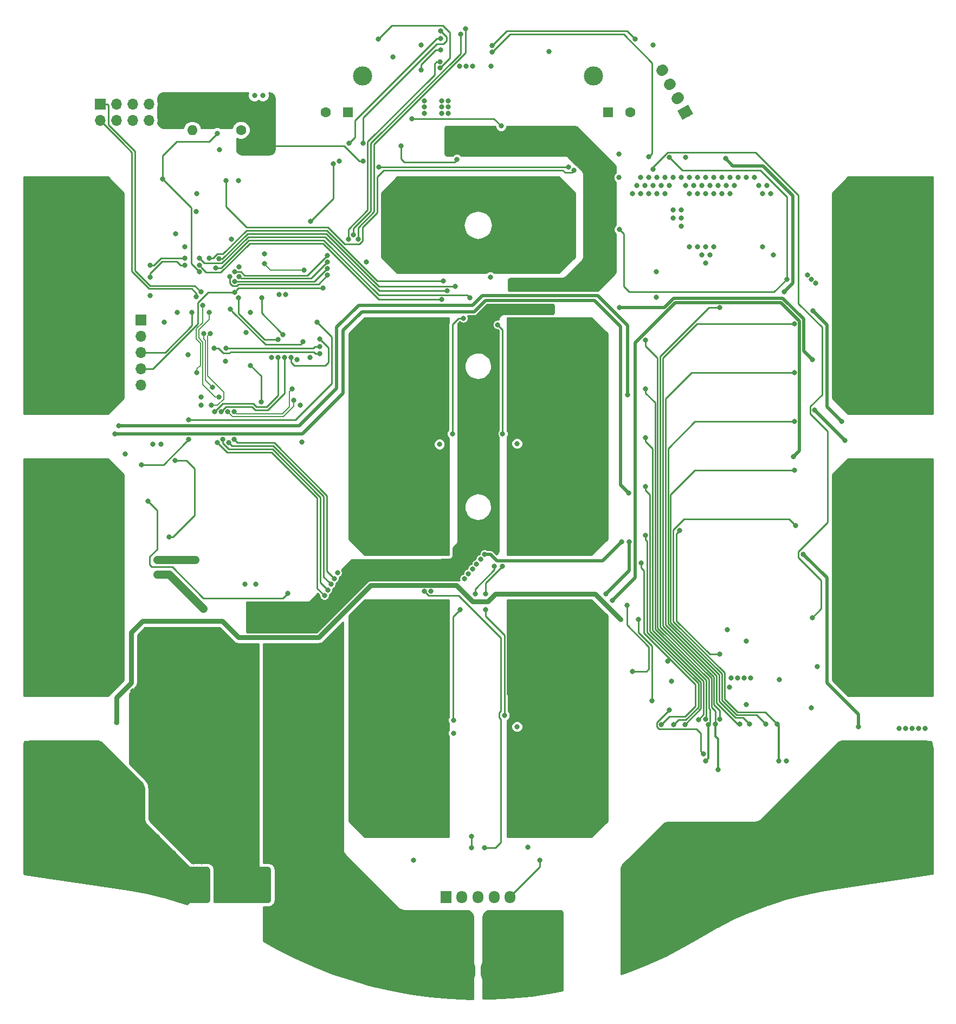
<source format=gbr>
G04 #@! TF.GenerationSoftware,KiCad,Pcbnew,(5.0.0)*
G04 #@! TF.CreationDate,2019-02-19T22:24:29-05:00*
G04 #@! TF.ProjectId,FusIon Pack,467573496F6E205061636B2E6B696361,rev?*
G04 #@! TF.SameCoordinates,Original*
G04 #@! TF.FileFunction,Copper,L4,Bot,Signal*
G04 #@! TF.FilePolarity,Positive*
%FSLAX46Y46*%
G04 Gerber Fmt 4.6, Leading zero omitted, Abs format (unit mm)*
G04 Created by KiCad (PCBNEW (5.0.0)) date 02/19/19 22:24:29*
%MOMM*%
%LPD*%
G01*
G04 APERTURE LIST*
G04 #@! TA.AperFunction,Conductor*
%ADD10C,0.100000*%
G04 #@! TD*
G04 #@! TA.AperFunction,ComponentPad*
%ADD11C,1.500000*%
G04 #@! TD*
G04 #@! TA.AperFunction,ComponentPad*
%ADD12C,1.600000*%
G04 #@! TD*
G04 #@! TA.AperFunction,ComponentPad*
%ADD13R,1.600000X1.600000*%
G04 #@! TD*
G04 #@! TA.AperFunction,SMDPad,CuDef*
%ADD14C,3.800000*%
G04 #@! TD*
G04 #@! TA.AperFunction,ComponentPad*
%ADD15O,1.700000X1.700000*%
G04 #@! TD*
G04 #@! TA.AperFunction,ComponentPad*
%ADD16R,1.700000X1.700000*%
G04 #@! TD*
G04 #@! TA.AperFunction,ComponentPad*
%ADD17C,6.500000*%
G04 #@! TD*
G04 #@! TA.AperFunction,ComponentPad*
%ADD18O,1.600000X1.600000*%
G04 #@! TD*
G04 #@! TA.AperFunction,ComponentPad*
%ADD19O,1.700000X1.950000*%
G04 #@! TD*
G04 #@! TA.AperFunction,ComponentPad*
%ADD20R,1.700000X1.950000*%
G04 #@! TD*
G04 #@! TA.AperFunction,ComponentPad*
%ADD21C,1.700000*%
G04 #@! TD*
G04 #@! TA.AperFunction,Conductor*
%ADD22C,1.700000*%
G04 #@! TD*
G04 #@! TA.AperFunction,ComponentPad*
%ADD23C,3.000000*%
G04 #@! TD*
G04 #@! TA.AperFunction,ViaPad*
%ADD24C,0.800000*%
G04 #@! TD*
G04 #@! TA.AperFunction,Conductor*
%ADD25C,1.270000*%
G04 #@! TD*
G04 #@! TA.AperFunction,Conductor*
%ADD26C,0.254000*%
G04 #@! TD*
G04 #@! TA.AperFunction,Conductor*
%ADD27C,0.304800*%
G04 #@! TD*
G04 #@! TA.AperFunction,Conductor*
%ADD28C,0.508000*%
G04 #@! TD*
G04 #@! TA.AperFunction,Conductor*
%ADD29C,0.762000*%
G04 #@! TD*
G04 #@! TA.AperFunction,Conductor*
%ADD30C,0.203200*%
G04 #@! TD*
G04 APERTURE END LIST*
D10*
G04 #@! TO.N,/POWER_STAGE/BAT+*
G04 #@! TO.C,BT1*
G36*
X44161756Y-137501806D02*
X44198159Y-137507206D01*
X44233857Y-137516147D01*
X44268506Y-137528545D01*
X44301774Y-137544280D01*
X44333339Y-137563199D01*
X44362897Y-137585121D01*
X44390165Y-137609835D01*
X44414879Y-137637103D01*
X44436801Y-137666661D01*
X44455720Y-137698226D01*
X44471455Y-137731494D01*
X44483853Y-137766143D01*
X44492794Y-137801841D01*
X44498194Y-137838244D01*
X44500000Y-137875000D01*
X44500000Y-152125000D01*
X44498194Y-152161756D01*
X44492794Y-152198159D01*
X44483853Y-152233857D01*
X44471455Y-152268506D01*
X44455720Y-152301774D01*
X44436801Y-152333339D01*
X44414879Y-152362897D01*
X44390165Y-152390165D01*
X44362897Y-152414879D01*
X44333339Y-152436801D01*
X44301774Y-152455720D01*
X44268506Y-152471455D01*
X44233857Y-152483853D01*
X44198159Y-152492794D01*
X44161756Y-152498194D01*
X44125000Y-152500000D01*
X43375000Y-152500000D01*
X43338244Y-152498194D01*
X43301841Y-152492794D01*
X43266143Y-152483853D01*
X43231494Y-152471455D01*
X43198226Y-152455720D01*
X43166661Y-152436801D01*
X43137103Y-152414879D01*
X43109835Y-152390165D01*
X43085121Y-152362897D01*
X43063199Y-152333339D01*
X43044280Y-152301774D01*
X43028545Y-152268506D01*
X43016147Y-152233857D01*
X43007206Y-152198159D01*
X43001806Y-152161756D01*
X43000000Y-152125000D01*
X43000000Y-137875000D01*
X43001806Y-137838244D01*
X43007206Y-137801841D01*
X43016147Y-137766143D01*
X43028545Y-137731494D01*
X43044280Y-137698226D01*
X43063199Y-137666661D01*
X43085121Y-137637103D01*
X43109835Y-137609835D01*
X43137103Y-137585121D01*
X43166661Y-137563199D01*
X43198226Y-137544280D01*
X43231494Y-137528545D01*
X43266143Y-137516147D01*
X43301841Y-137507206D01*
X43338244Y-137501806D01*
X43375000Y-137500000D01*
X44125000Y-137500000D01*
X44161756Y-137501806D01*
X44161756Y-137501806D01*
G37*
D11*
G04 #@! TD*
G04 #@! TO.P,BT1,1*
G04 #@! TO.N,/POWER_STAGE/BAT+*
X43750000Y-145000000D03*
D10*
G04 #@! TO.N,Net-(BT1-Pad2)*
G04 #@! TO.C,BT1*
G36*
X109161756Y-137501806D02*
X109198159Y-137507206D01*
X109233857Y-137516147D01*
X109268506Y-137528545D01*
X109301774Y-137544280D01*
X109333339Y-137563199D01*
X109362897Y-137585121D01*
X109390165Y-137609835D01*
X109414879Y-137637103D01*
X109436801Y-137666661D01*
X109455720Y-137698226D01*
X109471455Y-137731494D01*
X109483853Y-137766143D01*
X109492794Y-137801841D01*
X109498194Y-137838244D01*
X109500000Y-137875000D01*
X109500000Y-152125000D01*
X109498194Y-152161756D01*
X109492794Y-152198159D01*
X109483853Y-152233857D01*
X109471455Y-152268506D01*
X109455720Y-152301774D01*
X109436801Y-152333339D01*
X109414879Y-152362897D01*
X109390165Y-152390165D01*
X109362897Y-152414879D01*
X109333339Y-152436801D01*
X109301774Y-152455720D01*
X109268506Y-152471455D01*
X109233857Y-152483853D01*
X109198159Y-152492794D01*
X109161756Y-152498194D01*
X109125000Y-152500000D01*
X108375000Y-152500000D01*
X108338244Y-152498194D01*
X108301841Y-152492794D01*
X108266143Y-152483853D01*
X108231494Y-152471455D01*
X108198226Y-152455720D01*
X108166661Y-152436801D01*
X108137103Y-152414879D01*
X108109835Y-152390165D01*
X108085121Y-152362897D01*
X108063199Y-152333339D01*
X108044280Y-152301774D01*
X108028545Y-152268506D01*
X108016147Y-152233857D01*
X108007206Y-152198159D01*
X108001806Y-152161756D01*
X108000000Y-152125000D01*
X108000000Y-137875000D01*
X108001806Y-137838244D01*
X108007206Y-137801841D01*
X108016147Y-137766143D01*
X108028545Y-137731494D01*
X108044280Y-137698226D01*
X108063199Y-137666661D01*
X108085121Y-137637103D01*
X108109835Y-137609835D01*
X108137103Y-137585121D01*
X108166661Y-137563199D01*
X108198226Y-137544280D01*
X108231494Y-137528545D01*
X108266143Y-137516147D01*
X108301841Y-137507206D01*
X108338244Y-137501806D01*
X108375000Y-137500000D01*
X109125000Y-137500000D01*
X109161756Y-137501806D01*
X109161756Y-137501806D01*
G37*
D11*
G04 #@! TD*
G04 #@! TO.P,BT1,2*
G04 #@! TO.N,Net-(BT1-Pad2)*
X108750000Y-145000000D03*
D10*
G04 #@! TO.N,Net-(BT1-Pad2)*
G04 #@! TO.C,BT2*
G36*
X109161756Y-115501806D02*
X109198159Y-115507206D01*
X109233857Y-115516147D01*
X109268506Y-115528545D01*
X109301774Y-115544280D01*
X109333339Y-115563199D01*
X109362897Y-115585121D01*
X109390165Y-115609835D01*
X109414879Y-115637103D01*
X109436801Y-115666661D01*
X109455720Y-115698226D01*
X109471455Y-115731494D01*
X109483853Y-115766143D01*
X109492794Y-115801841D01*
X109498194Y-115838244D01*
X109500000Y-115875000D01*
X109500000Y-130125000D01*
X109498194Y-130161756D01*
X109492794Y-130198159D01*
X109483853Y-130233857D01*
X109471455Y-130268506D01*
X109455720Y-130301774D01*
X109436801Y-130333339D01*
X109414879Y-130362897D01*
X109390165Y-130390165D01*
X109362897Y-130414879D01*
X109333339Y-130436801D01*
X109301774Y-130455720D01*
X109268506Y-130471455D01*
X109233857Y-130483853D01*
X109198159Y-130492794D01*
X109161756Y-130498194D01*
X109125000Y-130500000D01*
X108375000Y-130500000D01*
X108338244Y-130498194D01*
X108301841Y-130492794D01*
X108266143Y-130483853D01*
X108231494Y-130471455D01*
X108198226Y-130455720D01*
X108166661Y-130436801D01*
X108137103Y-130414879D01*
X108109835Y-130390165D01*
X108085121Y-130362897D01*
X108063199Y-130333339D01*
X108044280Y-130301774D01*
X108028545Y-130268506D01*
X108016147Y-130233857D01*
X108007206Y-130198159D01*
X108001806Y-130161756D01*
X108000000Y-130125000D01*
X108000000Y-115875000D01*
X108001806Y-115838244D01*
X108007206Y-115801841D01*
X108016147Y-115766143D01*
X108028545Y-115731494D01*
X108044280Y-115698226D01*
X108063199Y-115666661D01*
X108085121Y-115637103D01*
X108109835Y-115609835D01*
X108137103Y-115585121D01*
X108166661Y-115563199D01*
X108198226Y-115544280D01*
X108231494Y-115528545D01*
X108266143Y-115516147D01*
X108301841Y-115507206D01*
X108338244Y-115501806D01*
X108375000Y-115500000D01*
X109125000Y-115500000D01*
X109161756Y-115501806D01*
X109161756Y-115501806D01*
G37*
D11*
G04 #@! TD*
G04 #@! TO.P,BT2,1*
G04 #@! TO.N,Net-(BT1-Pad2)*
X108750000Y-123000000D03*
D10*
G04 #@! TO.N,Net-(BT2-Pad2)*
G04 #@! TO.C,BT2*
G36*
X44161756Y-115501806D02*
X44198159Y-115507206D01*
X44233857Y-115516147D01*
X44268506Y-115528545D01*
X44301774Y-115544280D01*
X44333339Y-115563199D01*
X44362897Y-115585121D01*
X44390165Y-115609835D01*
X44414879Y-115637103D01*
X44436801Y-115666661D01*
X44455720Y-115698226D01*
X44471455Y-115731494D01*
X44483853Y-115766143D01*
X44492794Y-115801841D01*
X44498194Y-115838244D01*
X44500000Y-115875000D01*
X44500000Y-130125000D01*
X44498194Y-130161756D01*
X44492794Y-130198159D01*
X44483853Y-130233857D01*
X44471455Y-130268506D01*
X44455720Y-130301774D01*
X44436801Y-130333339D01*
X44414879Y-130362897D01*
X44390165Y-130390165D01*
X44362897Y-130414879D01*
X44333339Y-130436801D01*
X44301774Y-130455720D01*
X44268506Y-130471455D01*
X44233857Y-130483853D01*
X44198159Y-130492794D01*
X44161756Y-130498194D01*
X44125000Y-130500000D01*
X43375000Y-130500000D01*
X43338244Y-130498194D01*
X43301841Y-130492794D01*
X43266143Y-130483853D01*
X43231494Y-130471455D01*
X43198226Y-130455720D01*
X43166661Y-130436801D01*
X43137103Y-130414879D01*
X43109835Y-130390165D01*
X43085121Y-130362897D01*
X43063199Y-130333339D01*
X43044280Y-130301774D01*
X43028545Y-130268506D01*
X43016147Y-130233857D01*
X43007206Y-130198159D01*
X43001806Y-130161756D01*
X43000000Y-130125000D01*
X43000000Y-115875000D01*
X43001806Y-115838244D01*
X43007206Y-115801841D01*
X43016147Y-115766143D01*
X43028545Y-115731494D01*
X43044280Y-115698226D01*
X43063199Y-115666661D01*
X43085121Y-115637103D01*
X43109835Y-115609835D01*
X43137103Y-115585121D01*
X43166661Y-115563199D01*
X43198226Y-115544280D01*
X43231494Y-115528545D01*
X43266143Y-115516147D01*
X43301841Y-115507206D01*
X43338244Y-115501806D01*
X43375000Y-115500000D01*
X44125000Y-115500000D01*
X44161756Y-115501806D01*
X44161756Y-115501806D01*
G37*
D11*
G04 #@! TD*
G04 #@! TO.P,BT2,2*
G04 #@! TO.N,Net-(BT2-Pad2)*
X43750000Y-123000000D03*
D10*
G04 #@! TO.N,Net-(BT2-Pad2)*
G04 #@! TO.C,BT3*
G36*
X44161756Y-93501806D02*
X44198159Y-93507206D01*
X44233857Y-93516147D01*
X44268506Y-93528545D01*
X44301774Y-93544280D01*
X44333339Y-93563199D01*
X44362897Y-93585121D01*
X44390165Y-93609835D01*
X44414879Y-93637103D01*
X44436801Y-93666661D01*
X44455720Y-93698226D01*
X44471455Y-93731494D01*
X44483853Y-93766143D01*
X44492794Y-93801841D01*
X44498194Y-93838244D01*
X44500000Y-93875000D01*
X44500000Y-108125000D01*
X44498194Y-108161756D01*
X44492794Y-108198159D01*
X44483853Y-108233857D01*
X44471455Y-108268506D01*
X44455720Y-108301774D01*
X44436801Y-108333339D01*
X44414879Y-108362897D01*
X44390165Y-108390165D01*
X44362897Y-108414879D01*
X44333339Y-108436801D01*
X44301774Y-108455720D01*
X44268506Y-108471455D01*
X44233857Y-108483853D01*
X44198159Y-108492794D01*
X44161756Y-108498194D01*
X44125000Y-108500000D01*
X43375000Y-108500000D01*
X43338244Y-108498194D01*
X43301841Y-108492794D01*
X43266143Y-108483853D01*
X43231494Y-108471455D01*
X43198226Y-108455720D01*
X43166661Y-108436801D01*
X43137103Y-108414879D01*
X43109835Y-108390165D01*
X43085121Y-108362897D01*
X43063199Y-108333339D01*
X43044280Y-108301774D01*
X43028545Y-108268506D01*
X43016147Y-108233857D01*
X43007206Y-108198159D01*
X43001806Y-108161756D01*
X43000000Y-108125000D01*
X43000000Y-93875000D01*
X43001806Y-93838244D01*
X43007206Y-93801841D01*
X43016147Y-93766143D01*
X43028545Y-93731494D01*
X43044280Y-93698226D01*
X43063199Y-93666661D01*
X43085121Y-93637103D01*
X43109835Y-93609835D01*
X43137103Y-93585121D01*
X43166661Y-93563199D01*
X43198226Y-93544280D01*
X43231494Y-93528545D01*
X43266143Y-93516147D01*
X43301841Y-93507206D01*
X43338244Y-93501806D01*
X43375000Y-93500000D01*
X44125000Y-93500000D01*
X44161756Y-93501806D01*
X44161756Y-93501806D01*
G37*
D11*
G04 #@! TD*
G04 #@! TO.P,BT3,1*
G04 #@! TO.N,Net-(BT2-Pad2)*
X43750000Y-101000000D03*
D10*
G04 #@! TO.N,Net-(BT3-Pad2)*
G04 #@! TO.C,BT3*
G36*
X109161756Y-93501806D02*
X109198159Y-93507206D01*
X109233857Y-93516147D01*
X109268506Y-93528545D01*
X109301774Y-93544280D01*
X109333339Y-93563199D01*
X109362897Y-93585121D01*
X109390165Y-93609835D01*
X109414879Y-93637103D01*
X109436801Y-93666661D01*
X109455720Y-93698226D01*
X109471455Y-93731494D01*
X109483853Y-93766143D01*
X109492794Y-93801841D01*
X109498194Y-93838244D01*
X109500000Y-93875000D01*
X109500000Y-108125000D01*
X109498194Y-108161756D01*
X109492794Y-108198159D01*
X109483853Y-108233857D01*
X109471455Y-108268506D01*
X109455720Y-108301774D01*
X109436801Y-108333339D01*
X109414879Y-108362897D01*
X109390165Y-108390165D01*
X109362897Y-108414879D01*
X109333339Y-108436801D01*
X109301774Y-108455720D01*
X109268506Y-108471455D01*
X109233857Y-108483853D01*
X109198159Y-108492794D01*
X109161756Y-108498194D01*
X109125000Y-108500000D01*
X108375000Y-108500000D01*
X108338244Y-108498194D01*
X108301841Y-108492794D01*
X108266143Y-108483853D01*
X108231494Y-108471455D01*
X108198226Y-108455720D01*
X108166661Y-108436801D01*
X108137103Y-108414879D01*
X108109835Y-108390165D01*
X108085121Y-108362897D01*
X108063199Y-108333339D01*
X108044280Y-108301774D01*
X108028545Y-108268506D01*
X108016147Y-108233857D01*
X108007206Y-108198159D01*
X108001806Y-108161756D01*
X108000000Y-108125000D01*
X108000000Y-93875000D01*
X108001806Y-93838244D01*
X108007206Y-93801841D01*
X108016147Y-93766143D01*
X108028545Y-93731494D01*
X108044280Y-93698226D01*
X108063199Y-93666661D01*
X108085121Y-93637103D01*
X108109835Y-93609835D01*
X108137103Y-93585121D01*
X108166661Y-93563199D01*
X108198226Y-93544280D01*
X108231494Y-93528545D01*
X108266143Y-93516147D01*
X108301841Y-93507206D01*
X108338244Y-93501806D01*
X108375000Y-93500000D01*
X109125000Y-93500000D01*
X109161756Y-93501806D01*
X109161756Y-93501806D01*
G37*
D11*
G04 #@! TD*
G04 #@! TO.P,BT3,2*
G04 #@! TO.N,Net-(BT3-Pad2)*
X108750000Y-101000000D03*
D10*
G04 #@! TO.N,Net-(BT3-Pad2)*
G04 #@! TO.C,BT4*
G36*
X109161756Y-71501806D02*
X109198159Y-71507206D01*
X109233857Y-71516147D01*
X109268506Y-71528545D01*
X109301774Y-71544280D01*
X109333339Y-71563199D01*
X109362897Y-71585121D01*
X109390165Y-71609835D01*
X109414879Y-71637103D01*
X109436801Y-71666661D01*
X109455720Y-71698226D01*
X109471455Y-71731494D01*
X109483853Y-71766143D01*
X109492794Y-71801841D01*
X109498194Y-71838244D01*
X109500000Y-71875000D01*
X109500000Y-86125000D01*
X109498194Y-86161756D01*
X109492794Y-86198159D01*
X109483853Y-86233857D01*
X109471455Y-86268506D01*
X109455720Y-86301774D01*
X109436801Y-86333339D01*
X109414879Y-86362897D01*
X109390165Y-86390165D01*
X109362897Y-86414879D01*
X109333339Y-86436801D01*
X109301774Y-86455720D01*
X109268506Y-86471455D01*
X109233857Y-86483853D01*
X109198159Y-86492794D01*
X109161756Y-86498194D01*
X109125000Y-86500000D01*
X108375000Y-86500000D01*
X108338244Y-86498194D01*
X108301841Y-86492794D01*
X108266143Y-86483853D01*
X108231494Y-86471455D01*
X108198226Y-86455720D01*
X108166661Y-86436801D01*
X108137103Y-86414879D01*
X108109835Y-86390165D01*
X108085121Y-86362897D01*
X108063199Y-86333339D01*
X108044280Y-86301774D01*
X108028545Y-86268506D01*
X108016147Y-86233857D01*
X108007206Y-86198159D01*
X108001806Y-86161756D01*
X108000000Y-86125000D01*
X108000000Y-71875000D01*
X108001806Y-71838244D01*
X108007206Y-71801841D01*
X108016147Y-71766143D01*
X108028545Y-71731494D01*
X108044280Y-71698226D01*
X108063199Y-71666661D01*
X108085121Y-71637103D01*
X108109835Y-71609835D01*
X108137103Y-71585121D01*
X108166661Y-71563199D01*
X108198226Y-71544280D01*
X108231494Y-71528545D01*
X108266143Y-71516147D01*
X108301841Y-71507206D01*
X108338244Y-71501806D01*
X108375000Y-71500000D01*
X109125000Y-71500000D01*
X109161756Y-71501806D01*
X109161756Y-71501806D01*
G37*
D11*
G04 #@! TD*
G04 #@! TO.P,BT4,1*
G04 #@! TO.N,Net-(BT3-Pad2)*
X108750000Y-79000000D03*
D10*
G04 #@! TO.N,Net-(BT4-Pad2)*
G04 #@! TO.C,BT4*
G36*
X44161756Y-71501806D02*
X44198159Y-71507206D01*
X44233857Y-71516147D01*
X44268506Y-71528545D01*
X44301774Y-71544280D01*
X44333339Y-71563199D01*
X44362897Y-71585121D01*
X44390165Y-71609835D01*
X44414879Y-71637103D01*
X44436801Y-71666661D01*
X44455720Y-71698226D01*
X44471455Y-71731494D01*
X44483853Y-71766143D01*
X44492794Y-71801841D01*
X44498194Y-71838244D01*
X44500000Y-71875000D01*
X44500000Y-86125000D01*
X44498194Y-86161756D01*
X44492794Y-86198159D01*
X44483853Y-86233857D01*
X44471455Y-86268506D01*
X44455720Y-86301774D01*
X44436801Y-86333339D01*
X44414879Y-86362897D01*
X44390165Y-86390165D01*
X44362897Y-86414879D01*
X44333339Y-86436801D01*
X44301774Y-86455720D01*
X44268506Y-86471455D01*
X44233857Y-86483853D01*
X44198159Y-86492794D01*
X44161756Y-86498194D01*
X44125000Y-86500000D01*
X43375000Y-86500000D01*
X43338244Y-86498194D01*
X43301841Y-86492794D01*
X43266143Y-86483853D01*
X43231494Y-86471455D01*
X43198226Y-86455720D01*
X43166661Y-86436801D01*
X43137103Y-86414879D01*
X43109835Y-86390165D01*
X43085121Y-86362897D01*
X43063199Y-86333339D01*
X43044280Y-86301774D01*
X43028545Y-86268506D01*
X43016147Y-86233857D01*
X43007206Y-86198159D01*
X43001806Y-86161756D01*
X43000000Y-86125000D01*
X43000000Y-71875000D01*
X43001806Y-71838244D01*
X43007206Y-71801841D01*
X43016147Y-71766143D01*
X43028545Y-71731494D01*
X43044280Y-71698226D01*
X43063199Y-71666661D01*
X43085121Y-71637103D01*
X43109835Y-71609835D01*
X43137103Y-71585121D01*
X43166661Y-71563199D01*
X43198226Y-71544280D01*
X43231494Y-71528545D01*
X43266143Y-71516147D01*
X43301841Y-71507206D01*
X43338244Y-71501806D01*
X43375000Y-71500000D01*
X44125000Y-71500000D01*
X44161756Y-71501806D01*
X44161756Y-71501806D01*
G37*
D11*
G04 #@! TD*
G04 #@! TO.P,BT4,2*
G04 #@! TO.N,Net-(BT4-Pad2)*
X43750000Y-79000000D03*
D10*
G04 #@! TO.N,Net-(BT4-Pad2)*
G04 #@! TO.C,BT5*
G36*
X44161756Y-49501806D02*
X44198159Y-49507206D01*
X44233857Y-49516147D01*
X44268506Y-49528545D01*
X44301774Y-49544280D01*
X44333339Y-49563199D01*
X44362897Y-49585121D01*
X44390165Y-49609835D01*
X44414879Y-49637103D01*
X44436801Y-49666661D01*
X44455720Y-49698226D01*
X44471455Y-49731494D01*
X44483853Y-49766143D01*
X44492794Y-49801841D01*
X44498194Y-49838244D01*
X44500000Y-49875000D01*
X44500000Y-64125000D01*
X44498194Y-64161756D01*
X44492794Y-64198159D01*
X44483853Y-64233857D01*
X44471455Y-64268506D01*
X44455720Y-64301774D01*
X44436801Y-64333339D01*
X44414879Y-64362897D01*
X44390165Y-64390165D01*
X44362897Y-64414879D01*
X44333339Y-64436801D01*
X44301774Y-64455720D01*
X44268506Y-64471455D01*
X44233857Y-64483853D01*
X44198159Y-64492794D01*
X44161756Y-64498194D01*
X44125000Y-64500000D01*
X43375000Y-64500000D01*
X43338244Y-64498194D01*
X43301841Y-64492794D01*
X43266143Y-64483853D01*
X43231494Y-64471455D01*
X43198226Y-64455720D01*
X43166661Y-64436801D01*
X43137103Y-64414879D01*
X43109835Y-64390165D01*
X43085121Y-64362897D01*
X43063199Y-64333339D01*
X43044280Y-64301774D01*
X43028545Y-64268506D01*
X43016147Y-64233857D01*
X43007206Y-64198159D01*
X43001806Y-64161756D01*
X43000000Y-64125000D01*
X43000000Y-49875000D01*
X43001806Y-49838244D01*
X43007206Y-49801841D01*
X43016147Y-49766143D01*
X43028545Y-49731494D01*
X43044280Y-49698226D01*
X43063199Y-49666661D01*
X43085121Y-49637103D01*
X43109835Y-49609835D01*
X43137103Y-49585121D01*
X43166661Y-49563199D01*
X43198226Y-49544280D01*
X43231494Y-49528545D01*
X43266143Y-49516147D01*
X43301841Y-49507206D01*
X43338244Y-49501806D01*
X43375000Y-49500000D01*
X44125000Y-49500000D01*
X44161756Y-49501806D01*
X44161756Y-49501806D01*
G37*
D11*
G04 #@! TD*
G04 #@! TO.P,BT5,1*
G04 #@! TO.N,Net-(BT4-Pad2)*
X43750000Y-57000000D03*
D10*
G04 #@! TO.N,Net-(BT5-Pad2)*
G04 #@! TO.C,BT5*
G36*
X109161756Y-49501806D02*
X109198159Y-49507206D01*
X109233857Y-49516147D01*
X109268506Y-49528545D01*
X109301774Y-49544280D01*
X109333339Y-49563199D01*
X109362897Y-49585121D01*
X109390165Y-49609835D01*
X109414879Y-49637103D01*
X109436801Y-49666661D01*
X109455720Y-49698226D01*
X109471455Y-49731494D01*
X109483853Y-49766143D01*
X109492794Y-49801841D01*
X109498194Y-49838244D01*
X109500000Y-49875000D01*
X109500000Y-64125000D01*
X109498194Y-64161756D01*
X109492794Y-64198159D01*
X109483853Y-64233857D01*
X109471455Y-64268506D01*
X109455720Y-64301774D01*
X109436801Y-64333339D01*
X109414879Y-64362897D01*
X109390165Y-64390165D01*
X109362897Y-64414879D01*
X109333339Y-64436801D01*
X109301774Y-64455720D01*
X109268506Y-64471455D01*
X109233857Y-64483853D01*
X109198159Y-64492794D01*
X109161756Y-64498194D01*
X109125000Y-64500000D01*
X108375000Y-64500000D01*
X108338244Y-64498194D01*
X108301841Y-64492794D01*
X108266143Y-64483853D01*
X108231494Y-64471455D01*
X108198226Y-64455720D01*
X108166661Y-64436801D01*
X108137103Y-64414879D01*
X108109835Y-64390165D01*
X108085121Y-64362897D01*
X108063199Y-64333339D01*
X108044280Y-64301774D01*
X108028545Y-64268506D01*
X108016147Y-64233857D01*
X108007206Y-64198159D01*
X108001806Y-64161756D01*
X108000000Y-64125000D01*
X108000000Y-49875000D01*
X108001806Y-49838244D01*
X108007206Y-49801841D01*
X108016147Y-49766143D01*
X108028545Y-49731494D01*
X108044280Y-49698226D01*
X108063199Y-49666661D01*
X108085121Y-49637103D01*
X108109835Y-49609835D01*
X108137103Y-49585121D01*
X108166661Y-49563199D01*
X108198226Y-49544280D01*
X108231494Y-49528545D01*
X108266143Y-49516147D01*
X108301841Y-49507206D01*
X108338244Y-49501806D01*
X108375000Y-49500000D01*
X109125000Y-49500000D01*
X109161756Y-49501806D01*
X109161756Y-49501806D01*
G37*
D11*
G04 #@! TD*
G04 #@! TO.P,BT5,2*
G04 #@! TO.N,Net-(BT5-Pad2)*
X108750000Y-57000000D03*
D10*
G04 #@! TO.N,Net-(BT5-Pad2)*
G04 #@! TO.C,BT6*
G36*
X119661756Y-49501806D02*
X119698159Y-49507206D01*
X119733857Y-49516147D01*
X119768506Y-49528545D01*
X119801774Y-49544280D01*
X119833339Y-49563199D01*
X119862897Y-49585121D01*
X119890165Y-49609835D01*
X119914879Y-49637103D01*
X119936801Y-49666661D01*
X119955720Y-49698226D01*
X119971455Y-49731494D01*
X119983853Y-49766143D01*
X119992794Y-49801841D01*
X119998194Y-49838244D01*
X120000000Y-49875000D01*
X120000000Y-64125000D01*
X119998194Y-64161756D01*
X119992794Y-64198159D01*
X119983853Y-64233857D01*
X119971455Y-64268506D01*
X119955720Y-64301774D01*
X119936801Y-64333339D01*
X119914879Y-64362897D01*
X119890165Y-64390165D01*
X119862897Y-64414879D01*
X119833339Y-64436801D01*
X119801774Y-64455720D01*
X119768506Y-64471455D01*
X119733857Y-64483853D01*
X119698159Y-64492794D01*
X119661756Y-64498194D01*
X119625000Y-64500000D01*
X118875000Y-64500000D01*
X118838244Y-64498194D01*
X118801841Y-64492794D01*
X118766143Y-64483853D01*
X118731494Y-64471455D01*
X118698226Y-64455720D01*
X118666661Y-64436801D01*
X118637103Y-64414879D01*
X118609835Y-64390165D01*
X118585121Y-64362897D01*
X118563199Y-64333339D01*
X118544280Y-64301774D01*
X118528545Y-64268506D01*
X118516147Y-64233857D01*
X118507206Y-64198159D01*
X118501806Y-64161756D01*
X118500000Y-64125000D01*
X118500000Y-49875000D01*
X118501806Y-49838244D01*
X118507206Y-49801841D01*
X118516147Y-49766143D01*
X118528545Y-49731494D01*
X118544280Y-49698226D01*
X118563199Y-49666661D01*
X118585121Y-49637103D01*
X118609835Y-49609835D01*
X118637103Y-49585121D01*
X118666661Y-49563199D01*
X118698226Y-49544280D01*
X118731494Y-49528545D01*
X118766143Y-49516147D01*
X118801841Y-49507206D01*
X118838244Y-49501806D01*
X118875000Y-49500000D01*
X119625000Y-49500000D01*
X119661756Y-49501806D01*
X119661756Y-49501806D01*
G37*
D11*
G04 #@! TD*
G04 #@! TO.P,BT6,1*
G04 #@! TO.N,Net-(BT5-Pad2)*
X119250000Y-57000000D03*
D10*
G04 #@! TO.N,Net-(BT6-Pad2)*
G04 #@! TO.C,BT6*
G36*
X184661756Y-49501806D02*
X184698159Y-49507206D01*
X184733857Y-49516147D01*
X184768506Y-49528545D01*
X184801774Y-49544280D01*
X184833339Y-49563199D01*
X184862897Y-49585121D01*
X184890165Y-49609835D01*
X184914879Y-49637103D01*
X184936801Y-49666661D01*
X184955720Y-49698226D01*
X184971455Y-49731494D01*
X184983853Y-49766143D01*
X184992794Y-49801841D01*
X184998194Y-49838244D01*
X185000000Y-49875000D01*
X185000000Y-64125000D01*
X184998194Y-64161756D01*
X184992794Y-64198159D01*
X184983853Y-64233857D01*
X184971455Y-64268506D01*
X184955720Y-64301774D01*
X184936801Y-64333339D01*
X184914879Y-64362897D01*
X184890165Y-64390165D01*
X184862897Y-64414879D01*
X184833339Y-64436801D01*
X184801774Y-64455720D01*
X184768506Y-64471455D01*
X184733857Y-64483853D01*
X184698159Y-64492794D01*
X184661756Y-64498194D01*
X184625000Y-64500000D01*
X183875000Y-64500000D01*
X183838244Y-64498194D01*
X183801841Y-64492794D01*
X183766143Y-64483853D01*
X183731494Y-64471455D01*
X183698226Y-64455720D01*
X183666661Y-64436801D01*
X183637103Y-64414879D01*
X183609835Y-64390165D01*
X183585121Y-64362897D01*
X183563199Y-64333339D01*
X183544280Y-64301774D01*
X183528545Y-64268506D01*
X183516147Y-64233857D01*
X183507206Y-64198159D01*
X183501806Y-64161756D01*
X183500000Y-64125000D01*
X183500000Y-49875000D01*
X183501806Y-49838244D01*
X183507206Y-49801841D01*
X183516147Y-49766143D01*
X183528545Y-49731494D01*
X183544280Y-49698226D01*
X183563199Y-49666661D01*
X183585121Y-49637103D01*
X183609835Y-49609835D01*
X183637103Y-49585121D01*
X183666661Y-49563199D01*
X183698226Y-49544280D01*
X183731494Y-49528545D01*
X183766143Y-49516147D01*
X183801841Y-49507206D01*
X183838244Y-49501806D01*
X183875000Y-49500000D01*
X184625000Y-49500000D01*
X184661756Y-49501806D01*
X184661756Y-49501806D01*
G37*
D11*
G04 #@! TD*
G04 #@! TO.P,BT6,2*
G04 #@! TO.N,Net-(BT6-Pad2)*
X184250000Y-57000000D03*
D10*
G04 #@! TO.N,Net-(BT6-Pad2)*
G04 #@! TO.C,BT7*
G36*
X184661756Y-71501806D02*
X184698159Y-71507206D01*
X184733857Y-71516147D01*
X184768506Y-71528545D01*
X184801774Y-71544280D01*
X184833339Y-71563199D01*
X184862897Y-71585121D01*
X184890165Y-71609835D01*
X184914879Y-71637103D01*
X184936801Y-71666661D01*
X184955720Y-71698226D01*
X184971455Y-71731494D01*
X184983853Y-71766143D01*
X184992794Y-71801841D01*
X184998194Y-71838244D01*
X185000000Y-71875000D01*
X185000000Y-86125000D01*
X184998194Y-86161756D01*
X184992794Y-86198159D01*
X184983853Y-86233857D01*
X184971455Y-86268506D01*
X184955720Y-86301774D01*
X184936801Y-86333339D01*
X184914879Y-86362897D01*
X184890165Y-86390165D01*
X184862897Y-86414879D01*
X184833339Y-86436801D01*
X184801774Y-86455720D01*
X184768506Y-86471455D01*
X184733857Y-86483853D01*
X184698159Y-86492794D01*
X184661756Y-86498194D01*
X184625000Y-86500000D01*
X183875000Y-86500000D01*
X183838244Y-86498194D01*
X183801841Y-86492794D01*
X183766143Y-86483853D01*
X183731494Y-86471455D01*
X183698226Y-86455720D01*
X183666661Y-86436801D01*
X183637103Y-86414879D01*
X183609835Y-86390165D01*
X183585121Y-86362897D01*
X183563199Y-86333339D01*
X183544280Y-86301774D01*
X183528545Y-86268506D01*
X183516147Y-86233857D01*
X183507206Y-86198159D01*
X183501806Y-86161756D01*
X183500000Y-86125000D01*
X183500000Y-71875000D01*
X183501806Y-71838244D01*
X183507206Y-71801841D01*
X183516147Y-71766143D01*
X183528545Y-71731494D01*
X183544280Y-71698226D01*
X183563199Y-71666661D01*
X183585121Y-71637103D01*
X183609835Y-71609835D01*
X183637103Y-71585121D01*
X183666661Y-71563199D01*
X183698226Y-71544280D01*
X183731494Y-71528545D01*
X183766143Y-71516147D01*
X183801841Y-71507206D01*
X183838244Y-71501806D01*
X183875000Y-71500000D01*
X184625000Y-71500000D01*
X184661756Y-71501806D01*
X184661756Y-71501806D01*
G37*
D11*
G04 #@! TD*
G04 #@! TO.P,BT7,1*
G04 #@! TO.N,Net-(BT6-Pad2)*
X184250000Y-79000000D03*
D10*
G04 #@! TO.N,Net-(BT7-Pad2)*
G04 #@! TO.C,BT7*
G36*
X119661756Y-71501806D02*
X119698159Y-71507206D01*
X119733857Y-71516147D01*
X119768506Y-71528545D01*
X119801774Y-71544280D01*
X119833339Y-71563199D01*
X119862897Y-71585121D01*
X119890165Y-71609835D01*
X119914879Y-71637103D01*
X119936801Y-71666661D01*
X119955720Y-71698226D01*
X119971455Y-71731494D01*
X119983853Y-71766143D01*
X119992794Y-71801841D01*
X119998194Y-71838244D01*
X120000000Y-71875000D01*
X120000000Y-86125000D01*
X119998194Y-86161756D01*
X119992794Y-86198159D01*
X119983853Y-86233857D01*
X119971455Y-86268506D01*
X119955720Y-86301774D01*
X119936801Y-86333339D01*
X119914879Y-86362897D01*
X119890165Y-86390165D01*
X119862897Y-86414879D01*
X119833339Y-86436801D01*
X119801774Y-86455720D01*
X119768506Y-86471455D01*
X119733857Y-86483853D01*
X119698159Y-86492794D01*
X119661756Y-86498194D01*
X119625000Y-86500000D01*
X118875000Y-86500000D01*
X118838244Y-86498194D01*
X118801841Y-86492794D01*
X118766143Y-86483853D01*
X118731494Y-86471455D01*
X118698226Y-86455720D01*
X118666661Y-86436801D01*
X118637103Y-86414879D01*
X118609835Y-86390165D01*
X118585121Y-86362897D01*
X118563199Y-86333339D01*
X118544280Y-86301774D01*
X118528545Y-86268506D01*
X118516147Y-86233857D01*
X118507206Y-86198159D01*
X118501806Y-86161756D01*
X118500000Y-86125000D01*
X118500000Y-71875000D01*
X118501806Y-71838244D01*
X118507206Y-71801841D01*
X118516147Y-71766143D01*
X118528545Y-71731494D01*
X118544280Y-71698226D01*
X118563199Y-71666661D01*
X118585121Y-71637103D01*
X118609835Y-71609835D01*
X118637103Y-71585121D01*
X118666661Y-71563199D01*
X118698226Y-71544280D01*
X118731494Y-71528545D01*
X118766143Y-71516147D01*
X118801841Y-71507206D01*
X118838244Y-71501806D01*
X118875000Y-71500000D01*
X119625000Y-71500000D01*
X119661756Y-71501806D01*
X119661756Y-71501806D01*
G37*
D11*
G04 #@! TD*
G04 #@! TO.P,BT7,2*
G04 #@! TO.N,Net-(BT7-Pad2)*
X119250000Y-79000000D03*
D10*
G04 #@! TO.N,Net-(BT7-Pad2)*
G04 #@! TO.C,BT8*
G36*
X119661756Y-93501806D02*
X119698159Y-93507206D01*
X119733857Y-93516147D01*
X119768506Y-93528545D01*
X119801774Y-93544280D01*
X119833339Y-93563199D01*
X119862897Y-93585121D01*
X119890165Y-93609835D01*
X119914879Y-93637103D01*
X119936801Y-93666661D01*
X119955720Y-93698226D01*
X119971455Y-93731494D01*
X119983853Y-93766143D01*
X119992794Y-93801841D01*
X119998194Y-93838244D01*
X120000000Y-93875000D01*
X120000000Y-108125000D01*
X119998194Y-108161756D01*
X119992794Y-108198159D01*
X119983853Y-108233857D01*
X119971455Y-108268506D01*
X119955720Y-108301774D01*
X119936801Y-108333339D01*
X119914879Y-108362897D01*
X119890165Y-108390165D01*
X119862897Y-108414879D01*
X119833339Y-108436801D01*
X119801774Y-108455720D01*
X119768506Y-108471455D01*
X119733857Y-108483853D01*
X119698159Y-108492794D01*
X119661756Y-108498194D01*
X119625000Y-108500000D01*
X118875000Y-108500000D01*
X118838244Y-108498194D01*
X118801841Y-108492794D01*
X118766143Y-108483853D01*
X118731494Y-108471455D01*
X118698226Y-108455720D01*
X118666661Y-108436801D01*
X118637103Y-108414879D01*
X118609835Y-108390165D01*
X118585121Y-108362897D01*
X118563199Y-108333339D01*
X118544280Y-108301774D01*
X118528545Y-108268506D01*
X118516147Y-108233857D01*
X118507206Y-108198159D01*
X118501806Y-108161756D01*
X118500000Y-108125000D01*
X118500000Y-93875000D01*
X118501806Y-93838244D01*
X118507206Y-93801841D01*
X118516147Y-93766143D01*
X118528545Y-93731494D01*
X118544280Y-93698226D01*
X118563199Y-93666661D01*
X118585121Y-93637103D01*
X118609835Y-93609835D01*
X118637103Y-93585121D01*
X118666661Y-93563199D01*
X118698226Y-93544280D01*
X118731494Y-93528545D01*
X118766143Y-93516147D01*
X118801841Y-93507206D01*
X118838244Y-93501806D01*
X118875000Y-93500000D01*
X119625000Y-93500000D01*
X119661756Y-93501806D01*
X119661756Y-93501806D01*
G37*
D11*
G04 #@! TD*
G04 #@! TO.P,BT8,1*
G04 #@! TO.N,Net-(BT7-Pad2)*
X119250000Y-101000000D03*
D10*
G04 #@! TO.N,Net-(BT8-Pad2)*
G04 #@! TO.C,BT8*
G36*
X184661756Y-93501806D02*
X184698159Y-93507206D01*
X184733857Y-93516147D01*
X184768506Y-93528545D01*
X184801774Y-93544280D01*
X184833339Y-93563199D01*
X184862897Y-93585121D01*
X184890165Y-93609835D01*
X184914879Y-93637103D01*
X184936801Y-93666661D01*
X184955720Y-93698226D01*
X184971455Y-93731494D01*
X184983853Y-93766143D01*
X184992794Y-93801841D01*
X184998194Y-93838244D01*
X185000000Y-93875000D01*
X185000000Y-108125000D01*
X184998194Y-108161756D01*
X184992794Y-108198159D01*
X184983853Y-108233857D01*
X184971455Y-108268506D01*
X184955720Y-108301774D01*
X184936801Y-108333339D01*
X184914879Y-108362897D01*
X184890165Y-108390165D01*
X184862897Y-108414879D01*
X184833339Y-108436801D01*
X184801774Y-108455720D01*
X184768506Y-108471455D01*
X184733857Y-108483853D01*
X184698159Y-108492794D01*
X184661756Y-108498194D01*
X184625000Y-108500000D01*
X183875000Y-108500000D01*
X183838244Y-108498194D01*
X183801841Y-108492794D01*
X183766143Y-108483853D01*
X183731494Y-108471455D01*
X183698226Y-108455720D01*
X183666661Y-108436801D01*
X183637103Y-108414879D01*
X183609835Y-108390165D01*
X183585121Y-108362897D01*
X183563199Y-108333339D01*
X183544280Y-108301774D01*
X183528545Y-108268506D01*
X183516147Y-108233857D01*
X183507206Y-108198159D01*
X183501806Y-108161756D01*
X183500000Y-108125000D01*
X183500000Y-93875000D01*
X183501806Y-93838244D01*
X183507206Y-93801841D01*
X183516147Y-93766143D01*
X183528545Y-93731494D01*
X183544280Y-93698226D01*
X183563199Y-93666661D01*
X183585121Y-93637103D01*
X183609835Y-93609835D01*
X183637103Y-93585121D01*
X183666661Y-93563199D01*
X183698226Y-93544280D01*
X183731494Y-93528545D01*
X183766143Y-93516147D01*
X183801841Y-93507206D01*
X183838244Y-93501806D01*
X183875000Y-93500000D01*
X184625000Y-93500000D01*
X184661756Y-93501806D01*
X184661756Y-93501806D01*
G37*
D11*
G04 #@! TD*
G04 #@! TO.P,BT8,2*
G04 #@! TO.N,Net-(BT8-Pad2)*
X184250000Y-101000000D03*
D10*
G04 #@! TO.N,Net-(BT8-Pad2)*
G04 #@! TO.C,BT9*
G36*
X184661756Y-115501806D02*
X184698159Y-115507206D01*
X184733857Y-115516147D01*
X184768506Y-115528545D01*
X184801774Y-115544280D01*
X184833339Y-115563199D01*
X184862897Y-115585121D01*
X184890165Y-115609835D01*
X184914879Y-115637103D01*
X184936801Y-115666661D01*
X184955720Y-115698226D01*
X184971455Y-115731494D01*
X184983853Y-115766143D01*
X184992794Y-115801841D01*
X184998194Y-115838244D01*
X185000000Y-115875000D01*
X185000000Y-130125000D01*
X184998194Y-130161756D01*
X184992794Y-130198159D01*
X184983853Y-130233857D01*
X184971455Y-130268506D01*
X184955720Y-130301774D01*
X184936801Y-130333339D01*
X184914879Y-130362897D01*
X184890165Y-130390165D01*
X184862897Y-130414879D01*
X184833339Y-130436801D01*
X184801774Y-130455720D01*
X184768506Y-130471455D01*
X184733857Y-130483853D01*
X184698159Y-130492794D01*
X184661756Y-130498194D01*
X184625000Y-130500000D01*
X183875000Y-130500000D01*
X183838244Y-130498194D01*
X183801841Y-130492794D01*
X183766143Y-130483853D01*
X183731494Y-130471455D01*
X183698226Y-130455720D01*
X183666661Y-130436801D01*
X183637103Y-130414879D01*
X183609835Y-130390165D01*
X183585121Y-130362897D01*
X183563199Y-130333339D01*
X183544280Y-130301774D01*
X183528545Y-130268506D01*
X183516147Y-130233857D01*
X183507206Y-130198159D01*
X183501806Y-130161756D01*
X183500000Y-130125000D01*
X183500000Y-115875000D01*
X183501806Y-115838244D01*
X183507206Y-115801841D01*
X183516147Y-115766143D01*
X183528545Y-115731494D01*
X183544280Y-115698226D01*
X183563199Y-115666661D01*
X183585121Y-115637103D01*
X183609835Y-115609835D01*
X183637103Y-115585121D01*
X183666661Y-115563199D01*
X183698226Y-115544280D01*
X183731494Y-115528545D01*
X183766143Y-115516147D01*
X183801841Y-115507206D01*
X183838244Y-115501806D01*
X183875000Y-115500000D01*
X184625000Y-115500000D01*
X184661756Y-115501806D01*
X184661756Y-115501806D01*
G37*
D11*
G04 #@! TD*
G04 #@! TO.P,BT9,1*
G04 #@! TO.N,Net-(BT8-Pad2)*
X184250000Y-123000000D03*
D10*
G04 #@! TO.N,Net-(BT10-Pad1)*
G04 #@! TO.C,BT9*
G36*
X119661756Y-115501806D02*
X119698159Y-115507206D01*
X119733857Y-115516147D01*
X119768506Y-115528545D01*
X119801774Y-115544280D01*
X119833339Y-115563199D01*
X119862897Y-115585121D01*
X119890165Y-115609835D01*
X119914879Y-115637103D01*
X119936801Y-115666661D01*
X119955720Y-115698226D01*
X119971455Y-115731494D01*
X119983853Y-115766143D01*
X119992794Y-115801841D01*
X119998194Y-115838244D01*
X120000000Y-115875000D01*
X120000000Y-130125000D01*
X119998194Y-130161756D01*
X119992794Y-130198159D01*
X119983853Y-130233857D01*
X119971455Y-130268506D01*
X119955720Y-130301774D01*
X119936801Y-130333339D01*
X119914879Y-130362897D01*
X119890165Y-130390165D01*
X119862897Y-130414879D01*
X119833339Y-130436801D01*
X119801774Y-130455720D01*
X119768506Y-130471455D01*
X119733857Y-130483853D01*
X119698159Y-130492794D01*
X119661756Y-130498194D01*
X119625000Y-130500000D01*
X118875000Y-130500000D01*
X118838244Y-130498194D01*
X118801841Y-130492794D01*
X118766143Y-130483853D01*
X118731494Y-130471455D01*
X118698226Y-130455720D01*
X118666661Y-130436801D01*
X118637103Y-130414879D01*
X118609835Y-130390165D01*
X118585121Y-130362897D01*
X118563199Y-130333339D01*
X118544280Y-130301774D01*
X118528545Y-130268506D01*
X118516147Y-130233857D01*
X118507206Y-130198159D01*
X118501806Y-130161756D01*
X118500000Y-130125000D01*
X118500000Y-115875000D01*
X118501806Y-115838244D01*
X118507206Y-115801841D01*
X118516147Y-115766143D01*
X118528545Y-115731494D01*
X118544280Y-115698226D01*
X118563199Y-115666661D01*
X118585121Y-115637103D01*
X118609835Y-115609835D01*
X118637103Y-115585121D01*
X118666661Y-115563199D01*
X118698226Y-115544280D01*
X118731494Y-115528545D01*
X118766143Y-115516147D01*
X118801841Y-115507206D01*
X118838244Y-115501806D01*
X118875000Y-115500000D01*
X119625000Y-115500000D01*
X119661756Y-115501806D01*
X119661756Y-115501806D01*
G37*
D11*
G04 #@! TD*
G04 #@! TO.P,BT9,2*
G04 #@! TO.N,Net-(BT10-Pad1)*
X119250000Y-123000000D03*
D10*
G04 #@! TO.N,Net-(BT10-Pad1)*
G04 #@! TO.C,BT10*
G36*
X119661756Y-137501806D02*
X119698159Y-137507206D01*
X119733857Y-137516147D01*
X119768506Y-137528545D01*
X119801774Y-137544280D01*
X119833339Y-137563199D01*
X119862897Y-137585121D01*
X119890165Y-137609835D01*
X119914879Y-137637103D01*
X119936801Y-137666661D01*
X119955720Y-137698226D01*
X119971455Y-137731494D01*
X119983853Y-137766143D01*
X119992794Y-137801841D01*
X119998194Y-137838244D01*
X120000000Y-137875000D01*
X120000000Y-152125000D01*
X119998194Y-152161756D01*
X119992794Y-152198159D01*
X119983853Y-152233857D01*
X119971455Y-152268506D01*
X119955720Y-152301774D01*
X119936801Y-152333339D01*
X119914879Y-152362897D01*
X119890165Y-152390165D01*
X119862897Y-152414879D01*
X119833339Y-152436801D01*
X119801774Y-152455720D01*
X119768506Y-152471455D01*
X119733857Y-152483853D01*
X119698159Y-152492794D01*
X119661756Y-152498194D01*
X119625000Y-152500000D01*
X118875000Y-152500000D01*
X118838244Y-152498194D01*
X118801841Y-152492794D01*
X118766143Y-152483853D01*
X118731494Y-152471455D01*
X118698226Y-152455720D01*
X118666661Y-152436801D01*
X118637103Y-152414879D01*
X118609835Y-152390165D01*
X118585121Y-152362897D01*
X118563199Y-152333339D01*
X118544280Y-152301774D01*
X118528545Y-152268506D01*
X118516147Y-152233857D01*
X118507206Y-152198159D01*
X118501806Y-152161756D01*
X118500000Y-152125000D01*
X118500000Y-137875000D01*
X118501806Y-137838244D01*
X118507206Y-137801841D01*
X118516147Y-137766143D01*
X118528545Y-137731494D01*
X118544280Y-137698226D01*
X118563199Y-137666661D01*
X118585121Y-137637103D01*
X118609835Y-137609835D01*
X118637103Y-137585121D01*
X118666661Y-137563199D01*
X118698226Y-137544280D01*
X118731494Y-137528545D01*
X118766143Y-137516147D01*
X118801841Y-137507206D01*
X118838244Y-137501806D01*
X118875000Y-137500000D01*
X119625000Y-137500000D01*
X119661756Y-137501806D01*
X119661756Y-137501806D01*
G37*
D11*
G04 #@! TD*
G04 #@! TO.P,BT10,1*
G04 #@! TO.N,Net-(BT10-Pad1)*
X119250000Y-145000000D03*
D10*
G04 #@! TO.N,GNDPWR*
G04 #@! TO.C,BT10*
G36*
X184661756Y-137501806D02*
X184698159Y-137507206D01*
X184733857Y-137516147D01*
X184768506Y-137528545D01*
X184801774Y-137544280D01*
X184833339Y-137563199D01*
X184862897Y-137585121D01*
X184890165Y-137609835D01*
X184914879Y-137637103D01*
X184936801Y-137666661D01*
X184955720Y-137698226D01*
X184971455Y-137731494D01*
X184983853Y-137766143D01*
X184992794Y-137801841D01*
X184998194Y-137838244D01*
X185000000Y-137875000D01*
X185000000Y-152125000D01*
X184998194Y-152161756D01*
X184992794Y-152198159D01*
X184983853Y-152233857D01*
X184971455Y-152268506D01*
X184955720Y-152301774D01*
X184936801Y-152333339D01*
X184914879Y-152362897D01*
X184890165Y-152390165D01*
X184862897Y-152414879D01*
X184833339Y-152436801D01*
X184801774Y-152455720D01*
X184768506Y-152471455D01*
X184733857Y-152483853D01*
X184698159Y-152492794D01*
X184661756Y-152498194D01*
X184625000Y-152500000D01*
X183875000Y-152500000D01*
X183838244Y-152498194D01*
X183801841Y-152492794D01*
X183766143Y-152483853D01*
X183731494Y-152471455D01*
X183698226Y-152455720D01*
X183666661Y-152436801D01*
X183637103Y-152414879D01*
X183609835Y-152390165D01*
X183585121Y-152362897D01*
X183563199Y-152333339D01*
X183544280Y-152301774D01*
X183528545Y-152268506D01*
X183516147Y-152233857D01*
X183507206Y-152198159D01*
X183501806Y-152161756D01*
X183500000Y-152125000D01*
X183500000Y-137875000D01*
X183501806Y-137838244D01*
X183507206Y-137801841D01*
X183516147Y-137766143D01*
X183528545Y-137731494D01*
X183544280Y-137698226D01*
X183563199Y-137666661D01*
X183585121Y-137637103D01*
X183609835Y-137609835D01*
X183637103Y-137585121D01*
X183666661Y-137563199D01*
X183698226Y-137544280D01*
X183731494Y-137528545D01*
X183766143Y-137516147D01*
X183801841Y-137507206D01*
X183838244Y-137501806D01*
X183875000Y-137500000D01*
X184625000Y-137500000D01*
X184661756Y-137501806D01*
X184661756Y-137501806D01*
G37*
D11*
G04 #@! TD*
G04 #@! TO.P,BT10,2*
G04 #@! TO.N,GNDPWR*
X184250000Y-145000000D03*
D12*
G04 #@! TO.P,C52,2*
G04 #@! TO.N,GNDS*
X90180000Y-39405000D03*
D13*
G04 #@! TO.P,C52,1*
G04 #@! TO.N,/Boost_Charger/S_IN-*
X93680000Y-39405000D03*
G04 #@! TD*
D12*
G04 #@! TO.P,C57,2*
G04 #@! TO.N,GNDS*
X137820000Y-39405000D03*
D13*
G04 #@! TO.P,C57,1*
G04 #@! TO.N,/Boost_Charger/S_OUT+*
X134320000Y-39405000D03*
G04 #@! TD*
D10*
G04 #@! TO.N,/POWER_STAGE/BAT+*
G04 #@! TO.C,F1*
G36*
X71716558Y-157177287D02*
X71762668Y-157184127D01*
X71807885Y-157195453D01*
X71851775Y-157211157D01*
X71893913Y-157231087D01*
X71933896Y-157255052D01*
X71971337Y-157282820D01*
X72005876Y-157314124D01*
X72037180Y-157348663D01*
X72064948Y-157386104D01*
X72088913Y-157426087D01*
X72108843Y-157468225D01*
X72124547Y-157512115D01*
X72135873Y-157557332D01*
X72142713Y-157603442D01*
X72145000Y-157650000D01*
X72145000Y-162350000D01*
X72142713Y-162396558D01*
X72135873Y-162442668D01*
X72124547Y-162487885D01*
X72108843Y-162531775D01*
X72088913Y-162573913D01*
X72064948Y-162613896D01*
X72037180Y-162651337D01*
X72005876Y-162685876D01*
X71971337Y-162717180D01*
X71933896Y-162744948D01*
X71893913Y-162768913D01*
X71851775Y-162788843D01*
X71807885Y-162804547D01*
X71762668Y-162815873D01*
X71716558Y-162822713D01*
X71670000Y-162825000D01*
X68820000Y-162825000D01*
X68773442Y-162822713D01*
X68727332Y-162815873D01*
X68682115Y-162804547D01*
X68638225Y-162788843D01*
X68596087Y-162768913D01*
X68556104Y-162744948D01*
X68518663Y-162717180D01*
X68484124Y-162685876D01*
X68452820Y-162651337D01*
X68425052Y-162613896D01*
X68401087Y-162573913D01*
X68381157Y-162531775D01*
X68365453Y-162487885D01*
X68354127Y-162442668D01*
X68347287Y-162396558D01*
X68345000Y-162350000D01*
X68345000Y-157650000D01*
X68347287Y-157603442D01*
X68354127Y-157557332D01*
X68365453Y-157512115D01*
X68381157Y-157468225D01*
X68401087Y-157426087D01*
X68425052Y-157386104D01*
X68452820Y-157348663D01*
X68484124Y-157314124D01*
X68518663Y-157282820D01*
X68556104Y-157255052D01*
X68596087Y-157231087D01*
X68638225Y-157211157D01*
X68682115Y-157195453D01*
X68727332Y-157184127D01*
X68773442Y-157177287D01*
X68820000Y-157175000D01*
X71670000Y-157175000D01*
X71716558Y-157177287D01*
X71716558Y-157177287D01*
G37*
D14*
G04 #@! TD*
G04 #@! TO.P,F1,2*
G04 #@! TO.N,/POWER_STAGE/BAT+*
X70245000Y-160000000D03*
D10*
G04 #@! TO.N,/POWER_STAGE/S_CHG*
G04 #@! TO.C,F1*
G36*
X81226558Y-157177287D02*
X81272668Y-157184127D01*
X81317885Y-157195453D01*
X81361775Y-157211157D01*
X81403913Y-157231087D01*
X81443896Y-157255052D01*
X81481337Y-157282820D01*
X81515876Y-157314124D01*
X81547180Y-157348663D01*
X81574948Y-157386104D01*
X81598913Y-157426087D01*
X81618843Y-157468225D01*
X81634547Y-157512115D01*
X81645873Y-157557332D01*
X81652713Y-157603442D01*
X81655000Y-157650000D01*
X81655000Y-162350000D01*
X81652713Y-162396558D01*
X81645873Y-162442668D01*
X81634547Y-162487885D01*
X81618843Y-162531775D01*
X81598913Y-162573913D01*
X81574948Y-162613896D01*
X81547180Y-162651337D01*
X81515876Y-162685876D01*
X81481337Y-162717180D01*
X81443896Y-162744948D01*
X81403913Y-162768913D01*
X81361775Y-162788843D01*
X81317885Y-162804547D01*
X81272668Y-162815873D01*
X81226558Y-162822713D01*
X81180000Y-162825000D01*
X78330000Y-162825000D01*
X78283442Y-162822713D01*
X78237332Y-162815873D01*
X78192115Y-162804547D01*
X78148225Y-162788843D01*
X78106087Y-162768913D01*
X78066104Y-162744948D01*
X78028663Y-162717180D01*
X77994124Y-162685876D01*
X77962820Y-162651337D01*
X77935052Y-162613896D01*
X77911087Y-162573913D01*
X77891157Y-162531775D01*
X77875453Y-162487885D01*
X77864127Y-162442668D01*
X77857287Y-162396558D01*
X77855000Y-162350000D01*
X77855000Y-157650000D01*
X77857287Y-157603442D01*
X77864127Y-157557332D01*
X77875453Y-157512115D01*
X77891157Y-157468225D01*
X77911087Y-157426087D01*
X77935052Y-157386104D01*
X77962820Y-157348663D01*
X77994124Y-157314124D01*
X78028663Y-157282820D01*
X78066104Y-157255052D01*
X78106087Y-157231087D01*
X78148225Y-157211157D01*
X78192115Y-157195453D01*
X78237332Y-157184127D01*
X78283442Y-157177287D01*
X78330000Y-157175000D01*
X81180000Y-157175000D01*
X81226558Y-157177287D01*
X81226558Y-157177287D01*
G37*
D14*
G04 #@! TD*
G04 #@! TO.P,F1,1*
G04 #@! TO.N,/POWER_STAGE/S_CHG*
X79755000Y-160000000D03*
D15*
G04 #@! TO.P,J1,10*
G04 #@! TO.N,VBUS*
X65105000Y-40675000D03*
G04 #@! TO.P,J1,9*
X65105000Y-38135000D03*
G04 #@! TO.P,J1,8*
G04 #@! TO.N,/STM32/USB_N*
X62565000Y-40675000D03*
G04 #@! TO.P,J1,7*
G04 #@! TO.N,/STM32/PD_INT*
X62565000Y-38135000D03*
G04 #@! TO.P,J1,6*
G04 #@! TO.N,/STM32/USB_P*
X60025000Y-40675000D03*
G04 #@! TO.P,J1,5*
G04 #@! TO.N,+3V3*
X60025000Y-38135000D03*
G04 #@! TO.P,J1,4*
G04 #@! TO.N,GNDS*
X57485000Y-40675000D03*
G04 #@! TO.P,J1,3*
X57485000Y-38135000D03*
G04 #@! TO.P,J1,2*
G04 #@! TO.N,SCL*
X54945000Y-40675000D03*
D16*
G04 #@! TO.P,J1,1*
G04 #@! TO.N,SDA*
X54945000Y-38135000D03*
G04 #@! TD*
D15*
G04 #@! TO.P,J2,5*
G04 #@! TO.N,GNDS*
X61295000Y-81950000D03*
G04 #@! TO.P,J2,4*
G04 #@! TO.N,nRST*
X61295000Y-79410000D03*
G04 #@! TO.P,J2,3*
G04 #@! TO.N,SYS_SWCL*
X61295000Y-76870000D03*
G04 #@! TO.P,J2,2*
G04 #@! TO.N,SYS_SWDIO*
X61295000Y-74330000D03*
D16*
G04 #@! TO.P,J2,1*
G04 #@! TO.N,+3V3*
X61295000Y-71790000D03*
G04 #@! TD*
D17*
G04 #@! TO.P,J5,1*
G04 #@! TO.N,/Output_Conn/PACK-*
X117600000Y-173390000D03*
G04 #@! TO.P,J5,2*
G04 #@! TO.N,/Output_Conn/PACK+*
X110400000Y-173390000D03*
G04 #@! TD*
D18*
G04 #@! TO.P,R78,2*
G04 #@! TO.N,Net-(Q17-Pad3)*
X69344360Y-42156664D03*
D12*
G04 #@! TO.P,R78,1*
G04 #@! TO.N,/LED Connector/SW*
X76964360Y-42156664D03*
G04 #@! TD*
D19*
G04 #@! TO.P,J4,5*
G04 #@! TO.N,/STM32/RESET*
X119000000Y-161925000D03*
G04 #@! TO.P,J4,4*
G04 #@! TO.N,/CAN_TRx/CANL*
X116500000Y-161925000D03*
G04 #@! TO.P,J4,3*
G04 #@! TO.N,Net-(J4-Pad3)*
X114000000Y-161925000D03*
G04 #@! TO.P,J4,2*
G04 #@! TO.N,/CAN_TRx/CANH*
X111500000Y-161925000D03*
D20*
G04 #@! TO.P,J4,1*
G04 #@! TO.N,/Output_Conn/INT*
X109000000Y-161925000D03*
G04 #@! TD*
D21*
G04 #@! TO.P,J3,4*
G04 #@! TO.N,/LED Connector/SW*
X142783324Y-32826404D03*
D22*
G04 #@! TD*
G04 #@! TO.N,/LED Connector/SW*
G04 #@! TO.C,J3*
X142673681Y-32886432D02*
X142892967Y-32766376D01*
D21*
G04 #@! TO.P,J3,3*
G04 #@! TO.N,POWER_BUTT*
X143983883Y-35019269D03*
D22*
G04 #@! TD*
G04 #@! TO.N,POWER_BUTT*
G04 #@! TO.C,J3*
X143874240Y-35079297D02*
X144093526Y-34959241D01*
D21*
G04 #@! TO.P,J3,2*
G04 #@! TO.N,+3V3*
X145184441Y-37212135D03*
D22*
G04 #@! TD*
G04 #@! TO.N,+3V3*
G04 #@! TO.C,J3*
X145074798Y-37272163D02*
X145294084Y-37152107D01*
D21*
G04 #@! TO.P,J3,1*
G04 #@! TO.N,/LED Connector/V_LED*
X146385000Y-39405000D03*
D10*
G04 #@! TD*
G04 #@! TO.N,/LED Connector/V_LED*
G04 #@! TO.C,J3*
G36*
X147648407Y-39682356D02*
X145937972Y-40618792D01*
X145121593Y-39127644D01*
X146832028Y-38191208D01*
X147648407Y-39682356D01*
X147648407Y-39682356D01*
G37*
D23*
G04 #@! TO.P,L2,2*
G04 #@! TO.N,/Boost_Charger/DRAIN*
X132000000Y-33690000D03*
G04 #@! TO.P,L2,1*
G04 #@! TO.N,/Boost_Charger/S_IN-*
X96000000Y-33690000D03*
G04 #@! TD*
D24*
G04 #@! TO.N,Net-(BT1-Pad2)*
X101935000Y-138015000D03*
X104475000Y-150715000D03*
X104475000Y-149445000D03*
X104475000Y-141825000D03*
X107015000Y-151985000D03*
X103205000Y-138650000D03*
X101935000Y-143095000D03*
X105745000Y-150080000D03*
X103205000Y-148810000D03*
X101935000Y-145635000D03*
X101935000Y-141825000D03*
X104475000Y-143095000D03*
X104475000Y-144365000D03*
X103205000Y-147540000D03*
X107015000Y-144365000D03*
X101935000Y-151985000D03*
X104475000Y-140555000D03*
X103205000Y-146270000D03*
X101935000Y-139285000D03*
X101935000Y-140555000D03*
X105745000Y-139920000D03*
X105745000Y-147540000D03*
X101935000Y-150715000D03*
X101935000Y-146905000D03*
X103205000Y-151350000D03*
X105745000Y-151350000D03*
X105745000Y-145000000D03*
X103205000Y-150080000D03*
X104475000Y-148175000D03*
X104475000Y-138015000D03*
X104475000Y-146905000D03*
X107015000Y-148175000D03*
X107015000Y-145635000D03*
X104475000Y-151985000D03*
X107015000Y-143095000D03*
X105745000Y-141190000D03*
X103205000Y-145000000D03*
X103205000Y-143730000D03*
X101935000Y-144365000D03*
X107015000Y-138015000D03*
X105745000Y-142460000D03*
X103205000Y-141190000D03*
X107015000Y-141825000D03*
X105745000Y-146270000D03*
X107015000Y-150715000D03*
X107015000Y-146905000D03*
X107015000Y-139285000D03*
X101935000Y-148175000D03*
X107015000Y-149445000D03*
X101935000Y-149445000D03*
X104475000Y-139285000D03*
X105745000Y-138650000D03*
X107015000Y-140555000D03*
X103205000Y-139920000D03*
X105745000Y-148810000D03*
X104475000Y-145635000D03*
X105745000Y-143730000D03*
X103205000Y-142460000D03*
X101935000Y-129985000D03*
X101935000Y-128715000D03*
X103205000Y-128080000D03*
X105745000Y-128080000D03*
X107015000Y-119825000D03*
X104475000Y-126175000D03*
X107015000Y-126175000D03*
X107015000Y-123635000D03*
X104475000Y-129985000D03*
X107015000Y-128715000D03*
X105745000Y-125540000D03*
X101935000Y-122365000D03*
X103205000Y-119190000D03*
X107015000Y-116015000D03*
X101935000Y-127445000D03*
X104475000Y-123635000D03*
X103205000Y-123000000D03*
X107015000Y-121095000D03*
X105745000Y-116650000D03*
X101935000Y-118555000D03*
X103205000Y-125540000D03*
X101935000Y-119825000D03*
X103205000Y-117920000D03*
X103205000Y-116650000D03*
X104475000Y-127445000D03*
X104475000Y-128715000D03*
X101935000Y-117285000D03*
X103205000Y-120460000D03*
X104475000Y-119825000D03*
X104475000Y-121095000D03*
X105745000Y-120460000D03*
X105745000Y-121730000D03*
X105745000Y-123000000D03*
X107015000Y-127445000D03*
X101935000Y-124905000D03*
X103205000Y-126810000D03*
X101935000Y-121095000D03*
X101935000Y-116015000D03*
X105745000Y-129350000D03*
X107015000Y-124905000D03*
X107015000Y-122365000D03*
X107015000Y-117285000D03*
X107015000Y-118555000D03*
X104475000Y-118555000D03*
X101935000Y-123635000D03*
X104475000Y-124905000D03*
X103205000Y-124270000D03*
X104475000Y-117285000D03*
X105745000Y-117920000D03*
X103205000Y-129350000D03*
X103205000Y-121730000D03*
X105745000Y-126810000D03*
X104475000Y-116015000D03*
X105745000Y-124270000D03*
X104475000Y-122365000D03*
X105745000Y-119190000D03*
X101935000Y-126175000D03*
X107015000Y-129985000D03*
G04 #@! TO.N,/POWER_STAGE/BAT+*
X49230000Y-143730000D03*
X50500000Y-151985000D03*
X50500000Y-150715000D03*
X50500000Y-149445000D03*
X50500000Y-146905000D03*
X50500000Y-145635000D03*
X50500000Y-144365000D03*
X50500000Y-143095000D03*
X50500000Y-141825000D03*
X50500000Y-140555000D03*
X50500000Y-139285000D03*
X50500000Y-138015000D03*
X49230000Y-138650000D03*
X49230000Y-139920000D03*
X49230000Y-141190000D03*
X49230000Y-142460000D03*
X47960000Y-144365000D03*
X49230000Y-146270000D03*
X49230000Y-147540000D03*
X49230000Y-148810000D03*
X49230000Y-150080000D03*
X49230000Y-151350000D03*
X47960000Y-151985000D03*
X47960000Y-150715000D03*
X47960000Y-149445000D03*
X47960000Y-148175000D03*
X47960000Y-146905000D03*
X47960000Y-145635000D03*
X47960000Y-143095000D03*
X47960000Y-141825000D03*
X47960000Y-140555000D03*
X47960000Y-139285000D03*
X47960000Y-138015000D03*
X46690000Y-138650000D03*
X46690000Y-139920000D03*
X46690000Y-141190000D03*
X46690000Y-142460000D03*
X46690000Y-143730000D03*
X46690000Y-145000000D03*
X46690000Y-146270000D03*
X46690000Y-147540000D03*
X46690000Y-148810000D03*
X46690000Y-150080000D03*
X46690000Y-151350000D03*
X45420000Y-151985000D03*
X45420000Y-150715000D03*
X45420000Y-149445000D03*
X45420000Y-148175000D03*
X45420000Y-146905000D03*
X45420000Y-145635000D03*
X45420000Y-144365000D03*
X45420000Y-143095000D03*
X45420000Y-141825000D03*
X45420000Y-140555000D03*
X45420000Y-139285000D03*
X45420000Y-138015000D03*
X67645000Y-157065000D03*
X67645000Y-158335000D03*
X67645000Y-159605000D03*
X67645000Y-160875000D03*
X66375000Y-161510000D03*
X66375000Y-160240000D03*
X66375000Y-158970000D03*
X66375000Y-157700000D03*
X66375000Y-156430000D03*
X65105000Y-157065000D03*
X65105000Y-155795000D03*
X65105000Y-154525000D03*
X65105000Y-158335000D03*
X65105000Y-159605000D03*
X65105000Y-160875000D03*
X63835000Y-160240000D03*
X63835000Y-158970000D03*
X63835000Y-157700000D03*
X63835000Y-156430000D03*
X63835000Y-155160000D03*
X63835000Y-153890000D03*
X62565000Y-153255000D03*
X62565000Y-154525000D03*
X62565000Y-155795000D03*
X62565000Y-157065000D03*
X62565000Y-158335000D03*
X62565000Y-159605000D03*
X62565000Y-160875000D03*
X62565000Y-151985000D03*
X61295000Y-152620000D03*
X61295000Y-151350000D03*
X61295000Y-150080000D03*
X61295000Y-153890000D03*
X61295000Y-155160000D03*
X61295000Y-156430000D03*
X61295000Y-157700000D03*
X61295000Y-158970000D03*
X61295000Y-160240000D03*
X61295000Y-148810000D03*
X61295000Y-147540000D03*
X61295000Y-146270000D03*
X61295000Y-145000000D03*
X50500000Y-148175000D03*
X49230000Y-145000000D03*
G04 #@! TO.N,Net-(BT2-Pad2)*
X45420000Y-128715000D03*
X49230000Y-128080000D03*
X47960000Y-126175000D03*
X50500000Y-126175000D03*
X50500000Y-123635000D03*
X45420000Y-129985000D03*
X46690000Y-128080000D03*
X47960000Y-129985000D03*
X50500000Y-128715000D03*
X50500000Y-119825000D03*
X49230000Y-125540000D03*
X49230000Y-120460000D03*
X49230000Y-124270000D03*
X45420000Y-121095000D03*
X49230000Y-116650000D03*
X45420000Y-117285000D03*
X47960000Y-121095000D03*
X49230000Y-129350000D03*
X50500000Y-122365000D03*
X47960000Y-117285000D03*
X45420000Y-118555000D03*
X46690000Y-123000000D03*
X47960000Y-127445000D03*
X45420000Y-124905000D03*
X46690000Y-120460000D03*
X45420000Y-122365000D03*
X45420000Y-116015000D03*
X49230000Y-121730000D03*
X49230000Y-117920000D03*
X46690000Y-129350000D03*
X49230000Y-126810000D03*
X50500000Y-124905000D03*
X45420000Y-127445000D03*
X47960000Y-118555000D03*
X47960000Y-116015000D03*
X50500000Y-117285000D03*
X49230000Y-119190000D03*
X50500000Y-129985000D03*
X47960000Y-124905000D03*
X47960000Y-123635000D03*
X46690000Y-126810000D03*
X46690000Y-117920000D03*
X47960000Y-128715000D03*
X47960000Y-119825000D03*
X46690000Y-121730000D03*
X49230000Y-123000000D03*
X50500000Y-121095000D03*
X46690000Y-125540000D03*
X50500000Y-127445000D03*
X45420000Y-123635000D03*
X45420000Y-126175000D03*
X46690000Y-124270000D03*
X46690000Y-116650000D03*
X50500000Y-118555000D03*
X45420000Y-119825000D03*
X50500000Y-116015000D03*
X47960000Y-122365000D03*
X46690000Y-119190000D03*
X50500000Y-96555000D03*
X47960000Y-94015000D03*
X45420000Y-97825000D03*
X49230000Y-98460000D03*
X47960000Y-102905000D03*
X47960000Y-101635000D03*
X50500000Y-104175000D03*
X49230000Y-103540000D03*
X47960000Y-105445000D03*
X46690000Y-98460000D03*
X45420000Y-106715000D03*
X49230000Y-106080000D03*
X50500000Y-97825000D03*
X45420000Y-105445000D03*
X50500000Y-102905000D03*
X46690000Y-104810000D03*
X45420000Y-94015000D03*
X50500000Y-95285000D03*
X46690000Y-107350000D03*
X46690000Y-103540000D03*
X49230000Y-97190000D03*
X50500000Y-101635000D03*
X45420000Y-100365000D03*
X50500000Y-105445000D03*
X45420000Y-102905000D03*
X47960000Y-97825000D03*
X49230000Y-104810000D03*
X46690000Y-102270000D03*
X45420000Y-104175000D03*
X46690000Y-97190000D03*
X45420000Y-101635000D03*
X47960000Y-96555000D03*
X49230000Y-102270000D03*
X50500000Y-94015000D03*
X46690000Y-101000000D03*
X45420000Y-95285000D03*
X47960000Y-100365000D03*
X47960000Y-99095000D03*
X47960000Y-104175000D03*
X47960000Y-107985000D03*
X46690000Y-99730000D03*
X49230000Y-94650000D03*
X49230000Y-101000000D03*
X46690000Y-106080000D03*
X46690000Y-94650000D03*
X50500000Y-99095000D03*
X49230000Y-107350000D03*
X49230000Y-99730000D03*
X50500000Y-107985000D03*
X50500000Y-106715000D03*
X47960000Y-95285000D03*
X50500000Y-100365000D03*
X45420000Y-96555000D03*
X46690000Y-95920000D03*
X47960000Y-106715000D03*
X45420000Y-99095000D03*
X45420000Y-107985000D03*
X49230000Y-95920000D03*
G04 #@! TO.N,Net-(BT3-Pad2)*
X104475000Y-96555000D03*
X105745000Y-102270000D03*
X107015000Y-94015000D03*
X105745000Y-94650000D03*
X107015000Y-99095000D03*
X107015000Y-100365000D03*
X107015000Y-106715000D03*
X105745000Y-99730000D03*
X107015000Y-107985000D03*
X103205000Y-101000000D03*
X104475000Y-107985000D03*
X103205000Y-95920000D03*
X104475000Y-95285000D03*
X104475000Y-106715000D03*
X105745000Y-95920000D03*
X101935000Y-95285000D03*
X101935000Y-96555000D03*
X101935000Y-99095000D03*
X101935000Y-107985000D03*
X103205000Y-99730000D03*
X104475000Y-100365000D03*
X104475000Y-99095000D03*
X104475000Y-104175000D03*
X105745000Y-101000000D03*
X103205000Y-106080000D03*
X103205000Y-94650000D03*
X105745000Y-107350000D03*
X105745000Y-98460000D03*
X107015000Y-95285000D03*
X103205000Y-107350000D03*
X107015000Y-96555000D03*
X104475000Y-105445000D03*
X104475000Y-102905000D03*
X107015000Y-97825000D03*
X103205000Y-103540000D03*
X107015000Y-101635000D03*
X105745000Y-97190000D03*
X101935000Y-100365000D03*
X107015000Y-102905000D03*
X107015000Y-104175000D03*
X107015000Y-105445000D03*
X103205000Y-97190000D03*
X104475000Y-94015000D03*
X103205000Y-102270000D03*
X101935000Y-104175000D03*
X101935000Y-101635000D03*
X101935000Y-105445000D03*
X101935000Y-102905000D03*
X101935000Y-97825000D03*
X103205000Y-104810000D03*
X103205000Y-98460000D03*
X101935000Y-94015000D03*
X104475000Y-101635000D03*
X104475000Y-97825000D03*
X105745000Y-106080000D03*
X105745000Y-103540000D03*
X105745000Y-104810000D03*
X101935000Y-106715000D03*
X101935000Y-75825000D03*
X103205000Y-75190000D03*
X101935000Y-78365000D03*
X101935000Y-74555000D03*
X101935000Y-83445000D03*
X101935000Y-77095000D03*
X101935000Y-82175000D03*
X101935000Y-79635000D03*
X101935000Y-72015000D03*
X103205000Y-85350000D03*
X103205000Y-84080000D03*
X103205000Y-82810000D03*
X103205000Y-77730000D03*
X101935000Y-84715000D03*
X101935000Y-85985000D03*
X103205000Y-76460000D03*
X101935000Y-80905000D03*
X103205000Y-79000000D03*
X103205000Y-73920000D03*
X104475000Y-73285000D03*
X101935000Y-73285000D03*
X104475000Y-80905000D03*
X107015000Y-85985000D03*
X107015000Y-73285000D03*
X107015000Y-74555000D03*
X107015000Y-77095000D03*
X103205000Y-72650000D03*
X104475000Y-74555000D03*
X105745000Y-84080000D03*
X107015000Y-82175000D03*
X104475000Y-85985000D03*
X104475000Y-78365000D03*
X107015000Y-72015000D03*
X105745000Y-72650000D03*
X105745000Y-80270000D03*
X104475000Y-75825000D03*
X104475000Y-83445000D03*
X105745000Y-85350000D03*
X103205000Y-80270000D03*
X105745000Y-77730000D03*
X105745000Y-82810000D03*
X107015000Y-80905000D03*
X104475000Y-84715000D03*
X107015000Y-83445000D03*
X104475000Y-79635000D03*
X107015000Y-75825000D03*
X105745000Y-79000000D03*
X105745000Y-73920000D03*
X104475000Y-82175000D03*
X103205000Y-81540000D03*
X105745000Y-81540000D03*
X105745000Y-75190000D03*
X107015000Y-84715000D03*
X107015000Y-79635000D03*
X104475000Y-77095000D03*
X104475000Y-72015000D03*
X107015000Y-78365000D03*
X105745000Y-76460000D03*
G04 #@! TO.N,Net-(BT4-Pad2)*
X46690000Y-84080000D03*
X46690000Y-82810000D03*
X45420000Y-80905000D03*
X45420000Y-74555000D03*
X45420000Y-77095000D03*
X46690000Y-77730000D03*
X45420000Y-85985000D03*
X46690000Y-73920000D03*
X45420000Y-73285000D03*
X45420000Y-72015000D03*
X45420000Y-84715000D03*
X47960000Y-73285000D03*
X47960000Y-80905000D03*
X50500000Y-85985000D03*
X46690000Y-79000000D03*
X50500000Y-73285000D03*
X46690000Y-75190000D03*
X45420000Y-83445000D03*
X50500000Y-74555000D03*
X45420000Y-78365000D03*
X45420000Y-82175000D03*
X45420000Y-75825000D03*
X46690000Y-76460000D03*
X46690000Y-85350000D03*
X45420000Y-79635000D03*
X47960000Y-82175000D03*
X46690000Y-81540000D03*
X47960000Y-74555000D03*
X47960000Y-84715000D03*
X50500000Y-77095000D03*
X50500000Y-78365000D03*
X46690000Y-80270000D03*
X49230000Y-72650000D03*
X49230000Y-80270000D03*
X50500000Y-82175000D03*
X47960000Y-75825000D03*
X49230000Y-77730000D03*
X50500000Y-80905000D03*
X47960000Y-77095000D03*
X47960000Y-72015000D03*
X47960000Y-78365000D03*
X50500000Y-75825000D03*
X46690000Y-72650000D03*
X49230000Y-81540000D03*
X49230000Y-76460000D03*
X50500000Y-83445000D03*
X49230000Y-73920000D03*
X49230000Y-75190000D03*
X50500000Y-84715000D03*
X47960000Y-85985000D03*
X47960000Y-79635000D03*
X47960000Y-83445000D03*
X49230000Y-85350000D03*
X49230000Y-82810000D03*
X50500000Y-79635000D03*
X49230000Y-84080000D03*
X50500000Y-72015000D03*
X49230000Y-79000000D03*
X50500000Y-51285000D03*
X50500000Y-62715000D03*
X46690000Y-50650000D03*
X45420000Y-62715000D03*
X45420000Y-53825000D03*
X45420000Y-52555000D03*
X47960000Y-50015000D03*
X45420000Y-61445000D03*
X49230000Y-50650000D03*
X45420000Y-50015000D03*
X47960000Y-51285000D03*
X50500000Y-63985000D03*
X50500000Y-61445000D03*
X45420000Y-63985000D03*
X49230000Y-63350000D03*
X46690000Y-51920000D03*
X47960000Y-57635000D03*
X47960000Y-58905000D03*
X47960000Y-63985000D03*
X49230000Y-53190000D03*
X46690000Y-59540000D03*
X49230000Y-58270000D03*
X45420000Y-58905000D03*
X47960000Y-62715000D03*
X47960000Y-61445000D03*
X46690000Y-57000000D03*
X50500000Y-60175000D03*
X45420000Y-57635000D03*
X50500000Y-52555000D03*
X50500000Y-53825000D03*
X46690000Y-55730000D03*
X46690000Y-54460000D03*
X46690000Y-62080000D03*
X45420000Y-60175000D03*
X46690000Y-60810000D03*
X50500000Y-50015000D03*
X45420000Y-55095000D03*
X49230000Y-55730000D03*
X49230000Y-59540000D03*
X49230000Y-51920000D03*
X50500000Y-55095000D03*
X45420000Y-51285000D03*
X50500000Y-57635000D03*
X50500000Y-58905000D03*
X46690000Y-58270000D03*
X45420000Y-56365000D03*
X50500000Y-56365000D03*
X49230000Y-62080000D03*
X49230000Y-57000000D03*
X47960000Y-52555000D03*
X46690000Y-53190000D03*
X47960000Y-55095000D03*
X46690000Y-63350000D03*
X47960000Y-56365000D03*
X47960000Y-60175000D03*
X49230000Y-54460000D03*
X49230000Y-60810000D03*
X47960000Y-53825000D03*
G04 #@! TO.N,Net-(BT5-Pad2)*
X120985000Y-50015000D03*
X120985000Y-51285000D03*
X120985000Y-52555000D03*
X120985000Y-53825000D03*
X120985000Y-55095000D03*
X120985000Y-56365000D03*
X120985000Y-57635000D03*
X120985000Y-58905000D03*
X120985000Y-60175000D03*
X120985000Y-61445000D03*
X120985000Y-62715000D03*
X120985000Y-63985000D03*
X122255000Y-59540000D03*
X122255000Y-62080000D03*
X122255000Y-57000000D03*
X122255000Y-51920000D03*
X122255000Y-58270000D03*
X122255000Y-55730000D03*
X122255000Y-63350000D03*
X122255000Y-54460000D03*
X122255000Y-53190000D03*
X122255000Y-60810000D03*
X122255000Y-50650000D03*
X123525000Y-53825000D03*
X123525000Y-63985000D03*
X123525000Y-50015000D03*
X123525000Y-58905000D03*
X123525000Y-61445000D03*
X123525000Y-60175000D03*
X123525000Y-55095000D03*
X123525000Y-57635000D03*
X123525000Y-56365000D03*
X123525000Y-51285000D03*
X123525000Y-62715000D03*
X123525000Y-52555000D03*
X124795000Y-59540000D03*
X124795000Y-51920000D03*
X124795000Y-53190000D03*
X124795000Y-54460000D03*
X124795000Y-55730000D03*
X124795000Y-62080000D03*
X124795000Y-63350000D03*
X124795000Y-57000000D03*
X124795000Y-58270000D03*
X124795000Y-60810000D03*
X124795000Y-50650000D03*
X126065000Y-55095000D03*
X126065000Y-62715000D03*
X126065000Y-50015000D03*
X126065000Y-57635000D03*
X126065000Y-61445000D03*
X126065000Y-60175000D03*
X126065000Y-53825000D03*
X126065000Y-56365000D03*
X126065000Y-63985000D03*
X126065000Y-58905000D03*
X126065000Y-51285000D03*
X126065000Y-52555000D03*
X104475000Y-60175000D03*
X104475000Y-52555000D03*
X105745000Y-54460000D03*
X105745000Y-62080000D03*
X105745000Y-57000000D03*
X105745000Y-60810000D03*
X104475000Y-53825000D03*
X103205000Y-53190000D03*
X104475000Y-55095000D03*
X103205000Y-63350000D03*
X104475000Y-56365000D03*
X104475000Y-62715000D03*
X105745000Y-59540000D03*
X104475000Y-63985000D03*
X103205000Y-58270000D03*
X105745000Y-53190000D03*
X105745000Y-55730000D03*
X101935000Y-60175000D03*
X103205000Y-60810000D03*
X103205000Y-59540000D03*
X104475000Y-50015000D03*
X101935000Y-62715000D03*
X105745000Y-63350000D03*
X105745000Y-58270000D03*
X105745000Y-50650000D03*
X107015000Y-55095000D03*
X107015000Y-62715000D03*
X101935000Y-57635000D03*
X107015000Y-50015000D03*
X103205000Y-54460000D03*
X101935000Y-52555000D03*
X104475000Y-57635000D03*
X107015000Y-57635000D03*
X107015000Y-61445000D03*
X103205000Y-57000000D03*
X103205000Y-55730000D03*
X105745000Y-51920000D03*
X101935000Y-58905000D03*
X101935000Y-56365000D03*
X103205000Y-50650000D03*
X103205000Y-62080000D03*
X101935000Y-63985000D03*
X101935000Y-55095000D03*
X101935000Y-53825000D03*
X101935000Y-50015000D03*
X101935000Y-61445000D03*
X101935000Y-51285000D03*
X103205000Y-51920000D03*
X104475000Y-58905000D03*
X104475000Y-61445000D03*
X104475000Y-51285000D03*
X107015000Y-60175000D03*
X107015000Y-53825000D03*
X107015000Y-56365000D03*
X107015000Y-63985000D03*
X107015000Y-51285000D03*
X107015000Y-58905000D03*
X107015000Y-52555000D03*
G04 #@! TO.N,Net-(BT6-Pad2)*
X178770000Y-75190000D03*
X177500000Y-75825000D03*
X177500000Y-78365000D03*
X177500000Y-74555000D03*
X178770000Y-85350000D03*
X177500000Y-85985000D03*
X177500000Y-84715000D03*
X177500000Y-83445000D03*
X177500000Y-77095000D03*
X177500000Y-82175000D03*
X177500000Y-79635000D03*
X177500000Y-72015000D03*
X177500000Y-73285000D03*
X178770000Y-84080000D03*
X178770000Y-82810000D03*
X178770000Y-76460000D03*
X178770000Y-77730000D03*
X177500000Y-80905000D03*
X178770000Y-79000000D03*
X178770000Y-73920000D03*
X180040000Y-73285000D03*
X180040000Y-80905000D03*
X182580000Y-85985000D03*
X182580000Y-73285000D03*
X182580000Y-74555000D03*
X180040000Y-85985000D03*
X180040000Y-74555000D03*
X181310000Y-84080000D03*
X182580000Y-82175000D03*
X182580000Y-77095000D03*
X180040000Y-78365000D03*
X178770000Y-72650000D03*
X181310000Y-75190000D03*
X181310000Y-77730000D03*
X181310000Y-80270000D03*
X182580000Y-84715000D03*
X182580000Y-79635000D03*
X178770000Y-80270000D03*
X180040000Y-83445000D03*
X180040000Y-75825000D03*
X180040000Y-77095000D03*
X181310000Y-82810000D03*
X180040000Y-84715000D03*
X180040000Y-79635000D03*
X180040000Y-72015000D03*
X181310000Y-76460000D03*
X178770000Y-81540000D03*
X181310000Y-85350000D03*
X182580000Y-80905000D03*
X182580000Y-72015000D03*
X181310000Y-79000000D03*
X181310000Y-73920000D03*
X180040000Y-82175000D03*
X181310000Y-81540000D03*
X181310000Y-72650000D03*
X182580000Y-83445000D03*
X182580000Y-75825000D03*
X182580000Y-78365000D03*
X180040000Y-60175000D03*
X180040000Y-52555000D03*
X178770000Y-53190000D03*
X180040000Y-56365000D03*
X180040000Y-55095000D03*
X178770000Y-63350000D03*
X181310000Y-54460000D03*
X181310000Y-60810000D03*
X180040000Y-53825000D03*
X178770000Y-50650000D03*
X177500000Y-53825000D03*
X182580000Y-51285000D03*
X177500000Y-52555000D03*
X177500000Y-61445000D03*
X181310000Y-50650000D03*
X182580000Y-62715000D03*
X180040000Y-51285000D03*
X182580000Y-63985000D03*
X182580000Y-61445000D03*
X177500000Y-63985000D03*
X181310000Y-63350000D03*
X178770000Y-51920000D03*
X180040000Y-50015000D03*
X180040000Y-57635000D03*
X177500000Y-62715000D03*
X177500000Y-50015000D03*
X180040000Y-58905000D03*
X181310000Y-58270000D03*
X177500000Y-58905000D03*
X180040000Y-62715000D03*
X180040000Y-61445000D03*
X180040000Y-63985000D03*
X181310000Y-53190000D03*
X178770000Y-59540000D03*
X177500000Y-56365000D03*
X178770000Y-54460000D03*
X178770000Y-62080000D03*
X181310000Y-57000000D03*
X182580000Y-50015000D03*
X182580000Y-57635000D03*
X182580000Y-56365000D03*
X177500000Y-55095000D03*
X181310000Y-62080000D03*
X182580000Y-52555000D03*
X178770000Y-57000000D03*
X181310000Y-59540000D03*
X182580000Y-55095000D03*
X182580000Y-53825000D03*
X177500000Y-51285000D03*
X182580000Y-58905000D03*
X182580000Y-60175000D03*
X178770000Y-60810000D03*
X181310000Y-55730000D03*
X178770000Y-58270000D03*
X177500000Y-57635000D03*
X177500000Y-60175000D03*
X181310000Y-51920000D03*
X178770000Y-55730000D03*
G04 #@! TO.N,Net-(BT7-Pad2)*
X120985000Y-72015000D03*
X120985000Y-73285000D03*
X120985000Y-74555000D03*
X120985000Y-75825000D03*
X120985000Y-77095000D03*
X120985000Y-78365000D03*
X120985000Y-79635000D03*
X120985000Y-80905000D03*
X120985000Y-82175000D03*
X120985000Y-83445000D03*
X120985000Y-84715000D03*
X120985000Y-85985000D03*
X120985000Y-94015000D03*
X120985000Y-95285000D03*
X120985000Y-96555000D03*
X120985000Y-97825000D03*
X120985000Y-99095000D03*
X120985000Y-100365000D03*
X120985000Y-101635000D03*
X120985000Y-102905000D03*
X120985000Y-104175000D03*
X120985000Y-105445000D03*
X120985000Y-106715000D03*
X120985000Y-107985000D03*
X122255000Y-95920000D03*
X122255000Y-97190000D03*
X122255000Y-99730000D03*
X122255000Y-101000000D03*
X122255000Y-104810000D03*
X122255000Y-102270000D03*
X122255000Y-106080000D03*
X122255000Y-103540000D03*
X122255000Y-98460000D03*
X122255000Y-94650000D03*
X122255000Y-107350000D03*
X123525000Y-100365000D03*
X123525000Y-95285000D03*
X123525000Y-107985000D03*
X123525000Y-99095000D03*
X123525000Y-105445000D03*
X123525000Y-94015000D03*
X123525000Y-106715000D03*
X123525000Y-102905000D03*
X123525000Y-96555000D03*
X123525000Y-101635000D03*
X123525000Y-104175000D03*
X123525000Y-97825000D03*
X124795000Y-97190000D03*
X124795000Y-95920000D03*
X124795000Y-107350000D03*
X124795000Y-101000000D03*
X124795000Y-99730000D03*
X124795000Y-104810000D03*
X124795000Y-106080000D03*
X124795000Y-103540000D03*
X124795000Y-94650000D03*
X124795000Y-102270000D03*
X124795000Y-98460000D03*
X126065000Y-101635000D03*
X126065000Y-94015000D03*
X126065000Y-99095000D03*
X126065000Y-95285000D03*
X126065000Y-100365000D03*
X126065000Y-106715000D03*
X126065000Y-97825000D03*
X126065000Y-96555000D03*
X126065000Y-107985000D03*
X126065000Y-105445000D03*
X126065000Y-102905000D03*
X126065000Y-104175000D03*
X122255000Y-76460000D03*
X122255000Y-79000000D03*
X122255000Y-75190000D03*
X122255000Y-85350000D03*
X122255000Y-84080000D03*
X122255000Y-77730000D03*
X122255000Y-82810000D03*
X122255000Y-80270000D03*
X122255000Y-72650000D03*
X122255000Y-73920000D03*
X122255000Y-81540000D03*
X123525000Y-74555000D03*
X123525000Y-85985000D03*
X123525000Y-84715000D03*
X123525000Y-83445000D03*
X123525000Y-82175000D03*
X123525000Y-75825000D03*
X123525000Y-77095000D03*
X123525000Y-78365000D03*
X123525000Y-73285000D03*
X123525000Y-72015000D03*
X123525000Y-79635000D03*
X123525000Y-80905000D03*
X124795000Y-73920000D03*
X124795000Y-81540000D03*
X124795000Y-75190000D03*
X124795000Y-79000000D03*
X124795000Y-84080000D03*
X124795000Y-76460000D03*
X124795000Y-77730000D03*
X124795000Y-85350000D03*
X124795000Y-80270000D03*
X124795000Y-72650000D03*
X124795000Y-82810000D03*
X126065000Y-85985000D03*
X126065000Y-83445000D03*
X126065000Y-74555000D03*
X126065000Y-77095000D03*
X126065000Y-79635000D03*
X126065000Y-82175000D03*
X126065000Y-75825000D03*
X126065000Y-84715000D03*
X126065000Y-78365000D03*
X126065000Y-73285000D03*
X126065000Y-80905000D03*
X126065000Y-72015000D03*
G04 #@! TO.N,Net-(BT8-Pad2)*
X177500000Y-129985000D03*
X177500000Y-128715000D03*
X178770000Y-128080000D03*
X181310000Y-128080000D03*
X182580000Y-119825000D03*
X180040000Y-126175000D03*
X182580000Y-126175000D03*
X182580000Y-123635000D03*
X180040000Y-129985000D03*
X182580000Y-128715000D03*
X181310000Y-125540000D03*
X177500000Y-122365000D03*
X178770000Y-119190000D03*
X182580000Y-116015000D03*
X177500000Y-127445000D03*
X180040000Y-123635000D03*
X178770000Y-123000000D03*
X182580000Y-121095000D03*
X181310000Y-116650000D03*
X177500000Y-118555000D03*
X178770000Y-125540000D03*
X177500000Y-119825000D03*
X178770000Y-117920000D03*
X178770000Y-116650000D03*
X180040000Y-127445000D03*
X180040000Y-128715000D03*
X177500000Y-117285000D03*
X178770000Y-120460000D03*
X180040000Y-119825000D03*
X180040000Y-121095000D03*
X181310000Y-120460000D03*
X181310000Y-121730000D03*
X181310000Y-123000000D03*
X182580000Y-127445000D03*
X177500000Y-124905000D03*
X178770000Y-126810000D03*
X177500000Y-121095000D03*
X177500000Y-116015000D03*
X181310000Y-129350000D03*
X182580000Y-124905000D03*
X182580000Y-122365000D03*
X182580000Y-117285000D03*
X182580000Y-118555000D03*
X180040000Y-118555000D03*
X177500000Y-123635000D03*
X180040000Y-124905000D03*
X178770000Y-124270000D03*
X180040000Y-117285000D03*
X181310000Y-117920000D03*
X178770000Y-129350000D03*
X178770000Y-121730000D03*
X181310000Y-126810000D03*
X180040000Y-116015000D03*
X181310000Y-124270000D03*
X180040000Y-122365000D03*
X181310000Y-119190000D03*
X177500000Y-126175000D03*
X182580000Y-129985000D03*
X181310000Y-106080000D03*
X182580000Y-97825000D03*
X177500000Y-94015000D03*
X177500000Y-97825000D03*
X178770000Y-98460000D03*
X181310000Y-97190000D03*
X182580000Y-102905000D03*
X182580000Y-101635000D03*
X177500000Y-100365000D03*
X177500000Y-102905000D03*
X180040000Y-97825000D03*
X178770000Y-102270000D03*
X182580000Y-104175000D03*
X182580000Y-96555000D03*
X178770000Y-97190000D03*
X182580000Y-95285000D03*
X180040000Y-96555000D03*
X181310000Y-102270000D03*
X180040000Y-101635000D03*
X178770000Y-104810000D03*
X181310000Y-103540000D03*
X178770000Y-103540000D03*
X180040000Y-94015000D03*
X182580000Y-105445000D03*
X180040000Y-102905000D03*
X178770000Y-107350000D03*
X181310000Y-104810000D03*
X177500000Y-104175000D03*
X177500000Y-105445000D03*
X177500000Y-101635000D03*
X181310000Y-98460000D03*
X180040000Y-105445000D03*
X177500000Y-106715000D03*
X182580000Y-94015000D03*
X178770000Y-101000000D03*
X177500000Y-99095000D03*
X182580000Y-107985000D03*
X180040000Y-95285000D03*
X181310000Y-107350000D03*
X181310000Y-94650000D03*
X180040000Y-100365000D03*
X178770000Y-94650000D03*
X182580000Y-99095000D03*
X177500000Y-95285000D03*
X180040000Y-104175000D03*
X178770000Y-99730000D03*
X181310000Y-101000000D03*
X180040000Y-99095000D03*
X177500000Y-96555000D03*
X177500000Y-107985000D03*
X178770000Y-106080000D03*
X181310000Y-99730000D03*
X182580000Y-100365000D03*
X178770000Y-95920000D03*
X180040000Y-107985000D03*
X182580000Y-106715000D03*
X180040000Y-106715000D03*
X181310000Y-95920000D03*
G04 #@! TO.N,Net-(BT10-Pad1)*
X120985000Y-116015000D03*
X120985000Y-117285000D03*
X120985000Y-118555000D03*
X120985000Y-119825000D03*
X120985000Y-121095000D03*
X120985000Y-122365000D03*
X120985000Y-123635000D03*
X120985000Y-124905000D03*
X120985000Y-126175000D03*
X120985000Y-127445000D03*
X120985000Y-128715000D03*
X120985000Y-129985000D03*
X126065000Y-141825000D03*
X124795000Y-139920000D03*
X124795000Y-150080000D03*
X123525000Y-151985000D03*
X126065000Y-138015000D03*
X126065000Y-151985000D03*
X123525000Y-140555000D03*
X123525000Y-144365000D03*
X122255000Y-150080000D03*
X126065000Y-144365000D03*
X124795000Y-141190000D03*
X126065000Y-139285000D03*
X126065000Y-143095000D03*
X124795000Y-148810000D03*
X124795000Y-151350000D03*
X126065000Y-140555000D03*
X124795000Y-147540000D03*
X124795000Y-146270000D03*
X123525000Y-139285000D03*
X123525000Y-143095000D03*
X122255000Y-145000000D03*
X122255000Y-148810000D03*
X122255000Y-138650000D03*
X122255000Y-147540000D03*
X120985000Y-151985000D03*
X120985000Y-149445000D03*
X126065000Y-150715000D03*
X123525000Y-145635000D03*
X124795000Y-145000000D03*
X122255000Y-151350000D03*
X122255000Y-146270000D03*
X120985000Y-148175000D03*
X122255000Y-142460000D03*
X124795000Y-142460000D03*
X126065000Y-149445000D03*
X123525000Y-150715000D03*
X126065000Y-146905000D03*
X120985000Y-146905000D03*
X126065000Y-145635000D03*
X124795000Y-138650000D03*
X123525000Y-149445000D03*
X126065000Y-148175000D03*
X123525000Y-148175000D03*
X123525000Y-138015000D03*
X122255000Y-141190000D03*
X124795000Y-143730000D03*
X122255000Y-139920000D03*
X122255000Y-143730000D03*
X123525000Y-146905000D03*
X120985000Y-144365000D03*
X120985000Y-138015000D03*
X120985000Y-150715000D03*
X123525000Y-141825000D03*
X120985000Y-139285000D03*
X120985000Y-145635000D03*
X120985000Y-143095000D03*
X120985000Y-140555000D03*
X120985000Y-141825000D03*
X122255000Y-129350000D03*
X122255000Y-123000000D03*
X122255000Y-128080000D03*
X122255000Y-119190000D03*
X122255000Y-120460000D03*
X122255000Y-117920000D03*
X122255000Y-125540000D03*
X122255000Y-121730000D03*
X122255000Y-116650000D03*
X122255000Y-124270000D03*
X122255000Y-126810000D03*
X123525000Y-127445000D03*
X123525000Y-118555000D03*
X123525000Y-122365000D03*
X123525000Y-124905000D03*
X123525000Y-117285000D03*
X123525000Y-116015000D03*
X123525000Y-129985000D03*
X123525000Y-119825000D03*
X123525000Y-126175000D03*
X123525000Y-123635000D03*
X123525000Y-128715000D03*
X123525000Y-121095000D03*
X124795000Y-126810000D03*
X124795000Y-124270000D03*
X124795000Y-128080000D03*
X124795000Y-129350000D03*
X124795000Y-120460000D03*
X124795000Y-121730000D03*
X124795000Y-119190000D03*
X124795000Y-125540000D03*
X124795000Y-117920000D03*
X124795000Y-116650000D03*
X124795000Y-123000000D03*
X126065000Y-127445000D03*
X126065000Y-124905000D03*
X126065000Y-129985000D03*
X126065000Y-116015000D03*
X126065000Y-119825000D03*
X126065000Y-121095000D03*
X126065000Y-122365000D03*
X126065000Y-128715000D03*
X126065000Y-117285000D03*
X126065000Y-126175000D03*
X126065000Y-123635000D03*
X126065000Y-118555000D03*
G04 #@! TO.N,GNDPWR*
X182580000Y-151985000D03*
X182580000Y-150715000D03*
X182580000Y-149445000D03*
X182580000Y-148175000D03*
X182580000Y-146905000D03*
X182580000Y-145635000D03*
X182580000Y-144365000D03*
X182580000Y-143095000D03*
X182580000Y-141825000D03*
X182580000Y-140555000D03*
X182580000Y-139285000D03*
X182580000Y-138015000D03*
X136860000Y-172940000D03*
X136860000Y-171670000D03*
X136860000Y-170400000D03*
X136860000Y-169130000D03*
X136860000Y-167860000D03*
X136860000Y-166590000D03*
X136860000Y-165320000D03*
X136860000Y-164050000D03*
X136860000Y-162780000D03*
X136860000Y-161510000D03*
X136860000Y-160240000D03*
X136860000Y-158970000D03*
X136860000Y-157700000D03*
X138130000Y-157065000D03*
X138130000Y-158335000D03*
X138130000Y-159605000D03*
X138130000Y-160875000D03*
X138130000Y-162145000D03*
X138130000Y-163415000D03*
X138130000Y-164685000D03*
X138130000Y-165955000D03*
X138130000Y-167225000D03*
X138130000Y-168495000D03*
X138130000Y-169765000D03*
X136860000Y-171670000D03*
X136860000Y-171670000D03*
X138130000Y-171035000D03*
X138130000Y-172305000D03*
X139400000Y-171670000D03*
X139400000Y-170400000D03*
X139400000Y-169130000D03*
X139400000Y-167860000D03*
X139400000Y-166590000D03*
X139400000Y-165320000D03*
X139400000Y-164050000D03*
X139400000Y-162780000D03*
X139400000Y-161510000D03*
X139400000Y-160240000D03*
X139400000Y-158970000D03*
X139400000Y-157700000D03*
X139400000Y-156430000D03*
X140670000Y-155795000D03*
X139400000Y-155160000D03*
X140670000Y-154525000D03*
X140670000Y-157065000D03*
X140670000Y-158335000D03*
X140670000Y-159605000D03*
X140670000Y-160875000D03*
X140670000Y-162145000D03*
X140670000Y-163415000D03*
X140670000Y-164685000D03*
X140670000Y-165955000D03*
X140670000Y-167225000D03*
X140670000Y-168495000D03*
X140670000Y-169765000D03*
X140670000Y-171035000D03*
X141940000Y-170400000D03*
X141940000Y-169130000D03*
X141940000Y-167860000D03*
X141940000Y-166590000D03*
X141940000Y-165320000D03*
X141940000Y-164050000D03*
X141940000Y-162780000D03*
X141940000Y-161510000D03*
X141940000Y-160240000D03*
X141940000Y-158970000D03*
X141940000Y-157700000D03*
X141940000Y-156430000D03*
X141940000Y-156430000D03*
X141940000Y-156430000D03*
X141940000Y-155160000D03*
X141940000Y-153890000D03*
X141940000Y-152620000D03*
X181310000Y-142460000D03*
X181310000Y-138650000D03*
X181310000Y-145000000D03*
X181310000Y-139920000D03*
X181310000Y-143730000D03*
X181310000Y-141190000D03*
X181310000Y-151350000D03*
X181310000Y-150080000D03*
X181310000Y-147540000D03*
X181310000Y-146270000D03*
X181310000Y-148810000D03*
X180040000Y-139285000D03*
X180040000Y-149445000D03*
X180040000Y-151985000D03*
X180040000Y-140555000D03*
X180040000Y-148175000D03*
X180040000Y-150715000D03*
X180040000Y-146905000D03*
X180040000Y-145635000D03*
X180040000Y-144365000D03*
X180040000Y-141825000D03*
X180040000Y-138015000D03*
X180040000Y-143095000D03*
X178770000Y-141190000D03*
X178770000Y-145000000D03*
X178770000Y-139920000D03*
X178770000Y-143730000D03*
X178770000Y-146270000D03*
X178770000Y-151350000D03*
X178770000Y-150080000D03*
X178770000Y-148810000D03*
X178770000Y-138650000D03*
X178770000Y-147540000D03*
X178770000Y-142460000D03*
X177500000Y-151985000D03*
X177500000Y-149445000D03*
X177500000Y-144365000D03*
X177500000Y-148175000D03*
X177500000Y-138015000D03*
X177500000Y-146905000D03*
X177500000Y-150715000D03*
X177500000Y-145635000D03*
X177500000Y-141825000D03*
X177500000Y-140555000D03*
X177500000Y-139285000D03*
X177500000Y-143095000D03*
G04 #@! TO.N,/AFE/VC_9*
X140162000Y-105445000D03*
X144526000Y-135001000D03*
G04 #@! TO.N,/AFE/VC_10*
X142621000Y-135001000D03*
X143637000Y-125095000D03*
X139482600Y-109763000D03*
G04 #@! TO.N,/AFE/VC_8*
X140162000Y-97825000D03*
X146304000Y-135001000D03*
G04 #@! TO.N,/AFE/VC_7*
X140162000Y-90205000D03*
X148452909Y-134182909D03*
G04 #@! TO.N,/AFE/VC_6*
X140162000Y-82585000D03*
X149560000Y-134147000D03*
G04 #@! TO.N,/AFE/VC_5*
X151719000Y-69885000D03*
X151084000Y-134909000D03*
X151465000Y-142021000D03*
G04 #@! TO.N,/AFE/VC_4*
X163403000Y-72425000D03*
X151763400Y-134147000D03*
G04 #@! TO.N,/AFE/VC_3*
X163403000Y-80045000D03*
X154894000Y-134909000D03*
G04 #@! TO.N,/AFE/VC_2*
X163403000Y-87665000D03*
X156418000Y-134909000D03*
G04 #@! TO.N,/AFE/VC_1*
X158958000Y-134909000D03*
X163403000Y-95285000D03*
G04 #@! TO.N,GNDS*
X181818000Y-135544000D03*
X83910000Y-67853000D03*
X70067000Y-52105000D03*
X73614000Y-45270664D03*
X76535000Y-50073000D03*
X66793216Y-58365216D03*
X75483091Y-59181091D03*
X76662000Y-63535000D03*
X77741500Y-73784784D03*
X65015216Y-72171000D03*
X62755504Y-67980000D03*
X74575500Y-78267000D03*
X81742000Y-77632000D03*
X87711000Y-77632000D03*
X86504500Y-90840000D03*
X58882000Y-92745000D03*
X79265500Y-113065000D03*
X110190000Y-136306000D03*
X120096000Y-135290000D03*
X107967500Y-91221000D03*
X120096000Y-91094000D03*
X103902500Y-156181500D03*
X115905000Y-65122500D03*
X96565000Y-62773000D03*
X121749000Y-154095400D03*
X92346500Y-47025000D03*
X136034500Y-49565000D03*
X136034500Y-45882000D03*
X100728500Y-30769000D03*
X105110000Y-28927500D03*
X125049000Y-29880000D03*
X116032000Y-32229500D03*
X105618000Y-39532000D03*
X105618000Y-38579500D03*
X105618000Y-37627000D03*
X108348500Y-39532000D03*
X108348500Y-38579500D03*
X108348500Y-37627000D03*
X109301000Y-39532000D03*
X109301000Y-38579500D03*
X109301000Y-37627000D03*
X70693000Y-85125010D03*
X145750000Y-57185000D03*
X145750000Y-55915000D03*
X145750000Y-54645000D03*
X144480000Y-54645000D03*
X144480000Y-55915000D03*
X147020000Y-60360000D03*
X148290000Y-60360000D03*
X149560000Y-60360000D03*
X150830000Y-60360000D03*
X150195000Y-61630000D03*
X148925000Y-61630000D03*
X149560000Y-62900000D03*
X147020000Y-52105000D03*
X148290000Y-52105000D03*
X149560000Y-52105000D03*
X150830000Y-52105000D03*
X152100000Y-52105000D03*
X153370000Y-52105000D03*
X152735000Y-50835000D03*
X151465000Y-50835000D03*
X150195000Y-50835000D03*
X148925000Y-50835000D03*
X147655000Y-50835000D03*
X147020000Y-49565000D03*
X148290000Y-49565000D03*
X149560000Y-49565000D03*
X150830000Y-49565000D03*
X152100000Y-49565000D03*
X153370000Y-49565000D03*
X145750000Y-49565000D03*
X144480000Y-49565000D03*
X143210000Y-49565000D03*
X146385000Y-50835000D03*
X143845000Y-50835000D03*
X142575000Y-50835000D03*
X141940000Y-49565000D03*
X141305000Y-50835000D03*
X140670000Y-49565000D03*
X140035000Y-50835000D03*
X139400000Y-49565000D03*
X138765000Y-50835000D03*
X138130000Y-52105000D03*
X139400000Y-52105000D03*
X140670000Y-52105000D03*
X141940000Y-52105000D03*
X143210000Y-52105000D03*
X154005000Y-50835000D03*
X154640000Y-49565000D03*
X155910000Y-49565000D03*
X157180000Y-49565000D03*
X157815000Y-50835000D03*
X158450000Y-52105000D03*
X159085000Y-50835000D03*
X159720000Y-52105000D03*
X155910000Y-121920000D03*
X161045000Y-127924000D03*
X162133000Y-140624000D03*
X166070000Y-132325000D03*
X167000000Y-125892000D03*
X141305000Y-28864000D03*
X111079000Y-32166000D03*
X113111000Y-32166000D03*
X112095000Y-32166000D03*
X160101000Y-61630000D03*
X158450000Y-60360000D03*
X144226000Y-128178000D03*
X182834000Y-135544000D03*
X183850000Y-135544000D03*
X180802000Y-135544000D03*
X179785998Y-135544000D03*
G04 #@! TO.N,/AFE/VC_5B*
X140162000Y-74965000D03*
X149985927Y-134998855D03*
X149560000Y-140624000D03*
G04 #@! TO.N,VC5X*
X149225000Y-139573000D03*
X143891000Y-132715000D03*
G04 #@! TO.N,/AFE/C0*
X173436000Y-135290000D03*
X164800000Y-108366000D03*
G04 #@! TO.N,REGSRC*
X152980000Y-120130000D03*
X141813000Y-64297000D03*
G04 #@! TO.N,BOOT*
X153243000Y-129111400D03*
X77551000Y-113065000D03*
G04 #@! TO.N,REGOUT*
X151719000Y-123987000D03*
X145496000Y-104683000D03*
X141813000Y-68234000D03*
G04 #@! TO.N,+3V3*
X86187000Y-85125000D03*
X85679000Y-78013000D03*
X146385000Y-46390000D03*
X67025000Y-70647000D03*
X68661000Y-77251000D03*
X70693000Y-83855000D03*
X78425000Y-70647000D03*
X69931000Y-54890000D03*
X68153000Y-60375000D03*
X80599000Y-61503000D03*
X82885000Y-67853000D03*
X165435000Y-64805000D03*
X166070000Y-65440000D03*
X166705000Y-66075000D03*
G04 #@! TO.N,/STM32/ICHG*
X128986000Y-48422000D03*
X74630000Y-50073000D03*
G04 #@! TO.N,TS0*
X110444000Y-66583000D03*
X73487000Y-62265000D03*
X115189000Y-114553984D03*
X115143000Y-117002000D03*
X118108410Y-133512000D03*
X117810000Y-110271000D03*
G04 #@! TO.N,TS1*
X112730000Y-68361000D03*
X72979000Y-63662000D03*
X117047994Y-72552000D03*
X117810000Y-89570000D03*
G04 #@! TO.N,TS2*
X108539000Y-65694000D03*
X72045600Y-62138000D03*
G04 #@! TO.N,TS3*
X110018600Y-89570000D03*
X111714000Y-71536000D03*
X108285000Y-68621201D03*
X70439000Y-63281014D03*
G04 #@! TO.N,TS4*
X109174000Y-67262400D03*
X110190000Y-134274000D03*
X113538008Y-114554000D03*
X111206000Y-117002006D03*
X116540000Y-110271000D03*
X70439000Y-62137990D03*
G04 #@! TO.N,+5V*
X89281000Y-74803000D03*
X162260000Y-65440000D03*
X84790000Y-77632000D03*
X143845000Y-46390000D03*
X136098000Y-57693000D03*
G04 #@! TO.N,/Boost_Charger/S_IN-*
X108157992Y-26705000D03*
X96048590Y-44186705D03*
G04 #@! TO.N,VBUS*
X81615000Y-45501000D03*
X80599000Y-45501000D03*
X79583000Y-45501000D03*
X80091000Y-44612000D03*
X81107000Y-44612000D03*
X79583000Y-43723000D03*
X80599000Y-43723000D03*
X81615000Y-43723000D03*
X79075000Y-44612000D03*
X78567000Y-43723000D03*
X96048600Y-47025000D03*
X166197000Y-118272000D03*
X141305000Y-48295000D03*
X98506000Y-47914000D03*
X128097000Y-47914000D03*
G04 #@! TO.N,/POWER_STAGE/BATT_IN*
X65740000Y-105699000D03*
X66629000Y-93761000D03*
G04 #@! TO.N,/POWER_STAGE/S_CHG*
X77170000Y-162145000D03*
X77170000Y-160875000D03*
X77170000Y-159605000D03*
X77170000Y-158335000D03*
X77170000Y-157065000D03*
X75900000Y-156430000D03*
X75900000Y-157700000D03*
X75900000Y-158970000D03*
X75900000Y-160240000D03*
X75900000Y-161510000D03*
X74630000Y-162145000D03*
X74630000Y-160875000D03*
X74630000Y-159605000D03*
X74630000Y-158335000D03*
X74630000Y-157065000D03*
X73360000Y-156430000D03*
X73360000Y-157700000D03*
X73360000Y-158970000D03*
X73360000Y-160240000D03*
X73360000Y-161510000D03*
X65740000Y-121060000D03*
X64470000Y-121060000D03*
X61930000Y-121060000D03*
X65105000Y-122140000D03*
X63835000Y-122140000D03*
X62565000Y-122140000D03*
X61930000Y-123410000D03*
X63200000Y-123410000D03*
X64470000Y-123410000D03*
X66375000Y-122140000D03*
X67645000Y-122140000D03*
X68915000Y-122140000D03*
X62565000Y-124680000D03*
X63835000Y-124680000D03*
X64470000Y-125950000D03*
X63200000Y-125950000D03*
X61930000Y-125950000D03*
X62565000Y-127220000D03*
X63835000Y-127220000D03*
X64470000Y-128490000D03*
X63200000Y-128490000D03*
X61930000Y-128490000D03*
X62565000Y-129760000D03*
X63835000Y-129760000D03*
X65740000Y-128490000D03*
X65105000Y-129760000D03*
X66375000Y-129760000D03*
X67645000Y-129760000D03*
X68915000Y-129760000D03*
X69550000Y-128490000D03*
X69550000Y-125950000D03*
X61295000Y-129760000D03*
X60025000Y-129760000D03*
X60660000Y-131030000D03*
X61930000Y-131030000D03*
X63200000Y-131030000D03*
X64470000Y-131030000D03*
X65105000Y-132300000D03*
X63835000Y-132300000D03*
X62565000Y-132300000D03*
X61295000Y-132300000D03*
X60025000Y-132300000D03*
X60660000Y-133570000D03*
X61930000Y-133570000D03*
X63200000Y-133570000D03*
X64470000Y-133570000D03*
X63835000Y-134840000D03*
X62565000Y-134840000D03*
X61295000Y-134840000D03*
X60025000Y-134840000D03*
X60660000Y-136110000D03*
X61930000Y-136110000D03*
X63200000Y-136110000D03*
X64470000Y-136110000D03*
X65740000Y-136110000D03*
X69550000Y-136110000D03*
X68915000Y-137380000D03*
X67645000Y-137380000D03*
X66375000Y-137380000D03*
X65105000Y-137380000D03*
X63835000Y-137380000D03*
X62565000Y-137380000D03*
X61295000Y-137380000D03*
X69550000Y-133570000D03*
X60660000Y-138650000D03*
X61930000Y-138650000D03*
X63200000Y-138650000D03*
X64470000Y-138650000D03*
X63835000Y-139920000D03*
X62565000Y-139920000D03*
X61295000Y-139920000D03*
X60660000Y-141190000D03*
X61930000Y-141190000D03*
X63200000Y-141190000D03*
X64470000Y-141190000D03*
X63835000Y-142460000D03*
X62565000Y-142460000D03*
X61295000Y-142460000D03*
X63200000Y-143730000D03*
X64470000Y-143730000D03*
X65740000Y-143730000D03*
X63835000Y-145000000D03*
X65105000Y-145000000D03*
X66375000Y-145000000D03*
X67645000Y-145000000D03*
X68915000Y-145000000D03*
X69550000Y-143730000D03*
X69550000Y-141190000D03*
X63200000Y-146270000D03*
X64470000Y-146270000D03*
X63835000Y-147540000D03*
X63200000Y-148810000D03*
X64470000Y-148810000D03*
X63835000Y-150080000D03*
X64470000Y-151350000D03*
X65740000Y-151350000D03*
X66375000Y-152620000D03*
X69550000Y-151350000D03*
X69550000Y-148810000D03*
X67645000Y-152620000D03*
X68915000Y-152620000D03*
X67010000Y-153890000D03*
X68280000Y-153890000D03*
X69550000Y-153890000D03*
X70185000Y-152620000D03*
X70820000Y-153890000D03*
X72090000Y-153890000D03*
X73360000Y-153890000D03*
X68915000Y-155160000D03*
X70185000Y-155160000D03*
X71455000Y-155160000D03*
X72725000Y-155160000D03*
X72090000Y-156430000D03*
X70820000Y-156430000D03*
X69550000Y-156430000D03*
X61295000Y-127220000D03*
X61295000Y-124680000D03*
X61295000Y-122140000D03*
X63200000Y-121060000D03*
G04 #@! TO.N,/Output_Conn/PACK+*
X105110000Y-169765000D03*
X106380000Y-170400000D03*
X87330000Y-122775000D03*
X88600000Y-122775000D03*
X89870000Y-122775000D03*
X91140000Y-122775000D03*
X92410000Y-122775000D03*
X91775000Y-124045000D03*
X90505000Y-124045000D03*
X86695000Y-124045000D03*
X92410000Y-125315000D03*
X92410000Y-127855000D03*
X91140000Y-127855000D03*
X91775000Y-129125000D03*
X90505000Y-129125000D03*
X92410000Y-130395000D03*
X91140000Y-130395000D03*
X89870000Y-130395000D03*
X88600000Y-130395000D03*
X87330000Y-130395000D03*
X91775000Y-131665000D03*
X90505000Y-131665000D03*
X86695000Y-131665000D03*
X92410000Y-132935000D03*
X92410000Y-135475000D03*
X91140000Y-135475000D03*
X91775000Y-136745000D03*
X92410000Y-138015000D03*
X91140000Y-138015000D03*
X89870000Y-138015000D03*
X88600000Y-138015000D03*
X87330000Y-138015000D03*
X91775000Y-139285000D03*
X90505000Y-139285000D03*
X86695000Y-139285000D03*
X92410000Y-140555000D03*
X92410000Y-143095000D03*
X91140000Y-143095000D03*
X91775000Y-144365000D03*
X90505000Y-144365000D03*
X92410000Y-145635000D03*
X91140000Y-145635000D03*
X89870000Y-145635000D03*
X88600000Y-145635000D03*
X87330000Y-145635000D03*
X91775000Y-146905000D03*
X90505000Y-146905000D03*
X86695000Y-146905000D03*
X92410000Y-148175000D03*
X92410000Y-150715000D03*
X91775000Y-151985000D03*
X90505000Y-151985000D03*
X92410000Y-153255000D03*
X91140000Y-153255000D03*
X89870000Y-153255000D03*
X88600000Y-153255000D03*
X87330000Y-153255000D03*
X86060000Y-153255000D03*
X91775000Y-154525000D03*
X90505000Y-154525000D03*
X89235000Y-154525000D03*
X87965000Y-154525000D03*
X86695000Y-154525000D03*
X85425000Y-154525000D03*
X84155000Y-154525000D03*
X82885000Y-154525000D03*
X92410000Y-155795000D03*
X91140000Y-155795000D03*
X89870000Y-155795000D03*
X89235000Y-154525000D03*
X89235000Y-154525000D03*
X88600000Y-155795000D03*
X87330000Y-155795000D03*
X86060000Y-155795000D03*
X84790000Y-155795000D03*
X83520000Y-155795000D03*
X82250000Y-155795000D03*
X80980000Y-155795000D03*
X82885000Y-157065000D03*
X84155000Y-157065000D03*
X85425000Y-157065000D03*
X86695000Y-157065000D03*
X87965000Y-157065000D03*
X89235000Y-157065000D03*
X91140000Y-155795000D03*
X91140000Y-155795000D03*
X90505000Y-157065000D03*
X91775000Y-157065000D03*
X93045000Y-157065000D03*
X94315000Y-157065000D03*
X94950000Y-158335000D03*
X93680000Y-158335000D03*
X92410000Y-158335000D03*
X91140000Y-158335000D03*
X89870000Y-158335000D03*
X88600000Y-158335000D03*
X87330000Y-158335000D03*
X86060000Y-158335000D03*
X84790000Y-158335000D03*
X83520000Y-158335000D03*
X112730000Y-169765000D03*
X112730000Y-168495000D03*
X111460000Y-169130000D03*
X110190000Y-168495000D03*
X108920000Y-169130000D03*
X107650000Y-168495000D03*
X107650000Y-169765000D03*
X108920000Y-167860000D03*
X106380000Y-169130000D03*
X106380000Y-171670000D03*
X106380000Y-172940000D03*
X106380000Y-174210000D03*
X106380000Y-175480000D03*
X106380000Y-176750000D03*
X107650000Y-176115000D03*
X105110000Y-176115000D03*
X105110000Y-174845000D03*
X105110000Y-173575000D03*
X105110000Y-172305000D03*
X105110000Y-171035000D03*
X103840000Y-170400000D03*
X103840000Y-171670000D03*
X103840000Y-172940000D03*
X103840000Y-174210000D03*
X103840000Y-175480000D03*
X112730000Y-167225000D03*
X112730000Y-165955000D03*
X108920000Y-166590000D03*
G04 #@! TO.N,/Output_Conn/PACK-*
X115270000Y-165955000D03*
X115270000Y-167225000D03*
X115270000Y-168495000D03*
X115270000Y-169765000D03*
X116540000Y-169130000D03*
X117810000Y-168495000D03*
X119080000Y-167860000D03*
X119080000Y-169130000D03*
X120350000Y-168495000D03*
X120350000Y-169765000D03*
X121620000Y-169130000D03*
X121620000Y-170400000D03*
X121620000Y-171670000D03*
X121620000Y-172940000D03*
X121620000Y-174210000D03*
X121620000Y-175480000D03*
X121620000Y-176750000D03*
X120350000Y-176115000D03*
X122890000Y-169765000D03*
X122890000Y-171035000D03*
X122890000Y-172305000D03*
X122890000Y-173575000D03*
X122890000Y-174845000D03*
X122890000Y-176115000D03*
X124160000Y-175480000D03*
X124160000Y-174210000D03*
X124160000Y-172940000D03*
X124160000Y-171670000D03*
X124160000Y-170400000D03*
X125430000Y-169765000D03*
X126700000Y-169130000D03*
X125430000Y-168495000D03*
X126700000Y-167860000D03*
X125430000Y-167225000D03*
X126700000Y-166590000D03*
X125430000Y-165955000D03*
X126700000Y-165320000D03*
X125430000Y-164685000D03*
X124160000Y-169130000D03*
X124160000Y-167860000D03*
X124160000Y-166590000D03*
X124160000Y-165320000D03*
X122890000Y-164685000D03*
X122890000Y-165955000D03*
X122890000Y-167225000D03*
X122890000Y-168495000D03*
X121620000Y-167860000D03*
X121620000Y-166590000D03*
X122890000Y-164685000D03*
X122890000Y-164685000D03*
X119080000Y-166590000D03*
X125430000Y-171035000D03*
X125430000Y-172305000D03*
X125430000Y-173575000D03*
X125430000Y-174845000D03*
X125430000Y-176115000D03*
X126700000Y-175480000D03*
X126700000Y-174210000D03*
X126700000Y-172940000D03*
X126700000Y-171670000D03*
X126700000Y-170400000D03*
G04 #@! TO.N,C10*
X141178000Y-131226000D03*
X139019000Y-118526000D03*
X136225000Y-118526000D03*
X57485000Y-134655000D03*
G04 #@! TO.N,/AFE/C9*
X137622000Y-106461000D03*
X133939000Y-114589000D03*
G04 #@! TO.N,/AFE/C8*
X137495000Y-98841000D03*
X57231000Y-89570000D03*
G04 #@! TO.N,/AFE/C7*
X136398000Y-106426000D03*
X115016000Y-108366000D03*
G04 #@! TO.N,/AFE/C6*
X137368000Y-83474000D03*
X57866000Y-88300000D03*
G04 #@! TO.N,/AFE/C5*
X137242600Y-116360189D03*
X138130000Y-126654000D03*
G04 #@! TO.N,/AFE/C4*
X166324000Y-70393000D03*
X170769000Y-87664998D03*
G04 #@! TO.N,/AFE/C3*
X136098000Y-69885000D03*
X166197000Y-78013000D03*
G04 #@! TO.N,/AFE/C2*
X171277000Y-90586000D03*
X166578000Y-85887000D03*
G04 #@! TO.N,/AFE/C1*
X163276000Y-93126000D03*
X134955000Y-115605000D03*
G04 #@! TO.N,/Boost_Charger/OUT_GATE*
X110698000Y-46771000D03*
X101935000Y-44612000D03*
G04 #@! TO.N,/Boost_Charger/SOURCE*
X117602000Y-41529000D03*
X103632000Y-40386000D03*
G04 #@! TO.N,/POWER_STAGE/CHG_INJECT*
X120096000Y-70520000D03*
X119080000Y-70012000D03*
X71074000Y-116875000D03*
X63835000Y-111541000D03*
X70439000Y-116240000D03*
X64724000Y-111541000D03*
X121112000Y-70012000D03*
X122128000Y-70520000D03*
X123144000Y-70012000D03*
X124160000Y-70520000D03*
X125176000Y-70012000D03*
X78313000Y-120050000D03*
X78313000Y-119161000D03*
X78313000Y-118272000D03*
X78313000Y-117383000D03*
X78313000Y-116494000D03*
G04 #@! TO.N,Net-(D41-Pad1)*
X84282000Y-114462000D03*
X62438000Y-100111000D03*
G04 #@! TO.N,SCL*
X153497000Y-127717600D03*
X72725000Y-76235000D03*
X69977000Y-68199000D03*
X89281000Y-77089000D03*
X112476000Y-111414000D03*
G04 #@! TO.N,SDA*
X154513000Y-127670000D03*
X74630000Y-76235000D03*
X70739000Y-67437000D03*
X89281000Y-75946000D03*
X113111000Y-110652000D03*
G04 #@! TO.N,SYS_SWCL*
X69296000Y-70647000D03*
G04 #@! TO.N,nRST*
X89743000Y-66837000D03*
X75946000Y-67500500D03*
G04 #@! TO.N,POWER_BUTT*
X64724000Y-49819000D03*
X70439008Y-64297000D03*
X73233000Y-42707000D03*
X79075000Y-36738000D03*
G04 #@! TO.N,/LED Connector/SW*
X80344996Y-36738000D03*
G04 #@! TO.N,/CAN_TRx/CANL*
X85200000Y-84334000D03*
X75011000Y-90967000D03*
X74884000Y-86141004D03*
X91013000Y-113065000D03*
G04 #@! TO.N,Net-(J4-Pad3)*
X92029000Y-111286982D03*
G04 #@! TO.N,/STM32/RESET*
X123652000Y-156118000D03*
G04 #@! TO.N,/CAN_TRx/CANH*
X84917000Y-82585000D03*
X75882500Y-86169500D03*
X75900000Y-90459000D03*
X91521000Y-112176000D03*
G04 #@! TO.N,/Boost_Charger/BOOST_OUT*
X109301000Y-45628000D03*
X109301000Y-42580000D03*
X109301000Y-43596000D03*
X109301000Y-44612000D03*
X110190000Y-42199000D03*
X110190000Y-43088000D03*
X110190000Y-44104000D03*
X110190000Y-45120000D03*
X119207000Y-66456000D03*
X120985000Y-66456000D03*
X122763000Y-66456000D03*
X123652000Y-65694000D03*
X124541000Y-66456000D03*
X125430000Y-65694000D03*
X121874000Y-65694000D03*
X120096000Y-65694000D03*
G04 #@! TO.N,Net-(Q14-Pad3)*
X76581000Y-68326000D03*
X82758000Y-74838000D03*
X82758000Y-77632000D03*
X72852000Y-86141000D03*
X73233000Y-90967000D03*
X105618000Y-114125400D03*
X115016000Y-154213000D03*
X89997000Y-114843000D03*
G04 #@! TO.N,/Boost_Charger/PCHG_BYP*
X75946000Y-65786000D03*
X90487496Y-63754000D03*
G04 #@! TO.N,/Boost_Charger/S_IN+*
X108136508Y-27871449D03*
X93853000Y-44196000D03*
G04 #@! TO.N,/POWER_STAGE/D_PCHG*
X63835000Y-109255000D03*
X69804000Y-109255000D03*
G04 #@! TO.N,/STM32/ADC_IUSB*
X91394000Y-47406000D03*
X87838000Y-56423000D03*
G04 #@! TO.N,/FLASH/CS*
X70058000Y-80045000D03*
X70947000Y-69504000D03*
G04 #@! TO.N,/STM32/BOOST_RUN*
X76650161Y-65030228D03*
X90487500Y-62738004D03*
X94488000Y-58547000D03*
X111252000Y-27178000D03*
G04 #@! TO.N,/Boost_Charger/V_FB*
X138511000Y-27975000D03*
X116159000Y-28991000D03*
G04 #@! TO.N,/Boost_Charger/VREF*
X105110000Y-32801000D03*
X108158000Y-29626008D03*
G04 #@! TO.N,/Boost_Charger/OUT_EN*
X98379000Y-27975000D03*
X108035584Y-32470584D03*
G04 #@! TO.N,/POWER_STAGE/PACK_DIV*
X80599000Y-63027000D03*
X86804506Y-64071500D03*
G04 #@! TO.N,/POWER_STAGE/PACK_OUT*
X61422000Y-94396000D03*
X88854000Y-72171000D03*
X68788000Y-90459000D03*
X68788000Y-87411000D03*
G04 #@! TO.N,CHG*
X155529000Y-127670000D03*
X64470000Y-91185600D03*
X113746000Y-109934410D03*
G04 #@! TO.N,DSG*
X156545000Y-127670000D03*
X63200000Y-91185600D03*
X114381000Y-109128000D03*
G04 #@! TO.N,/CAN_TRx/STBY*
X86677500Y-75247500D03*
X75265000Y-70139000D03*
G04 #@! TO.N,/STM32/BOOST_OUT_EN*
X75946000Y-64325492D03*
X90487500Y-61722000D03*
X93726000Y-59182000D03*
X108077000Y-31496000D03*
G04 #@! TO.N,ALERT*
X155910000Y-131861000D03*
X111841000Y-112176000D03*
G04 #@! TO.N,/STM32/CAN_RX*
X78440000Y-78902000D03*
X80091000Y-84617000D03*
G04 #@! TO.N,/STM32/ISET_BOOST*
X75247500Y-65024000D03*
X90487500Y-64833500D03*
X95250000Y-59182000D03*
X112014000Y-26324000D03*
G04 #@! TO.N,/STM32/FLASH_SCK*
X71963000Y-70647000D03*
X73487000Y-83855000D03*
G04 #@! TO.N,/STM32/FLASH_MISO*
X72471000Y-82331000D03*
X71120000Y-73914000D03*
G04 #@! TO.N,/STM32/FLASH_MOSI*
X72135996Y-73914000D03*
X72344000Y-85125000D03*
G04 #@! TO.N,/AFE/VC_0*
X160736000Y-134909000D03*
X160990000Y-140624000D03*
X163576000Y-103886000D03*
G04 #@! TO.N,Net-(R61-Pad2)*
X62738000Y-63246000D03*
X68153000Y-62138008D03*
G04 #@! TO.N,Net-(R62-Pad1)*
X62738000Y-65151000D03*
X68153007Y-63280993D03*
G04 #@! TO.N,/LV Regulation/ZENER_OUT*
X161798000Y-67437000D03*
X152653996Y-46609000D03*
G04 #@! TO.N,Net-(Q13-Pad3)*
X80199000Y-68326000D03*
X83520000Y-74076000D03*
X83774000Y-77632000D03*
X73868000Y-86141000D03*
X74122000Y-90459000D03*
X106634000Y-114125400D03*
X112984000Y-152435000D03*
X112984000Y-154213000D03*
X90505000Y-113954000D03*
G04 #@! TO.N,VD*
X140634091Y-46354091D03*
X116159000Y-30007000D03*
G04 #@! TD*
D25*
G04 #@! TO.N,/POWER_STAGE/BAT+*
X70245000Y-160000000D02*
X68000000Y-160000000D01*
D26*
G04 #@! TO.N,/AFE/VC_9*
X140416000Y-106334000D02*
X140162000Y-106080000D01*
X145288000Y-134239000D02*
X146431000Y-134239000D01*
X140162000Y-106080000D02*
X140162000Y-105445000D01*
X144526000Y-135001000D02*
X145288000Y-134239000D01*
X146431000Y-134239000D02*
X148417000Y-132253000D01*
X148417000Y-132253000D02*
X148417000Y-128559000D01*
X148417000Y-128559000D02*
X140416000Y-120558000D01*
X140416000Y-120558000D02*
X140416000Y-106334000D01*
G04 #@! TO.N,/AFE/VC_10*
X143891000Y-133731000D02*
X146304000Y-133731000D01*
X142621000Y-135001000D02*
X143891000Y-133731000D01*
X146304000Y-133731000D02*
X147909000Y-132126000D01*
X147909000Y-132126000D02*
X147909000Y-128686000D01*
X143718000Y-125095000D02*
X144018000Y-124795000D01*
X143637000Y-125095000D02*
X143718000Y-125095000D01*
X147909000Y-128686000D02*
X144018000Y-124795000D01*
X139908000Y-120685000D02*
X144018000Y-124795000D01*
X139908000Y-110906000D02*
X139908000Y-120685000D01*
X139482600Y-109763000D02*
X139482600Y-110480600D01*
X139482600Y-110480600D02*
X139908000Y-110906000D01*
G04 #@! TO.N,/AFE/VC_8*
X140162000Y-97825000D02*
X140162000Y-98390685D01*
X140162000Y-98390685D02*
X140841401Y-99070086D01*
X140841401Y-99070086D02*
X140841401Y-108112000D01*
X140841401Y-108112000D02*
X140841401Y-108343651D01*
X148823410Y-128390660D02*
X148823410Y-132460104D01*
X140841401Y-108112000D02*
X140841401Y-120408651D01*
X140841401Y-120408651D02*
X148823410Y-128390660D01*
X148823410Y-132481590D02*
X148823410Y-132460104D01*
X146304000Y-135001000D02*
X148823410Y-132481590D01*
G04 #@! TO.N,/AFE/VC_7*
X140162000Y-90770685D02*
X140162000Y-90205000D01*
X141247811Y-91856496D02*
X140162000Y-90770685D01*
X141247811Y-120240311D02*
X141247811Y-91856496D01*
X149229820Y-128222320D02*
X141247811Y-120240311D01*
X148452909Y-134182909D02*
X149229820Y-133405998D01*
X149229820Y-133405998D02*
X149229820Y-128222320D01*
G04 #@! TO.N,/AFE/VC_6*
X140162000Y-83220000D02*
X140162000Y-82585000D01*
X141654221Y-84712221D02*
X140162000Y-83220000D01*
X141654221Y-120071971D02*
X141654221Y-84712221D01*
X149636230Y-128053980D02*
X141654221Y-120071971D01*
X149560000Y-134147000D02*
X149636230Y-134070770D01*
X149636230Y-134070770D02*
X149636230Y-128053980D01*
D27*
G04 #@! TO.N,/AFE/VC_5*
X151465000Y-142021000D02*
X151465000Y-137195000D01*
X151084000Y-136814000D02*
X151084000Y-134909000D01*
X151465000Y-137195000D02*
X151084000Y-136814000D01*
D26*
X150068000Y-69885000D02*
X151719000Y-69885000D01*
X151084000Y-132876950D02*
X150449050Y-132242000D01*
X151084000Y-134909000D02*
X151084000Y-132876950D01*
X150449050Y-132242000D02*
X150449050Y-127717300D01*
X150449050Y-127717300D02*
X142467041Y-119735291D01*
X142467041Y-119735291D02*
X142467041Y-77485959D01*
X142467041Y-77485959D02*
X150068000Y-69885000D01*
G04 #@! TO.N,/AFE/VC_4*
X151763400Y-132776900D02*
X151763400Y-134147000D01*
X148163000Y-72425000D02*
X142873451Y-77714549D01*
X163403000Y-72425000D02*
X148163000Y-72425000D01*
X142873451Y-77714549D02*
X142873451Y-119566951D01*
X142873451Y-119566951D02*
X150855460Y-127548960D01*
X150855460Y-127548960D02*
X150855460Y-131868960D01*
X150855460Y-131868960D02*
X151763400Y-132776900D01*
G04 #@! TO.N,/AFE/VC_3*
X163403000Y-80045000D02*
X147343861Y-80045000D01*
X147343861Y-80045000D02*
X143279861Y-84109000D01*
X143279861Y-84109000D02*
X143279861Y-107223000D01*
X143279861Y-107223000D02*
X143279861Y-107333611D01*
X154594000Y-134909000D02*
X154894000Y-134909000D01*
X151261870Y-131576870D02*
X154594000Y-134909000D01*
X151261870Y-127380620D02*
X151261870Y-131576870D01*
X143279861Y-107223000D02*
X143279861Y-119398611D01*
X143279861Y-119398611D02*
X151261870Y-127380620D01*
G04 #@! TO.N,/AFE/VC_2*
X163403000Y-87665000D02*
X147877271Y-87665000D01*
X147877271Y-87665000D02*
X143686271Y-91856000D01*
X143686271Y-106969000D02*
X143686271Y-107165271D01*
X143686271Y-91856000D02*
X143686271Y-106969000D01*
X155402000Y-133893000D02*
X156418000Y-134909000D01*
X154276500Y-133893000D02*
X155402000Y-133893000D01*
X143686271Y-119230271D02*
X151668280Y-127212280D01*
X143686271Y-106969000D02*
X143686271Y-119230271D01*
X151668280Y-127212280D02*
X151668280Y-131311660D01*
X151668280Y-131311660D02*
X154214620Y-133858000D01*
X154214620Y-133858000D02*
X154241500Y-133858000D01*
X154241500Y-133858000D02*
X154276500Y-133893000D01*
G04 #@! TO.N,/AFE/VC_1*
X147902681Y-95285000D02*
X163403000Y-95285000D01*
X157535590Y-133486590D02*
X154417960Y-133486590D01*
X154417960Y-133486590D02*
X152074690Y-131143320D01*
X152074690Y-131143320D02*
X152074690Y-127043940D01*
X144092681Y-99095000D02*
X147902681Y-95285000D01*
X152074690Y-127043940D02*
X144092681Y-119061931D01*
X158958000Y-134909000D02*
X157535590Y-133486590D01*
X144092681Y-119061931D02*
X144092681Y-99095000D01*
D27*
G04 #@! TO.N,/AFE/VC_5B*
X149985927Y-140198073D02*
X149985927Y-134998855D01*
X149560000Y-140624000D02*
X149985927Y-140198073D01*
D26*
X150042640Y-127885640D02*
X142060631Y-119903631D01*
X150042640Y-132453140D02*
X150042640Y-127885640D01*
X150239401Y-132649901D02*
X150042640Y-132453140D01*
X149985927Y-134998855D02*
X150239401Y-134745381D01*
X150239401Y-134745381D02*
X150239401Y-132649901D01*
X140162000Y-75854000D02*
X140162000Y-74965000D01*
X142060631Y-119835631D02*
X142060631Y-77752631D01*
X142060631Y-77752631D02*
X140162000Y-75854000D01*
G04 #@! TO.N,VC5X*
X141941599Y-134664401D02*
X143891000Y-132715000D01*
X148825001Y-139173001D02*
X148825001Y-136379001D01*
X149225000Y-139573000D02*
X148825001Y-139173001D01*
X148825001Y-136379001D02*
X148126401Y-135680401D01*
X142284401Y-135680401D02*
X141941599Y-135337599D01*
X148126401Y-135680401D02*
X142284401Y-135680401D01*
X141941599Y-135337599D02*
X141941599Y-134664401D01*
D28*
G04 #@! TO.N,/AFE/C0*
X168483000Y-112049000D02*
X164800000Y-108366000D01*
X168483000Y-128432000D02*
X168483000Y-112049000D01*
X173436000Y-135290000D02*
X173436000Y-133385000D01*
X173436000Y-133385000D02*
X168483000Y-128432000D01*
D26*
G04 #@! TO.N,REGOUT*
X151719000Y-123987000D02*
X150195000Y-123987000D01*
X150195000Y-123987000D02*
X144988000Y-118780000D01*
X144988000Y-118780000D02*
X144988000Y-105191000D01*
X144988000Y-105191000D02*
X145496000Y-104683000D01*
G04 #@! TO.N,/STM32/ICHG*
X90505000Y-57312000D02*
X77805000Y-57312000D01*
X93172000Y-59979000D02*
X90505000Y-57312000D01*
X95458000Y-59979000D02*
X93172000Y-59979000D01*
X95966000Y-59471000D02*
X95458000Y-59979000D01*
X77805000Y-57312000D02*
X74630000Y-54137000D01*
X95966000Y-57312000D02*
X95966000Y-59471000D01*
X128605000Y-48803000D02*
X127589000Y-48803000D01*
X74630000Y-54137000D02*
X74630000Y-50327000D01*
X128986000Y-48422000D02*
X128605000Y-48803000D01*
X127589000Y-48803000D02*
X127208000Y-48422000D01*
X98252000Y-55026000D02*
X95966000Y-57312000D01*
X127208000Y-48422000D02*
X99268000Y-48422000D01*
X99268000Y-48422000D02*
X98252000Y-49438000D01*
X98252000Y-49438000D02*
X98252000Y-55026000D01*
X74630000Y-50327000D02*
X74630000Y-50073000D01*
G04 #@! TO.N,TS0*
X118108410Y-132946315D02*
X118108410Y-133512000D01*
X118108410Y-120983410D02*
X118108410Y-132946315D01*
X115143000Y-117002000D02*
X115143000Y-118018000D01*
X115143000Y-118018000D02*
X118108410Y-120983410D01*
X74052685Y-62265000D02*
X73487000Y-62265000D01*
X77989685Y-58328000D02*
X74052685Y-62265000D01*
X98506000Y-66583000D02*
X90251000Y-58328000D01*
X90251000Y-58328000D02*
X77989685Y-58328000D01*
X110444000Y-66583000D02*
X98506000Y-66583000D01*
X115189000Y-112892000D02*
X117810000Y-110271000D01*
X115189000Y-114553984D02*
X115189000Y-112892000D01*
G04 #@! TO.N,TS1*
X73868000Y-63662000D02*
X72979000Y-63662000D01*
X78186000Y-59344000D02*
X73868000Y-63662000D01*
X89870000Y-59344000D02*
X78186000Y-59344000D01*
X98467801Y-67941801D02*
X89870000Y-59344000D01*
X112730000Y-68361000D02*
X112310801Y-67941801D01*
X112310801Y-67941801D02*
X98467801Y-67941801D01*
X117810000Y-89443000D02*
X117810000Y-89570000D01*
X117047994Y-72552000D02*
X117810000Y-73314006D01*
X117810000Y-73314006D02*
X117810000Y-89443000D01*
G04 #@! TO.N,TS2*
X72598000Y-62138000D02*
X72045600Y-62138000D01*
X98252000Y-65694000D02*
X90378000Y-57820000D01*
X108539000Y-65694000D02*
X98252000Y-65694000D01*
X90378000Y-57820000D02*
X77805000Y-57820000D01*
X77805000Y-57820000D02*
X74122000Y-61503000D01*
X74122000Y-61503000D02*
X73233000Y-61503000D01*
X73233000Y-61503000D02*
X72598000Y-62138000D01*
G04 #@! TO.N,TS3*
X110018600Y-89570000D02*
X110018600Y-72469400D01*
X110018600Y-72469400D02*
X110952000Y-71536000D01*
X110952000Y-71536000D02*
X111714000Y-71536000D01*
X98512201Y-68621201D02*
X89743000Y-59852000D01*
X70838999Y-63681013D02*
X70439000Y-63281014D01*
X78313000Y-59852000D02*
X73823599Y-64341401D01*
X71499387Y-64341401D02*
X70838999Y-63681013D01*
X89743000Y-59852000D02*
X78313000Y-59852000D01*
X73823599Y-64341401D02*
X71499387Y-64341401D01*
X108285000Y-68621201D02*
X98512201Y-68621201D01*
G04 #@! TO.N,TS4*
X111205994Y-117002006D02*
X111206000Y-117002006D01*
X110063000Y-118145000D02*
X111205994Y-117002006D01*
X110190000Y-134274000D02*
X110063000Y-134147000D01*
X110063000Y-134147000D02*
X110063000Y-118145000D01*
X116540000Y-110779000D02*
X116540000Y-110271000D01*
X113538008Y-114554000D02*
X113538008Y-113780992D01*
X113538008Y-113780992D02*
X116540000Y-110779000D01*
X109174000Y-67262400D02*
X98550400Y-67262400D01*
X73950599Y-62944401D02*
X71245411Y-62944401D01*
X71245411Y-62944401D02*
X70838999Y-62537989D01*
X78059000Y-58836000D02*
X73950599Y-62944401D01*
X90124000Y-58836000D02*
X78059000Y-58836000D01*
X70838999Y-62537989D02*
X70439000Y-62137990D01*
X98550400Y-67262400D02*
X90124000Y-58836000D01*
G04 #@! TO.N,+5V*
X90632000Y-76154000D02*
X89281000Y-74803000D01*
X90632000Y-78394000D02*
X90632000Y-76154000D01*
X90124000Y-78902000D02*
X90632000Y-78394000D01*
X85298000Y-78902000D02*
X90124000Y-78902000D01*
X84790000Y-77632000D02*
X84790000Y-78394000D01*
X84790000Y-78394000D02*
X85298000Y-78902000D01*
X145877000Y-48422000D02*
X143845000Y-46390000D01*
X158069000Y-48422000D02*
X145877000Y-48422000D01*
X162260000Y-65440000D02*
X162260000Y-52613000D01*
X162260000Y-52613000D02*
X158069000Y-48422000D01*
X160263000Y-67437000D02*
X162260000Y-65440000D01*
X137587000Y-67437000D02*
X160263000Y-67437000D01*
X136733000Y-66583000D02*
X137587000Y-67437000D01*
X136098000Y-57693000D02*
X136733000Y-58328000D01*
X136733000Y-58328000D02*
X136733000Y-66583000D01*
G04 #@! TO.N,/Boost_Charger/S_IN-*
X96048590Y-40222410D02*
X96048590Y-43621020D01*
X107569000Y-28702000D02*
X96048590Y-40222410D01*
X108585000Y-28702000D02*
X107569000Y-28702000D01*
X109093000Y-27640008D02*
X109093000Y-28194000D01*
X108157992Y-26705000D02*
X109093000Y-27640008D01*
X96048590Y-43621020D02*
X96048590Y-44186705D01*
X109093000Y-28194000D02*
X108585000Y-28702000D01*
G04 #@! TO.N,VBUS*
X81672685Y-44612000D02*
X81107000Y-44612000D01*
X93069915Y-44612000D02*
X81672685Y-44612000D01*
X95482915Y-47025000D02*
X93069915Y-44612000D01*
X96048600Y-47025000D02*
X95482915Y-47025000D01*
X98506000Y-47914000D02*
X128097000Y-47914000D01*
X141305000Y-47914000D02*
X141305000Y-48295000D01*
X143591000Y-45628000D02*
X141305000Y-47914000D01*
X157307000Y-45628000D02*
X143591000Y-45628000D01*
X164038000Y-69250000D02*
X164038000Y-52359000D01*
X167721000Y-72933000D02*
X164038000Y-69250000D01*
X167721000Y-83474000D02*
X167721000Y-72933000D01*
X164038000Y-52359000D02*
X157307000Y-45628000D01*
X165898599Y-85296401D02*
X167721000Y-83474000D01*
X168610000Y-89189000D02*
X165898599Y-86477599D01*
X167594000Y-116875000D02*
X167594000Y-112430000D01*
X166197000Y-118272000D02*
X167594000Y-116875000D01*
X165898599Y-86477599D02*
X165898599Y-85296401D01*
X167594000Y-112430000D02*
X164038000Y-108874000D01*
X164038000Y-108874000D02*
X164038000Y-107985000D01*
X164038000Y-107985000D02*
X168610000Y-103413000D01*
X168610000Y-103413000D02*
X168610000Y-89189000D01*
G04 #@! TO.N,/POWER_STAGE/BATT_IN*
X66305685Y-105699000D02*
X69677000Y-102327685D01*
X65740000Y-105699000D02*
X66305685Y-105699000D01*
X69677000Y-102327685D02*
X69677000Y-95031000D01*
X69677000Y-95031000D02*
X68407000Y-93761000D01*
X68407000Y-93761000D02*
X66629000Y-93761000D01*
G04 #@! TO.N,/POWER_STAGE/S_CHG*
X77755000Y-160000000D02*
X77741000Y-159986000D01*
X79755000Y-160000000D02*
X77755000Y-160000000D01*
G04 #@! TO.N,C10*
X141178000Y-131226000D02*
X141178000Y-122717000D01*
X141178000Y-122717000D02*
X139019000Y-120558000D01*
X139019000Y-120558000D02*
X139019000Y-118526000D01*
D29*
X115525592Y-115741408D02*
X116713000Y-114554000D01*
X110615962Y-113192000D02*
X113165370Y-115741408D01*
X113165370Y-115741408D02*
X115525592Y-115741408D01*
X97236000Y-113192000D02*
X110615962Y-113192000D01*
X89108000Y-121320000D02*
X97236000Y-113192000D01*
X132253000Y-114554000D02*
X136225000Y-118526000D01*
X76535000Y-121320000D02*
X89108000Y-121320000D01*
X57485000Y-130718000D02*
X59771000Y-128432000D01*
X57485000Y-134655000D02*
X57485000Y-130718000D01*
X59771000Y-128432000D02*
X59771000Y-120558000D01*
X59771000Y-120558000D02*
X61549000Y-118780000D01*
X61549000Y-118780000D02*
X73995000Y-118780000D01*
X116713000Y-114554000D02*
X132253000Y-114554000D01*
X73995000Y-118780000D02*
X76535000Y-121320000D01*
D28*
G04 #@! TO.N,/AFE/C9*
X137622000Y-110353600D02*
X137622000Y-106461000D01*
X137622000Y-110919285D02*
X137622000Y-110353600D01*
X134504685Y-114036600D02*
X137622000Y-110919285D01*
X134504685Y-114036600D02*
X134491400Y-114036600D01*
X134491400Y-114036600D02*
X133939000Y-114589000D01*
G04 #@! TO.N,/AFE/C8*
X86568000Y-89570000D02*
X57231000Y-89570000D01*
X92918000Y-73441000D02*
X92918000Y-83220000D01*
X95839000Y-70520000D02*
X92918000Y-73441000D01*
X136225000Y-97571000D02*
X136225000Y-72806000D01*
X137495000Y-98841000D02*
X136225000Y-97571000D01*
X136225000Y-72806000D02*
X132161000Y-68742000D01*
X132161000Y-68742000D02*
X115143000Y-68742000D01*
X92918000Y-83220000D02*
X86568000Y-89570000D01*
X115143000Y-68742000D02*
X113365000Y-70520000D01*
X113365000Y-70520000D02*
X95839000Y-70520000D01*
G04 #@! TO.N,/AFE/C7*
X115581685Y-108366000D02*
X115016000Y-108366000D01*
X115955476Y-108366000D02*
X115581685Y-108366000D01*
X116971476Y-109382000D02*
X115955476Y-108366000D01*
X136398000Y-106426000D02*
X133442000Y-109382000D01*
X133442000Y-109382000D02*
X116971476Y-109382000D01*
G04 #@! TO.N,/AFE/C6*
X91902000Y-82453082D02*
X86055082Y-88300000D01*
X86055082Y-88300000D02*
X57866000Y-88300000D01*
X91902000Y-72933000D02*
X91902000Y-82453082D01*
X137368000Y-72679000D02*
X132669000Y-67980000D01*
X137368000Y-83474000D02*
X137368000Y-72679000D01*
X132669000Y-67980000D02*
X114635000Y-67980000D01*
X114635000Y-67980000D02*
X113111000Y-69504000D01*
X113111000Y-69504000D02*
X95331000Y-69504000D01*
X95331000Y-69504000D02*
X91902000Y-72933000D01*
D26*
G04 #@! TO.N,/AFE/C5*
X140289000Y-126654000D02*
X138130000Y-126654000D01*
X140670000Y-126273000D02*
X140289000Y-126654000D01*
X140670000Y-122844000D02*
X140670000Y-126273000D01*
X137242600Y-116360189D02*
X137242600Y-119416600D01*
X137242600Y-119416600D02*
X140670000Y-122844000D01*
D28*
G04 #@! TO.N,/AFE/C4*
X170768998Y-87664998D02*
X170769000Y-87664998D01*
X168483000Y-85379000D02*
X170768998Y-87664998D01*
X166324000Y-70393000D02*
X168483000Y-72552000D01*
X168483000Y-72552000D02*
X168483000Y-85379000D01*
G04 #@! TO.N,/AFE/C3*
X143083000Y-69885000D02*
X144549810Y-68418190D01*
X136098000Y-69885000D02*
X143083000Y-69885000D01*
X144549810Y-68418190D02*
X161600150Y-68418190D01*
X161600150Y-68418190D02*
X164869811Y-71687851D01*
X164869811Y-71687851D02*
X164869811Y-76685811D01*
X164869811Y-76685811D02*
X166197000Y-78013000D01*
G04 #@! TO.N,/AFE/C2*
X171277000Y-90586000D02*
X166578000Y-85887000D01*
G04 #@! TO.N,/AFE/C1*
X161326599Y-69078599D02*
X164209401Y-71961401D01*
X164209401Y-92192599D02*
X163276000Y-93126000D01*
X164209401Y-71961401D02*
X164209401Y-92192599D01*
X138511000Y-112049000D02*
X138511000Y-75422526D01*
X138511000Y-75422526D02*
X144854927Y-69078599D01*
X135717000Y-114843000D02*
X138511000Y-112049000D01*
X161326599Y-69078599D02*
X144854927Y-69078599D01*
X135717000Y-114843000D02*
X134955000Y-115605000D01*
D26*
G04 #@! TO.N,/Boost_Charger/OUT_GATE*
X101935000Y-46644000D02*
X101935000Y-44612000D01*
X102443000Y-47152000D02*
X101935000Y-46644000D01*
X110698000Y-46771000D02*
X110317000Y-47152000D01*
X110317000Y-47152000D02*
X102443000Y-47152000D01*
G04 #@! TO.N,/Boost_Charger/SOURCE*
X116459000Y-40386000D02*
X117602000Y-41529000D01*
X103632000Y-40386000D02*
X116459000Y-40386000D01*
D25*
G04 #@! TO.N,/POWER_STAGE/CHG_INJECT*
X71074000Y-116875000D02*
X70439000Y-116240000D01*
X65740000Y-111541000D02*
X70439000Y-116240000D01*
X64724000Y-111541000D02*
X65740000Y-111541000D01*
X64724000Y-111541000D02*
X63835000Y-111541000D01*
D26*
G04 #@! TO.N,Net-(D41-Pad1)*
X62692000Y-108747000D02*
X63835000Y-107604000D01*
X83520000Y-115224000D02*
X71074000Y-115224000D01*
X84282000Y-114462000D02*
X83520000Y-115224000D01*
X71074000Y-115224000D02*
X66213000Y-110363000D01*
X63835000Y-101508000D02*
X62438000Y-100111000D01*
X66213000Y-110363000D02*
X63038000Y-110363000D01*
X63835000Y-107604000D02*
X63835000Y-101508000D01*
X63038000Y-110363000D02*
X62692000Y-110017000D01*
X62692000Y-110017000D02*
X62692000Y-108747000D01*
G04 #@! TO.N,SCL*
X69977000Y-67633315D02*
X69272685Y-66929000D01*
X58501000Y-44231000D02*
X54945000Y-40675000D01*
X69977000Y-68199000D02*
X69977000Y-67633315D01*
X69272685Y-66929000D02*
X62611000Y-66929000D01*
X62611000Y-66929000D02*
X59898000Y-64216000D01*
X59898000Y-64216000D02*
X59898000Y-45628000D01*
X59898000Y-45628000D02*
X58501000Y-44231000D01*
X88565000Y-77089000D02*
X89281000Y-77089000D01*
X73441000Y-76235000D02*
X74168000Y-76962000D01*
X72725000Y-76235000D02*
X73441000Y-76235000D01*
X74168000Y-76962000D02*
X75184000Y-76962000D01*
X75184000Y-76962000D02*
X75311000Y-76835000D01*
X75311000Y-76835000D02*
X88311000Y-76835000D01*
X88311000Y-76835000D02*
X88565000Y-77089000D01*
G04 #@! TO.N,SDA*
X56049000Y-38135000D02*
X54945000Y-38135000D01*
X69759599Y-66457599D02*
X62774599Y-66457599D01*
X70739000Y-67437000D02*
X69759599Y-66457599D01*
X56215000Y-38301000D02*
X56049000Y-38135000D01*
X62774599Y-66457599D02*
X60406000Y-64089000D01*
X60406000Y-45501000D02*
X56215000Y-41310000D01*
X60406000Y-64089000D02*
X60406000Y-45501000D01*
X56215000Y-41310000D02*
X56215000Y-38301000D01*
X88508000Y-75946000D02*
X89281000Y-75946000D01*
X88254000Y-76200000D02*
X88508000Y-75946000D01*
X74630000Y-76235000D02*
X74665000Y-76200000D01*
X74665000Y-76200000D02*
X88254000Y-76200000D01*
G04 #@! TO.N,SYS_SWCL*
X65105000Y-76870000D02*
X61295000Y-76870000D01*
X69296000Y-70647000D02*
X69296000Y-72679000D01*
X69296000Y-72679000D02*
X65105000Y-76870000D01*
G04 #@! TO.N,nRST*
X89743000Y-66837000D02*
X76609500Y-66837000D01*
X76345999Y-67100501D02*
X75946000Y-67500500D01*
X76609500Y-66837000D02*
X76345999Y-67100501D01*
X75380315Y-67500500D02*
X75946000Y-67500500D01*
X71807500Y-67500500D02*
X75380315Y-67500500D01*
X70185000Y-69123000D02*
X71807500Y-67500500D01*
X70185000Y-72436000D02*
X70185000Y-69123000D01*
X61295000Y-79410000D02*
X63211000Y-79410000D01*
X63211000Y-79410000D02*
X70185000Y-72436000D01*
G04 #@! TO.N,POWER_BUTT*
X64724000Y-49819000D02*
X69169000Y-54264000D01*
X70039009Y-63897001D02*
X70439008Y-64297000D01*
X69169000Y-63026992D02*
X70039009Y-63897001D01*
X69169000Y-54264000D02*
X69169000Y-63026992D01*
X64724000Y-49819000D02*
X64724000Y-46136000D01*
X64724000Y-46136000D02*
X66883000Y-43977000D01*
X66883000Y-43977000D02*
X71963000Y-43977000D01*
X71963000Y-43977000D02*
X73233000Y-42707000D01*
D30*
G04 #@! TO.N,/CAN_TRx/CANL*
X85200000Y-85297500D02*
X83629500Y-86868000D01*
X85200000Y-84334000D02*
X85200000Y-85297500D01*
X75283999Y-86541003D02*
X74884000Y-86141004D01*
X75610996Y-86868000D02*
X75283999Y-86541003D01*
X83629500Y-86868000D02*
X75610996Y-86868000D01*
D26*
X89870000Y-111922000D02*
X90613001Y-112665001D01*
X90613001Y-112665001D02*
X91013000Y-113065000D01*
X89870000Y-99349000D02*
X89870000Y-111922000D01*
X75011000Y-90967000D02*
X75519000Y-91475000D01*
X75519000Y-91475000D02*
X81996000Y-91475000D01*
X81996000Y-91475000D02*
X89870000Y-99349000D01*
G04 #@! TO.N,/STM32/RESET*
X119000000Y-161800000D02*
X119000000Y-161925000D01*
X123652000Y-156118000D02*
X123652000Y-157148000D01*
X123652000Y-157148000D02*
X119000000Y-161800000D01*
D30*
G04 #@! TO.N,/CAN_TRx/CANH*
X84517001Y-85408999D02*
X83439000Y-86487000D01*
X83439000Y-86487000D02*
X76200000Y-86487000D01*
X84517001Y-82984999D02*
X84517001Y-85408999D01*
X84917000Y-82585000D02*
X84517001Y-82984999D01*
X76200000Y-86487000D02*
X75882500Y-86169500D01*
D26*
X91121001Y-111776001D02*
X91521000Y-112176000D01*
X90378000Y-111033000D02*
X91121001Y-111776001D01*
X90378000Y-99222000D02*
X90378000Y-111033000D01*
X82123000Y-90967000D02*
X90378000Y-99222000D01*
X75900000Y-90459000D02*
X76408000Y-90967000D01*
X76408000Y-90967000D02*
X82123000Y-90967000D01*
G04 #@! TO.N,Net-(Q14-Pad3)*
X80599000Y-74838000D02*
X82758000Y-74838000D01*
X76581000Y-68326000D02*
X76581000Y-70820000D01*
X76581000Y-70820000D02*
X80599000Y-74838000D01*
X73360000Y-85633000D02*
X72852000Y-86141000D01*
X82758000Y-83601000D02*
X80980000Y-85379000D01*
X82758000Y-77632000D02*
X82758000Y-83601000D01*
X80980000Y-85379000D02*
X79329000Y-85379000D01*
X79329000Y-85379000D02*
X78821000Y-84871000D01*
X78821000Y-84871000D02*
X74122000Y-84871000D01*
X74122000Y-84871000D02*
X73360000Y-85633000D01*
X116667000Y-154213000D02*
X115016000Y-154213000D01*
X117556000Y-134147000D02*
X117556000Y-153324000D01*
X117302000Y-133893000D02*
X117556000Y-134147000D01*
X106335600Y-114843000D02*
X110952000Y-114843000D01*
X110952000Y-114843000D02*
X117556000Y-121447000D01*
X117556000Y-153324000D02*
X116667000Y-154213000D01*
X117556000Y-121447000D02*
X117556000Y-132877000D01*
X117556000Y-132877000D02*
X117302000Y-133131000D01*
X105618000Y-114125400D02*
X106335600Y-114843000D01*
X117302000Y-133131000D02*
X117302000Y-133893000D01*
X88854000Y-113700000D02*
X89997000Y-114843000D01*
X88854000Y-99603000D02*
X88854000Y-113700000D01*
X81742000Y-92491000D02*
X88854000Y-99603000D01*
X73233000Y-90967000D02*
X74757000Y-92491000D01*
X74757000Y-92491000D02*
X81742000Y-92491000D01*
G04 #@! TO.N,/Boost_Charger/PCHG_BYP*
X75946000Y-65786000D02*
X88455496Y-65786000D01*
X90087497Y-64153999D02*
X90487496Y-63754000D01*
X88455496Y-65786000D02*
X90087497Y-64153999D01*
G04 #@! TO.N,/Boost_Charger/S_IN+*
X108136508Y-27871449D02*
X107570823Y-27871449D01*
X107570823Y-27871449D02*
X94742000Y-40700272D01*
X94742000Y-40700272D02*
X94742000Y-43307000D01*
X94742000Y-43307000D02*
X93853000Y-44196000D01*
D25*
G04 #@! TO.N,/POWER_STAGE/D_PCHG*
X63835000Y-109255000D02*
X69804000Y-109255000D01*
D26*
G04 #@! TO.N,/STM32/ADC_IUSB*
X88237999Y-56023001D02*
X87838000Y-56423000D01*
X91394000Y-52867000D02*
X88237999Y-56023001D01*
X91394000Y-47406000D02*
X91394000Y-52867000D01*
D30*
G04 #@! TO.N,/FLASH/CS*
X70058000Y-79479315D02*
X70058000Y-80045000D01*
X70947000Y-72246998D02*
X69977000Y-73216998D01*
X70947000Y-69504000D02*
X70947000Y-72246998D01*
X69977000Y-73216998D02*
X69977000Y-74803000D01*
X69977000Y-74803000D02*
X70612000Y-75438000D01*
X70612000Y-75438000D02*
X70612000Y-78925315D01*
X70612000Y-78925315D02*
X70058000Y-79479315D01*
D26*
G04 #@! TO.N,/STM32/BOOST_RUN*
X90087501Y-63138003D02*
X90487500Y-62738004D01*
X87884004Y-65341500D02*
X90087501Y-63138003D01*
X76650161Y-65030228D02*
X76961433Y-65341500D01*
X76961433Y-65341500D02*
X87884004Y-65341500D01*
X111252000Y-30215000D02*
X111252000Y-27743685D01*
X97236000Y-44231000D02*
X111252000Y-30215000D01*
X97236000Y-54783000D02*
X97236000Y-44231000D01*
X111252000Y-27743685D02*
X111252000Y-27178000D01*
X94488000Y-58547000D02*
X94488000Y-57531000D01*
X94488000Y-57531000D02*
X97236000Y-54783000D01*
G04 #@! TO.N,/Boost_Charger/V_FB*
X118445000Y-26705000D02*
X116159000Y-28991000D01*
X138511000Y-27975000D02*
X137241000Y-26705000D01*
X137241000Y-26705000D02*
X118445000Y-26705000D01*
G04 #@! TO.N,/Boost_Charger/VREF*
X107395992Y-29626008D02*
X108158000Y-29626008D01*
X105110000Y-32801000D02*
X105110000Y-31912000D01*
X105110000Y-31912000D02*
X107395992Y-29626008D01*
G04 #@! TO.N,/Boost_Charger/OUT_EN*
X100538000Y-25816000D02*
X108493000Y-25816000D01*
X108099084Y-32470584D02*
X108035584Y-32470584D01*
X108493000Y-25816000D02*
X109601000Y-26924000D01*
X109601000Y-30968668D02*
X108099084Y-32470584D01*
X98379000Y-27975000D02*
X100538000Y-25816000D01*
X109601000Y-26924000D02*
X109601000Y-30968668D01*
D30*
G04 #@! TO.N,/POWER_STAGE/PACK_DIV*
X86238821Y-64071500D02*
X86804506Y-64071500D01*
X81597500Y-64071500D02*
X86238821Y-64071500D01*
X80599000Y-63027000D02*
X80599000Y-63073000D01*
X80599000Y-63073000D02*
X81597500Y-64071500D01*
D26*
G04 #@! TO.N,/POWER_STAGE/PACK_OUT*
X61422000Y-94396000D02*
X64851000Y-94396000D01*
X68388001Y-90858999D02*
X68788000Y-90459000D01*
X64851000Y-94396000D02*
X68388001Y-90858999D01*
X88854000Y-72171000D02*
X91140000Y-74457000D01*
X91140000Y-74457000D02*
X91140000Y-81696000D01*
X91140000Y-81696000D02*
X85425000Y-87411000D01*
X69353685Y-87411000D02*
X68788000Y-87411000D01*
X85425000Y-87411000D02*
X69353685Y-87411000D01*
G04 #@! TO.N,/CAN_TRx/STBY*
X86677500Y-75247500D02*
X86277501Y-75647499D01*
X75664999Y-70538999D02*
X75265000Y-70139000D01*
X80773499Y-75647499D02*
X75664999Y-70538999D01*
X86277501Y-75647499D02*
X80773499Y-75647499D01*
G04 #@! TO.N,/STM32/BOOST_OUT_EN*
X90487500Y-61732490D02*
X90487500Y-61722000D01*
X87322990Y-64897000D02*
X90487500Y-61732490D01*
X77533500Y-64897000D02*
X87322990Y-64897000D01*
X76962000Y-64325500D02*
X77533500Y-64897000D01*
X75946000Y-64325492D02*
X75946008Y-64325500D01*
X75946008Y-64325500D02*
X76962000Y-64325500D01*
X93726000Y-57658000D02*
X93726000Y-59182000D01*
X96728000Y-54656000D02*
X93726000Y-57658000D01*
X96728000Y-43977000D02*
X96728000Y-54656000D01*
X107188000Y-33517000D02*
X96728000Y-43977000D01*
X107188000Y-31819315D02*
X107188000Y-33517000D01*
X107511315Y-31496000D02*
X107188000Y-31819315D01*
X108077000Y-31496000D02*
X107511315Y-31496000D01*
G04 #@! TO.N,/STM32/CAN_RX*
X78440000Y-78902000D02*
X80091000Y-80553000D01*
X80091000Y-80553000D02*
X80091000Y-84051315D01*
X80091000Y-84051315D02*
X80091000Y-84617000D01*
G04 #@! TO.N,/STM32/ISET_BOOST*
X75247500Y-66093014D02*
X75638986Y-66484500D01*
X75247500Y-65024000D02*
X75247500Y-66093014D01*
X75638986Y-66484500D02*
X76327000Y-66484500D01*
X76327000Y-66484500D02*
X76581000Y-66230500D01*
X76581000Y-66230500D02*
X89090500Y-66230500D01*
X89090500Y-66230500D02*
X90487500Y-64833500D01*
X112014000Y-26889685D02*
X112014000Y-26324000D01*
X112014000Y-30088000D02*
X112014000Y-26889685D01*
X97744000Y-44358000D02*
X112014000Y-30088000D01*
X97744000Y-54910000D02*
X97744000Y-44358000D01*
X95250000Y-59182000D02*
X95250000Y-57404000D01*
X95250000Y-57404000D02*
X97744000Y-54910000D01*
D30*
G04 #@! TO.N,/STM32/FLASH_SCK*
X71963000Y-71733907D02*
X70358000Y-73338907D01*
X70358000Y-73338907D02*
X70358000Y-74630000D01*
X70993000Y-81926685D02*
X72921315Y-83855000D01*
X71963000Y-70647000D02*
X71963000Y-71733907D01*
X70993000Y-75265000D02*
X70993000Y-81926685D01*
X72921315Y-83855000D02*
X73487000Y-83855000D01*
X70358000Y-74630000D02*
X70993000Y-75265000D01*
G04 #@! TO.N,/STM32/FLASH_MISO*
X71120000Y-74803000D02*
X71120000Y-73914000D01*
X71374000Y-75057000D02*
X71120000Y-74803000D01*
X72471000Y-82331000D02*
X71374000Y-81234000D01*
X71374000Y-81234000D02*
X71374000Y-75057000D01*
G04 #@! TO.N,/STM32/FLASH_MOSI*
X72909685Y-85125000D02*
X72344000Y-85125000D01*
X71735997Y-74313999D02*
X71735997Y-80579997D01*
X72135996Y-73914000D02*
X71735997Y-74313999D01*
X71735997Y-80579997D02*
X74249000Y-83093000D01*
X74249000Y-83093000D02*
X74249000Y-84187922D01*
X74249000Y-84187922D02*
X73311922Y-85125000D01*
X73311922Y-85125000D02*
X72909685Y-85125000D01*
D27*
G04 #@! TO.N,/AFE/VC_0*
X160990000Y-135163000D02*
X160736000Y-134909000D01*
X160990000Y-140624000D02*
X160990000Y-135163000D01*
D26*
X154586300Y-133080180D02*
X158907180Y-133080180D01*
X152481100Y-130974980D02*
X154586300Y-133080180D01*
X162595000Y-102905000D02*
X146150091Y-102905000D01*
X163576000Y-103886000D02*
X162595000Y-102905000D01*
X146150091Y-102905000D02*
X144499091Y-104556000D01*
X144499091Y-104556000D02*
X144499091Y-118893591D01*
X158907180Y-133080180D02*
X160736000Y-134909000D01*
X144499091Y-118893591D02*
X152481100Y-126875600D01*
X152481100Y-126875600D02*
X152481100Y-130974980D01*
G04 #@! TO.N,Net-(R61-Pad2)*
X67587315Y-62138008D02*
X68153000Y-62138008D01*
X67587307Y-62138000D02*
X67587315Y-62138008D01*
X64470000Y-62138000D02*
X67587307Y-62138000D01*
X62738000Y-63246000D02*
X63362000Y-63246000D01*
X63362000Y-63246000D02*
X64470000Y-62138000D01*
G04 #@! TO.N,Net-(R62-Pad1)*
X68153000Y-63281000D02*
X68153007Y-63280993D01*
X67518000Y-63281000D02*
X68153000Y-63281000D01*
X66883000Y-62646000D02*
X67518000Y-63281000D01*
X64597000Y-62646000D02*
X66883000Y-62646000D01*
X62738000Y-65151000D02*
X62738000Y-64505000D01*
X62738000Y-64505000D02*
X64597000Y-62646000D01*
D28*
G04 #@! TO.N,/LV Regulation/ZENER_OUT*
X152654000Y-46609000D02*
X152653996Y-46609000D01*
X153797000Y-47752000D02*
X152654000Y-46609000D01*
X158496000Y-47752000D02*
X153797000Y-47752000D01*
X163195000Y-52451000D02*
X158496000Y-47752000D01*
X161798000Y-67437000D02*
X163195000Y-66040000D01*
X163195000Y-66040000D02*
X163195000Y-52451000D01*
D26*
G04 #@! TO.N,Net-(Q13-Pad3)*
X83120001Y-73676001D02*
X83520000Y-74076000D01*
X80199000Y-68326000D02*
X80199000Y-70755000D01*
X80199000Y-70755000D02*
X83120001Y-73676001D01*
X81107000Y-85887000D02*
X79202000Y-85887000D01*
X83774000Y-83220000D02*
X81107000Y-85887000D01*
X83774000Y-77632000D02*
X83774000Y-83220000D01*
X74630000Y-85379000D02*
X74267999Y-85741001D01*
X74267999Y-85741001D02*
X73868000Y-86141000D01*
X78694000Y-85379000D02*
X74630000Y-85379000D01*
X79202000Y-85887000D02*
X78694000Y-85379000D01*
X112984000Y-152435000D02*
X112984000Y-154213000D01*
X74122000Y-90459000D02*
X74122000Y-91083514D01*
X90105001Y-113554001D02*
X90505000Y-113954000D01*
X81869000Y-91983000D02*
X89362000Y-99476000D01*
X75021486Y-91983000D02*
X81869000Y-91983000D01*
X74122000Y-91083514D02*
X75021486Y-91983000D01*
X89362000Y-112811000D02*
X90105001Y-113554001D01*
X89362000Y-99476000D02*
X89362000Y-112811000D01*
G04 #@! TO.N,VD*
X118953000Y-27213000D02*
X116159000Y-30007000D01*
X136733000Y-27213000D02*
X118953000Y-27213000D01*
X141178000Y-31658000D02*
X136733000Y-27213000D01*
X140634091Y-46354091D02*
X141178000Y-45810182D01*
X141178000Y-45810182D02*
X141178000Y-31658000D01*
G04 #@! TD*
G04 #@! TO.N,VBUS*
G36*
X78040000Y-36532126D02*
X78040000Y-36943874D01*
X78197569Y-37324280D01*
X78488720Y-37615431D01*
X78869126Y-37773000D01*
X79280874Y-37773000D01*
X79661280Y-37615431D01*
X79709998Y-37566713D01*
X79758716Y-37615431D01*
X80139122Y-37773000D01*
X80550870Y-37773000D01*
X80931276Y-37615431D01*
X81222427Y-37324280D01*
X81379996Y-36943874D01*
X81379996Y-36532126D01*
X81307457Y-36357000D01*
X81348491Y-36357000D01*
X81700254Y-36426970D01*
X81987858Y-36619142D01*
X82180030Y-36906746D01*
X82250000Y-37258509D01*
X82250000Y-45107491D01*
X82180030Y-45459254D01*
X81987858Y-45746858D01*
X81700254Y-45939030D01*
X81348491Y-46009000D01*
X77182509Y-46009000D01*
X76830746Y-45939030D01*
X76543142Y-45746858D01*
X76350970Y-45459254D01*
X76281000Y-45107491D01*
X76281000Y-43426840D01*
X76678921Y-43591664D01*
X77249799Y-43591664D01*
X77777222Y-43373198D01*
X78180894Y-42969526D01*
X78399360Y-42442103D01*
X78399360Y-41871225D01*
X78180894Y-41343802D01*
X77777222Y-40940130D01*
X77249799Y-40721664D01*
X76678921Y-40721664D01*
X76151498Y-40940130D01*
X75747826Y-41343802D01*
X75529360Y-41871225D01*
X75529360Y-41893358D01*
X75162776Y-41820440D01*
X75138000Y-41818000D01*
X73791350Y-41818000D01*
X73438874Y-41672000D01*
X73027126Y-41672000D01*
X72674650Y-41818000D01*
X70740108Y-41818000D01*
X70696100Y-41596755D01*
X70378937Y-41122087D01*
X69904269Y-40804924D01*
X69485693Y-40721664D01*
X69203027Y-40721664D01*
X68784451Y-40804924D01*
X68309783Y-41122087D01*
X67992620Y-41596755D01*
X67948612Y-41818000D01*
X64863509Y-41818000D01*
X64511746Y-41748030D01*
X64224142Y-41555858D01*
X64031970Y-41268254D01*
X63996528Y-41090077D01*
X64079092Y-40675000D01*
X63963839Y-40095582D01*
X63962000Y-40092830D01*
X63962000Y-38717170D01*
X63963839Y-38714418D01*
X64079092Y-38135000D01*
X63963839Y-37555582D01*
X63962000Y-37552830D01*
X63962000Y-37258509D01*
X64031970Y-36906746D01*
X64224142Y-36619142D01*
X64511746Y-36426970D01*
X64722743Y-36385000D01*
X77830249Y-36385000D01*
X77856491Y-36379780D01*
X78107253Y-36357000D01*
X78112539Y-36357000D01*
X78040000Y-36532126D01*
X78040000Y-36532126D01*
G37*
X78040000Y-36532126D02*
X78040000Y-36943874D01*
X78197569Y-37324280D01*
X78488720Y-37615431D01*
X78869126Y-37773000D01*
X79280874Y-37773000D01*
X79661280Y-37615431D01*
X79709998Y-37566713D01*
X79758716Y-37615431D01*
X80139122Y-37773000D01*
X80550870Y-37773000D01*
X80931276Y-37615431D01*
X81222427Y-37324280D01*
X81379996Y-36943874D01*
X81379996Y-36532126D01*
X81307457Y-36357000D01*
X81348491Y-36357000D01*
X81700254Y-36426970D01*
X81987858Y-36619142D01*
X82180030Y-36906746D01*
X82250000Y-37258509D01*
X82250000Y-45107491D01*
X82180030Y-45459254D01*
X81987858Y-45746858D01*
X81700254Y-45939030D01*
X81348491Y-46009000D01*
X77182509Y-46009000D01*
X76830746Y-45939030D01*
X76543142Y-45746858D01*
X76350970Y-45459254D01*
X76281000Y-45107491D01*
X76281000Y-43426840D01*
X76678921Y-43591664D01*
X77249799Y-43591664D01*
X77777222Y-43373198D01*
X78180894Y-42969526D01*
X78399360Y-42442103D01*
X78399360Y-41871225D01*
X78180894Y-41343802D01*
X77777222Y-40940130D01*
X77249799Y-40721664D01*
X76678921Y-40721664D01*
X76151498Y-40940130D01*
X75747826Y-41343802D01*
X75529360Y-41871225D01*
X75529360Y-41893358D01*
X75162776Y-41820440D01*
X75138000Y-41818000D01*
X73791350Y-41818000D01*
X73438874Y-41672000D01*
X73027126Y-41672000D01*
X72674650Y-41818000D01*
X70740108Y-41818000D01*
X70696100Y-41596755D01*
X70378937Y-41122087D01*
X69904269Y-40804924D01*
X69485693Y-40721664D01*
X69203027Y-40721664D01*
X68784451Y-40804924D01*
X68309783Y-41122087D01*
X67992620Y-41596755D01*
X67948612Y-41818000D01*
X64863509Y-41818000D01*
X64511746Y-41748030D01*
X64224142Y-41555858D01*
X64031970Y-41268254D01*
X63996528Y-41090077D01*
X64079092Y-40675000D01*
X63963839Y-40095582D01*
X63962000Y-40092830D01*
X63962000Y-38717170D01*
X63963839Y-38714418D01*
X64079092Y-38135000D01*
X63963839Y-37555582D01*
X63962000Y-37552830D01*
X63962000Y-37258509D01*
X64031970Y-36906746D01*
X64224142Y-36619142D01*
X64511746Y-36426970D01*
X64722743Y-36385000D01*
X77830249Y-36385000D01*
X77856491Y-36379780D01*
X78107253Y-36357000D01*
X78112539Y-36357000D01*
X78040000Y-36532126D01*
G04 #@! TO.N,/Boost_Charger/BOOST_OUT*
G36*
X116694000Y-41709612D02*
X116832235Y-42043341D01*
X117087659Y-42298765D01*
X117421388Y-42437000D01*
X117782612Y-42437000D01*
X118116341Y-42298765D01*
X118371765Y-42043341D01*
X118510000Y-41709612D01*
X118510000Y-41564000D01*
X129131317Y-41564000D01*
X129443849Y-41693455D01*
X135333545Y-47583151D01*
X135463000Y-47895683D01*
X135463000Y-48852394D01*
X135264735Y-49050659D01*
X135126500Y-49384388D01*
X135126500Y-49745612D01*
X135264735Y-50079341D01*
X135463000Y-50277606D01*
X135463000Y-57043894D01*
X135328235Y-57178659D01*
X135190000Y-57512388D01*
X135190000Y-57873612D01*
X135328235Y-58207341D01*
X135463000Y-58342106D01*
X135463000Y-62883279D01*
X135408076Y-63088259D01*
X135270259Y-63226076D01*
X135065279Y-63281000D01*
X130907721Y-63281000D01*
X130702741Y-63226076D01*
X130564924Y-63088259D01*
X130510000Y-62883279D01*
X130510000Y-49013420D01*
X130500333Y-48964819D01*
X130351543Y-48605609D01*
X130324013Y-48564407D01*
X129818344Y-48058738D01*
X129755765Y-47907659D01*
X129500341Y-47652235D01*
X129349262Y-47589656D01*
X128081593Y-46321987D01*
X128040391Y-46294457D01*
X127681181Y-46145667D01*
X127632580Y-46136000D01*
X111347106Y-46136000D01*
X111212341Y-46001235D01*
X110878612Y-45863000D01*
X110517388Y-45863000D01*
X110183659Y-46001235D01*
X110048894Y-46136000D01*
X109190721Y-46136000D01*
X108985741Y-46081076D01*
X108847924Y-45943259D01*
X108793000Y-45738279D01*
X108793000Y-41961721D01*
X108847924Y-41756741D01*
X108985741Y-41618924D01*
X109190721Y-41564000D01*
X116694000Y-41564000D01*
X116694000Y-41709612D01*
X116694000Y-41709612D01*
G37*
X116694000Y-41709612D02*
X116832235Y-42043341D01*
X117087659Y-42298765D01*
X117421388Y-42437000D01*
X117782612Y-42437000D01*
X118116341Y-42298765D01*
X118371765Y-42043341D01*
X118510000Y-41709612D01*
X118510000Y-41564000D01*
X129131317Y-41564000D01*
X129443849Y-41693455D01*
X135333545Y-47583151D01*
X135463000Y-47895683D01*
X135463000Y-48852394D01*
X135264735Y-49050659D01*
X135126500Y-49384388D01*
X135126500Y-49745612D01*
X135264735Y-50079341D01*
X135463000Y-50277606D01*
X135463000Y-57043894D01*
X135328235Y-57178659D01*
X135190000Y-57512388D01*
X135190000Y-57873612D01*
X135328235Y-58207341D01*
X135463000Y-58342106D01*
X135463000Y-62883279D01*
X135408076Y-63088259D01*
X135270259Y-63226076D01*
X135065279Y-63281000D01*
X130907721Y-63281000D01*
X130702741Y-63226076D01*
X130564924Y-63088259D01*
X130510000Y-62883279D01*
X130510000Y-49013420D01*
X130500333Y-48964819D01*
X130351543Y-48605609D01*
X130324013Y-48564407D01*
X129818344Y-48058738D01*
X129755765Y-47907659D01*
X129500341Y-47652235D01*
X129349262Y-47589656D01*
X128081593Y-46321987D01*
X128040391Y-46294457D01*
X127681181Y-46145667D01*
X127632580Y-46136000D01*
X111347106Y-46136000D01*
X111212341Y-46001235D01*
X110878612Y-45863000D01*
X110517388Y-45863000D01*
X110183659Y-46001235D01*
X110048894Y-46136000D01*
X109190721Y-46136000D01*
X108985741Y-46081076D01*
X108847924Y-45943259D01*
X108793000Y-45738279D01*
X108793000Y-41961721D01*
X108847924Y-41756741D01*
X108985741Y-41618924D01*
X109190721Y-41564000D01*
X116694000Y-41564000D01*
X116694000Y-41709612D01*
G36*
X135270259Y-61811924D02*
X135408076Y-61949741D01*
X135463000Y-62154721D01*
X135463000Y-64315317D01*
X135333545Y-64627849D01*
X132745849Y-67215545D01*
X132741259Y-67217446D01*
X132669000Y-67203073D01*
X132593957Y-67218000D01*
X118819665Y-67218000D01*
X118753924Y-67152259D01*
X118699000Y-66947279D01*
X118699000Y-65710721D01*
X118753924Y-65505741D01*
X118891741Y-65367924D01*
X119096721Y-65313000D01*
X127251580Y-65313000D01*
X127300181Y-65303333D01*
X127659391Y-65154543D01*
X127700593Y-65127013D01*
X130324013Y-62503593D01*
X130351543Y-62462391D01*
X130500333Y-62103181D01*
X130510000Y-62054580D01*
X130510000Y-61972763D01*
X130573196Y-61820196D01*
X130725763Y-61757000D01*
X135065279Y-61757000D01*
X135270259Y-61811924D01*
X135270259Y-61811924D01*
G37*
X135270259Y-61811924D02*
X135408076Y-61949741D01*
X135463000Y-62154721D01*
X135463000Y-64315317D01*
X135333545Y-64627849D01*
X132745849Y-67215545D01*
X132741259Y-67217446D01*
X132669000Y-67203073D01*
X132593957Y-67218000D01*
X118819665Y-67218000D01*
X118753924Y-67152259D01*
X118699000Y-66947279D01*
X118699000Y-65710721D01*
X118753924Y-65505741D01*
X118891741Y-65367924D01*
X119096721Y-65313000D01*
X127251580Y-65313000D01*
X127300181Y-65303333D01*
X127659391Y-65154543D01*
X127700593Y-65127013D01*
X130324013Y-62503593D01*
X130351543Y-62462391D01*
X130500333Y-62103181D01*
X130510000Y-62054580D01*
X130510000Y-61972763D01*
X130573196Y-61820196D01*
X130725763Y-61757000D01*
X135065279Y-61757000D01*
X135270259Y-61811924D01*
G04 #@! TO.N,/POWER_STAGE/CHG_INJECT*
G36*
X125731649Y-69388967D02*
X125772043Y-69415957D01*
X125799033Y-69456351D01*
X125811000Y-69516510D01*
X125811000Y-70761490D01*
X125799033Y-70821649D01*
X125772043Y-70862043D01*
X125757141Y-70872000D01*
X118445000Y-70872000D01*
X118299207Y-70901000D01*
X117915210Y-70901000D01*
X117890433Y-70903440D01*
X117793232Y-70922775D01*
X117769408Y-70930003D01*
X117747452Y-70941738D01*
X117665048Y-70996798D01*
X117645802Y-71012592D01*
X117286592Y-71371802D01*
X117270798Y-71391048D01*
X117215738Y-71473452D01*
X117204002Y-71495409D01*
X117196775Y-71519232D01*
X117177440Y-71616433D01*
X117175000Y-71641210D01*
X117175000Y-71780962D01*
X117124916Y-71771000D01*
X116971072Y-71771000D01*
X116820185Y-71801013D01*
X116678052Y-71859887D01*
X116550135Y-71945358D01*
X116441352Y-72054141D01*
X116355881Y-72182058D01*
X116297007Y-72324191D01*
X116266994Y-72475078D01*
X116266994Y-72628922D01*
X116297007Y-72779809D01*
X116355881Y-72921942D01*
X116441352Y-73049859D01*
X116550135Y-73158642D01*
X116678052Y-73244113D01*
X116820185Y-73302987D01*
X116971072Y-73333000D01*
X117110573Y-73333000D01*
X117175000Y-73397427D01*
X117175000Y-89114582D01*
X117117887Y-89200058D01*
X117059013Y-89342191D01*
X117029000Y-89493078D01*
X117029000Y-89646922D01*
X117059013Y-89797809D01*
X117117887Y-89939942D01*
X117175000Y-90025418D01*
X117175000Y-107994279D01*
X117163033Y-108054439D01*
X117128959Y-108105435D01*
X116860947Y-108373447D01*
X116426550Y-107939050D01*
X116406661Y-107914815D01*
X116309970Y-107835463D01*
X116199656Y-107776498D01*
X116079958Y-107740188D01*
X115986668Y-107731000D01*
X115986657Y-107731000D01*
X115955476Y-107727929D01*
X115924295Y-107731000D01*
X115471418Y-107731000D01*
X115385942Y-107673887D01*
X115243809Y-107615013D01*
X115092922Y-107585000D01*
X114939078Y-107585000D01*
X114788191Y-107615013D01*
X114646058Y-107673887D01*
X114518141Y-107759358D01*
X114409358Y-107868141D01*
X114323887Y-107996058D01*
X114265013Y-108138191D01*
X114235000Y-108289078D01*
X114235000Y-108360740D01*
X114153191Y-108377013D01*
X114011058Y-108435887D01*
X113883141Y-108521358D01*
X113774358Y-108630141D01*
X113688887Y-108758058D01*
X113630013Y-108900191D01*
X113600000Y-109051078D01*
X113600000Y-109167150D01*
X113518191Y-109183423D01*
X113376058Y-109242297D01*
X113248141Y-109327768D01*
X113139358Y-109436551D01*
X113053887Y-109564468D01*
X112995013Y-109706601D01*
X112965000Y-109857488D01*
X112965000Y-109884740D01*
X112883191Y-109901013D01*
X112741058Y-109959887D01*
X112613141Y-110045358D01*
X112504358Y-110154141D01*
X112418887Y-110282058D01*
X112360013Y-110424191D01*
X112330000Y-110575078D01*
X112330000Y-110646740D01*
X112248191Y-110663013D01*
X112106058Y-110721887D01*
X111978141Y-110807358D01*
X111869358Y-110916141D01*
X111783887Y-111044058D01*
X111725013Y-111186191D01*
X111695000Y-111337078D01*
X111695000Y-111408740D01*
X111613191Y-111425013D01*
X111471058Y-111483887D01*
X111343141Y-111569358D01*
X111234358Y-111678141D01*
X111148887Y-111806058D01*
X111090013Y-111948191D01*
X111060000Y-112099078D01*
X111060000Y-112252922D01*
X111090013Y-112403809D01*
X111100862Y-112430000D01*
X110653385Y-112430000D01*
X110615962Y-112426314D01*
X110578539Y-112430000D01*
X97273423Y-112430000D01*
X97236000Y-112426314D01*
X97198577Y-112430000D01*
X97198574Y-112430000D01*
X97086622Y-112441026D01*
X96942985Y-112484598D01*
X96881364Y-112517535D01*
X96810607Y-112555355D01*
X96727904Y-112623228D01*
X96694578Y-112650578D01*
X96670721Y-112679648D01*
X88792370Y-120558000D01*
X77944510Y-120558000D01*
X77884351Y-120546033D01*
X77843957Y-120519043D01*
X77816967Y-120478649D01*
X77805000Y-120418490D01*
X77805000Y-115998510D01*
X77816967Y-115938351D01*
X77843957Y-115897957D01*
X77884351Y-115870967D01*
X77944510Y-115859000D01*
X87478790Y-115859000D01*
X87503567Y-115856560D01*
X87600768Y-115837225D01*
X87624592Y-115829997D01*
X87646548Y-115818262D01*
X87728952Y-115763202D01*
X87748198Y-115747408D01*
X88965593Y-114530013D01*
X89216000Y-114780421D01*
X89216000Y-114919922D01*
X89246013Y-115070809D01*
X89304887Y-115212942D01*
X89390358Y-115340859D01*
X89499141Y-115449642D01*
X89627058Y-115535113D01*
X89769191Y-115593987D01*
X89920078Y-115624000D01*
X90073922Y-115624000D01*
X90224809Y-115593987D01*
X90366942Y-115535113D01*
X90494859Y-115449642D01*
X90603642Y-115340859D01*
X90689113Y-115212942D01*
X90747987Y-115070809D01*
X90778000Y-114919922D01*
X90778000Y-114766078D01*
X90763333Y-114692343D01*
X90874942Y-114646113D01*
X91002859Y-114560642D01*
X91111642Y-114451859D01*
X91197113Y-114323942D01*
X91255987Y-114181809D01*
X91286000Y-114030922D01*
X91286000Y-113877078D01*
X91271333Y-113803343D01*
X91382942Y-113757113D01*
X91510859Y-113671642D01*
X91619642Y-113562859D01*
X91705113Y-113434942D01*
X91763987Y-113292809D01*
X91794000Y-113141922D01*
X91794000Y-112988078D01*
X91779333Y-112914343D01*
X91890942Y-112868113D01*
X92018859Y-112782642D01*
X92127642Y-112673859D01*
X92213113Y-112545942D01*
X92271987Y-112403809D01*
X92302000Y-112252922D01*
X92302000Y-112099078D01*
X92287330Y-112025327D01*
X92398942Y-111979095D01*
X92526859Y-111893624D01*
X92635642Y-111784841D01*
X92721113Y-111656924D01*
X92779987Y-111514791D01*
X92810000Y-111363904D01*
X92810000Y-111210060D01*
X92779987Y-111059173D01*
X92721113Y-110917040D01*
X92664017Y-110831589D01*
X94194565Y-109301041D01*
X94245561Y-109266967D01*
X94305721Y-109255000D01*
X108052790Y-109255000D01*
X108077567Y-109252560D01*
X108174768Y-109233225D01*
X108198592Y-109225997D01*
X108220548Y-109214262D01*
X108302952Y-109159202D01*
X108322198Y-109143408D01*
X108337606Y-109128000D01*
X109555000Y-109128000D01*
X109749403Y-109089331D01*
X109914210Y-108979210D01*
X110024331Y-108814403D01*
X110063000Y-108620000D01*
X110063000Y-107402606D01*
X110713408Y-106752198D01*
X110729202Y-106732952D01*
X110784262Y-106650548D01*
X110795998Y-106628591D01*
X110803225Y-106604768D01*
X110822560Y-106507567D01*
X110825000Y-106482790D01*
X110825000Y-101029684D01*
X111874207Y-101029684D01*
X111920458Y-101442020D01*
X112045918Y-101837520D01*
X112245809Y-102201120D01*
X112512516Y-102518969D01*
X112835881Y-102778961D01*
X113203586Y-102971193D01*
X113601627Y-103088343D01*
X114014842Y-103125948D01*
X114427492Y-103082577D01*
X114823858Y-102959881D01*
X115188844Y-102762534D01*
X115508547Y-102498052D01*
X115770791Y-102176510D01*
X115965585Y-101810156D01*
X116085511Y-101412942D01*
X116126000Y-101000000D01*
X116125171Y-100940639D01*
X116073168Y-100528988D01*
X115942198Y-100135278D01*
X115737250Y-99774505D01*
X115466131Y-99460411D01*
X115139168Y-99204959D01*
X114768814Y-99017880D01*
X114369176Y-98906299D01*
X113955476Y-98874466D01*
X113543473Y-98923595D01*
X113148858Y-99051813D01*
X112786663Y-99254237D01*
X112470684Y-99523156D01*
X112212955Y-99848328D01*
X112023295Y-100217367D01*
X111908927Y-100616216D01*
X111874207Y-101029684D01*
X110825000Y-101029684D01*
X110825000Y-79029684D01*
X111874207Y-79029684D01*
X111920458Y-79442020D01*
X112045918Y-79837520D01*
X112245809Y-80201120D01*
X112512516Y-80518969D01*
X112835881Y-80778961D01*
X113203586Y-80971193D01*
X113601627Y-81088343D01*
X114014842Y-81125948D01*
X114427492Y-81082577D01*
X114823858Y-80959881D01*
X115188844Y-80762534D01*
X115508547Y-80498052D01*
X115770791Y-80176510D01*
X115965585Y-79810156D01*
X116085511Y-79412942D01*
X116126000Y-79000000D01*
X116125171Y-78940639D01*
X116073168Y-78528988D01*
X115942198Y-78135278D01*
X115737250Y-77774505D01*
X115466131Y-77460411D01*
X115139168Y-77204959D01*
X114768814Y-77017880D01*
X114369176Y-76906299D01*
X113955476Y-76874466D01*
X113543473Y-76923595D01*
X113148858Y-77051813D01*
X112786663Y-77254237D01*
X112470684Y-77523156D01*
X112212955Y-77848328D01*
X112023295Y-78217367D01*
X111908927Y-78616216D01*
X111874207Y-79029684D01*
X110825000Y-79029684D01*
X110825000Y-72381420D01*
X111139960Y-72066461D01*
X111216141Y-72142642D01*
X111344058Y-72228113D01*
X111486191Y-72286987D01*
X111637078Y-72317000D01*
X111790922Y-72317000D01*
X111941809Y-72286987D01*
X112083942Y-72228113D01*
X112211859Y-72142642D01*
X112320642Y-72033859D01*
X112406113Y-71905942D01*
X112464987Y-71763809D01*
X112495000Y-71612922D01*
X112495000Y-71459078D01*
X112464987Y-71308191D01*
X112406113Y-71166058D01*
X112398724Y-71155000D01*
X113333819Y-71155000D01*
X113365000Y-71158071D01*
X113396181Y-71155000D01*
X113396192Y-71155000D01*
X113489482Y-71145812D01*
X113609180Y-71109502D01*
X113719494Y-71050537D01*
X113816185Y-70971185D01*
X113836074Y-70946950D01*
X115406026Y-69377000D01*
X125671490Y-69377000D01*
X125731649Y-69388967D01*
X125731649Y-69388967D01*
G37*
X125731649Y-69388967D02*
X125772043Y-69415957D01*
X125799033Y-69456351D01*
X125811000Y-69516510D01*
X125811000Y-70761490D01*
X125799033Y-70821649D01*
X125772043Y-70862043D01*
X125757141Y-70872000D01*
X118445000Y-70872000D01*
X118299207Y-70901000D01*
X117915210Y-70901000D01*
X117890433Y-70903440D01*
X117793232Y-70922775D01*
X117769408Y-70930003D01*
X117747452Y-70941738D01*
X117665048Y-70996798D01*
X117645802Y-71012592D01*
X117286592Y-71371802D01*
X117270798Y-71391048D01*
X117215738Y-71473452D01*
X117204002Y-71495409D01*
X117196775Y-71519232D01*
X117177440Y-71616433D01*
X117175000Y-71641210D01*
X117175000Y-71780962D01*
X117124916Y-71771000D01*
X116971072Y-71771000D01*
X116820185Y-71801013D01*
X116678052Y-71859887D01*
X116550135Y-71945358D01*
X116441352Y-72054141D01*
X116355881Y-72182058D01*
X116297007Y-72324191D01*
X116266994Y-72475078D01*
X116266994Y-72628922D01*
X116297007Y-72779809D01*
X116355881Y-72921942D01*
X116441352Y-73049859D01*
X116550135Y-73158642D01*
X116678052Y-73244113D01*
X116820185Y-73302987D01*
X116971072Y-73333000D01*
X117110573Y-73333000D01*
X117175000Y-73397427D01*
X117175000Y-89114582D01*
X117117887Y-89200058D01*
X117059013Y-89342191D01*
X117029000Y-89493078D01*
X117029000Y-89646922D01*
X117059013Y-89797809D01*
X117117887Y-89939942D01*
X117175000Y-90025418D01*
X117175000Y-107994279D01*
X117163033Y-108054439D01*
X117128959Y-108105435D01*
X116860947Y-108373447D01*
X116426550Y-107939050D01*
X116406661Y-107914815D01*
X116309970Y-107835463D01*
X116199656Y-107776498D01*
X116079958Y-107740188D01*
X115986668Y-107731000D01*
X115986657Y-107731000D01*
X115955476Y-107727929D01*
X115924295Y-107731000D01*
X115471418Y-107731000D01*
X115385942Y-107673887D01*
X115243809Y-107615013D01*
X115092922Y-107585000D01*
X114939078Y-107585000D01*
X114788191Y-107615013D01*
X114646058Y-107673887D01*
X114518141Y-107759358D01*
X114409358Y-107868141D01*
X114323887Y-107996058D01*
X114265013Y-108138191D01*
X114235000Y-108289078D01*
X114235000Y-108360740D01*
X114153191Y-108377013D01*
X114011058Y-108435887D01*
X113883141Y-108521358D01*
X113774358Y-108630141D01*
X113688887Y-108758058D01*
X113630013Y-108900191D01*
X113600000Y-109051078D01*
X113600000Y-109167150D01*
X113518191Y-109183423D01*
X113376058Y-109242297D01*
X113248141Y-109327768D01*
X113139358Y-109436551D01*
X113053887Y-109564468D01*
X112995013Y-109706601D01*
X112965000Y-109857488D01*
X112965000Y-109884740D01*
X112883191Y-109901013D01*
X112741058Y-109959887D01*
X112613141Y-110045358D01*
X112504358Y-110154141D01*
X112418887Y-110282058D01*
X112360013Y-110424191D01*
X112330000Y-110575078D01*
X112330000Y-110646740D01*
X112248191Y-110663013D01*
X112106058Y-110721887D01*
X111978141Y-110807358D01*
X111869358Y-110916141D01*
X111783887Y-111044058D01*
X111725013Y-111186191D01*
X111695000Y-111337078D01*
X111695000Y-111408740D01*
X111613191Y-111425013D01*
X111471058Y-111483887D01*
X111343141Y-111569358D01*
X111234358Y-111678141D01*
X111148887Y-111806058D01*
X111090013Y-111948191D01*
X111060000Y-112099078D01*
X111060000Y-112252922D01*
X111090013Y-112403809D01*
X111100862Y-112430000D01*
X110653385Y-112430000D01*
X110615962Y-112426314D01*
X110578539Y-112430000D01*
X97273423Y-112430000D01*
X97236000Y-112426314D01*
X97198577Y-112430000D01*
X97198574Y-112430000D01*
X97086622Y-112441026D01*
X96942985Y-112484598D01*
X96881364Y-112517535D01*
X96810607Y-112555355D01*
X96727904Y-112623228D01*
X96694578Y-112650578D01*
X96670721Y-112679648D01*
X88792370Y-120558000D01*
X77944510Y-120558000D01*
X77884351Y-120546033D01*
X77843957Y-120519043D01*
X77816967Y-120478649D01*
X77805000Y-120418490D01*
X77805000Y-115998510D01*
X77816967Y-115938351D01*
X77843957Y-115897957D01*
X77884351Y-115870967D01*
X77944510Y-115859000D01*
X87478790Y-115859000D01*
X87503567Y-115856560D01*
X87600768Y-115837225D01*
X87624592Y-115829997D01*
X87646548Y-115818262D01*
X87728952Y-115763202D01*
X87748198Y-115747408D01*
X88965593Y-114530013D01*
X89216000Y-114780421D01*
X89216000Y-114919922D01*
X89246013Y-115070809D01*
X89304887Y-115212942D01*
X89390358Y-115340859D01*
X89499141Y-115449642D01*
X89627058Y-115535113D01*
X89769191Y-115593987D01*
X89920078Y-115624000D01*
X90073922Y-115624000D01*
X90224809Y-115593987D01*
X90366942Y-115535113D01*
X90494859Y-115449642D01*
X90603642Y-115340859D01*
X90689113Y-115212942D01*
X90747987Y-115070809D01*
X90778000Y-114919922D01*
X90778000Y-114766078D01*
X90763333Y-114692343D01*
X90874942Y-114646113D01*
X91002859Y-114560642D01*
X91111642Y-114451859D01*
X91197113Y-114323942D01*
X91255987Y-114181809D01*
X91286000Y-114030922D01*
X91286000Y-113877078D01*
X91271333Y-113803343D01*
X91382942Y-113757113D01*
X91510859Y-113671642D01*
X91619642Y-113562859D01*
X91705113Y-113434942D01*
X91763987Y-113292809D01*
X91794000Y-113141922D01*
X91794000Y-112988078D01*
X91779333Y-112914343D01*
X91890942Y-112868113D01*
X92018859Y-112782642D01*
X92127642Y-112673859D01*
X92213113Y-112545942D01*
X92271987Y-112403809D01*
X92302000Y-112252922D01*
X92302000Y-112099078D01*
X92287330Y-112025327D01*
X92398942Y-111979095D01*
X92526859Y-111893624D01*
X92635642Y-111784841D01*
X92721113Y-111656924D01*
X92779987Y-111514791D01*
X92810000Y-111363904D01*
X92810000Y-111210060D01*
X92779987Y-111059173D01*
X92721113Y-110917040D01*
X92664017Y-110831589D01*
X94194565Y-109301041D01*
X94245561Y-109266967D01*
X94305721Y-109255000D01*
X108052790Y-109255000D01*
X108077567Y-109252560D01*
X108174768Y-109233225D01*
X108198592Y-109225997D01*
X108220548Y-109214262D01*
X108302952Y-109159202D01*
X108322198Y-109143408D01*
X108337606Y-109128000D01*
X109555000Y-109128000D01*
X109749403Y-109089331D01*
X109914210Y-108979210D01*
X110024331Y-108814403D01*
X110063000Y-108620000D01*
X110063000Y-107402606D01*
X110713408Y-106752198D01*
X110729202Y-106732952D01*
X110784262Y-106650548D01*
X110795998Y-106628591D01*
X110803225Y-106604768D01*
X110822560Y-106507567D01*
X110825000Y-106482790D01*
X110825000Y-101029684D01*
X111874207Y-101029684D01*
X111920458Y-101442020D01*
X112045918Y-101837520D01*
X112245809Y-102201120D01*
X112512516Y-102518969D01*
X112835881Y-102778961D01*
X113203586Y-102971193D01*
X113601627Y-103088343D01*
X114014842Y-103125948D01*
X114427492Y-103082577D01*
X114823858Y-102959881D01*
X115188844Y-102762534D01*
X115508547Y-102498052D01*
X115770791Y-102176510D01*
X115965585Y-101810156D01*
X116085511Y-101412942D01*
X116126000Y-101000000D01*
X116125171Y-100940639D01*
X116073168Y-100528988D01*
X115942198Y-100135278D01*
X115737250Y-99774505D01*
X115466131Y-99460411D01*
X115139168Y-99204959D01*
X114768814Y-99017880D01*
X114369176Y-98906299D01*
X113955476Y-98874466D01*
X113543473Y-98923595D01*
X113148858Y-99051813D01*
X112786663Y-99254237D01*
X112470684Y-99523156D01*
X112212955Y-99848328D01*
X112023295Y-100217367D01*
X111908927Y-100616216D01*
X111874207Y-101029684D01*
X110825000Y-101029684D01*
X110825000Y-79029684D01*
X111874207Y-79029684D01*
X111920458Y-79442020D01*
X112045918Y-79837520D01*
X112245809Y-80201120D01*
X112512516Y-80518969D01*
X112835881Y-80778961D01*
X113203586Y-80971193D01*
X113601627Y-81088343D01*
X114014842Y-81125948D01*
X114427492Y-81082577D01*
X114823858Y-80959881D01*
X115188844Y-80762534D01*
X115508547Y-80498052D01*
X115770791Y-80176510D01*
X115965585Y-79810156D01*
X116085511Y-79412942D01*
X116126000Y-79000000D01*
X116125171Y-78940639D01*
X116073168Y-78528988D01*
X115942198Y-78135278D01*
X115737250Y-77774505D01*
X115466131Y-77460411D01*
X115139168Y-77204959D01*
X114768814Y-77017880D01*
X114369176Y-76906299D01*
X113955476Y-76874466D01*
X113543473Y-76923595D01*
X113148858Y-77051813D01*
X112786663Y-77254237D01*
X112470684Y-77523156D01*
X112212955Y-77848328D01*
X112023295Y-78217367D01*
X111908927Y-78616216D01*
X111874207Y-79029684D01*
X110825000Y-79029684D01*
X110825000Y-72381420D01*
X111139960Y-72066461D01*
X111216141Y-72142642D01*
X111344058Y-72228113D01*
X111486191Y-72286987D01*
X111637078Y-72317000D01*
X111790922Y-72317000D01*
X111941809Y-72286987D01*
X112083942Y-72228113D01*
X112211859Y-72142642D01*
X112320642Y-72033859D01*
X112406113Y-71905942D01*
X112464987Y-71763809D01*
X112495000Y-71612922D01*
X112495000Y-71459078D01*
X112464987Y-71308191D01*
X112406113Y-71166058D01*
X112398724Y-71155000D01*
X113333819Y-71155000D01*
X113365000Y-71158071D01*
X113396181Y-71155000D01*
X113396192Y-71155000D01*
X113489482Y-71145812D01*
X113609180Y-71109502D01*
X113719494Y-71050537D01*
X113816185Y-70971185D01*
X113836074Y-70946950D01*
X115406026Y-69377000D01*
X125671490Y-69377000D01*
X125731649Y-69388967D01*
G04 #@! TO.N,Net-(BT3-Pad2)*
G36*
X109428000Y-72210326D02*
X109420443Y-72221636D01*
X109371161Y-72469400D01*
X109383601Y-72531942D01*
X109383600Y-88920894D01*
X109248835Y-89055659D01*
X109110600Y-89389388D01*
X109110600Y-89750612D01*
X109248835Y-90084341D01*
X109428000Y-90263506D01*
X109428000Y-108493000D01*
X96272606Y-108493000D01*
X93807000Y-106027394D01*
X93807000Y-91040388D01*
X107059500Y-91040388D01*
X107059500Y-91401612D01*
X107197735Y-91735341D01*
X107453159Y-91990765D01*
X107786888Y-92129000D01*
X108148112Y-92129000D01*
X108481841Y-91990765D01*
X108737265Y-91735341D01*
X108875500Y-91401612D01*
X108875500Y-91040388D01*
X108737265Y-90706659D01*
X108481841Y-90451235D01*
X108148112Y-90313000D01*
X107786888Y-90313000D01*
X107453159Y-90451235D01*
X107197735Y-90706659D01*
X107059500Y-91040388D01*
X93807000Y-91040388D01*
X93807000Y-73972606D01*
X96272606Y-71507000D01*
X109428000Y-71507000D01*
X109428000Y-72210326D01*
X109428000Y-72210326D01*
G37*
X109428000Y-72210326D02*
X109420443Y-72221636D01*
X109371161Y-72469400D01*
X109383601Y-72531942D01*
X109383600Y-88920894D01*
X109248835Y-89055659D01*
X109110600Y-89389388D01*
X109110600Y-89750612D01*
X109248835Y-90084341D01*
X109428000Y-90263506D01*
X109428000Y-108493000D01*
X96272606Y-108493000D01*
X93807000Y-106027394D01*
X93807000Y-91040388D01*
X107059500Y-91040388D01*
X107059500Y-91401612D01*
X107197735Y-91735341D01*
X107453159Y-91990765D01*
X107786888Y-92129000D01*
X108148112Y-92129000D01*
X108481841Y-91990765D01*
X108737265Y-91735341D01*
X108875500Y-91401612D01*
X108875500Y-91040388D01*
X108737265Y-90706659D01*
X108481841Y-90451235D01*
X108148112Y-90313000D01*
X107786888Y-90313000D01*
X107453159Y-90451235D01*
X107197735Y-90706659D01*
X107059500Y-91040388D01*
X93807000Y-91040388D01*
X93807000Y-73972606D01*
X96272606Y-71507000D01*
X109428000Y-71507000D01*
X109428000Y-72210326D01*
G04 #@! TO.N,Net-(BT7-Pad2)*
G36*
X134193000Y-73972606D02*
X134193000Y-106027394D01*
X131727394Y-108493000D01*
X118572000Y-108493000D01*
X118572000Y-90913388D01*
X119188000Y-90913388D01*
X119188000Y-91274612D01*
X119326235Y-91608341D01*
X119581659Y-91863765D01*
X119915388Y-92002000D01*
X120276612Y-92002000D01*
X120610341Y-91863765D01*
X120865765Y-91608341D01*
X121004000Y-91274612D01*
X121004000Y-90913388D01*
X120865765Y-90579659D01*
X120610341Y-90324235D01*
X120276612Y-90186000D01*
X119915388Y-90186000D01*
X119581659Y-90324235D01*
X119326235Y-90579659D01*
X119188000Y-90913388D01*
X118572000Y-90913388D01*
X118572000Y-90092106D01*
X118579765Y-90084341D01*
X118718000Y-89750612D01*
X118718000Y-89389388D01*
X118579765Y-89055659D01*
X118572000Y-89047894D01*
X118572000Y-71507000D01*
X131727394Y-71507000D01*
X134193000Y-73972606D01*
X134193000Y-73972606D01*
G37*
X134193000Y-73972606D02*
X134193000Y-106027394D01*
X131727394Y-108493000D01*
X118572000Y-108493000D01*
X118572000Y-90913388D01*
X119188000Y-90913388D01*
X119188000Y-91274612D01*
X119326235Y-91608341D01*
X119581659Y-91863765D01*
X119915388Y-92002000D01*
X120276612Y-92002000D01*
X120610341Y-91863765D01*
X120865765Y-91608341D01*
X121004000Y-91274612D01*
X121004000Y-90913388D01*
X120865765Y-90579659D01*
X120610341Y-90324235D01*
X120276612Y-90186000D01*
X119915388Y-90186000D01*
X119581659Y-90324235D01*
X119326235Y-90579659D01*
X119188000Y-90913388D01*
X118572000Y-90913388D01*
X118572000Y-90092106D01*
X118579765Y-90084341D01*
X118718000Y-89750612D01*
X118718000Y-89389388D01*
X118579765Y-89055659D01*
X118572000Y-89047894D01*
X118572000Y-71507000D01*
X131727394Y-71507000D01*
X134193000Y-73972606D01*
G04 #@! TO.N,Net-(BT10-Pad1)*
G36*
X134193000Y-117972606D02*
X134193000Y-150027394D01*
X131727394Y-152493000D01*
X118572000Y-152493000D01*
X118572000Y-135109388D01*
X119188000Y-135109388D01*
X119188000Y-135470612D01*
X119326235Y-135804341D01*
X119581659Y-136059765D01*
X119915388Y-136198000D01*
X120276612Y-136198000D01*
X120610341Y-136059765D01*
X120865765Y-135804341D01*
X121004000Y-135470612D01*
X121004000Y-135109388D01*
X120865765Y-134775659D01*
X120610341Y-134520235D01*
X120276612Y-134382000D01*
X119915388Y-134382000D01*
X119581659Y-134520235D01*
X119326235Y-134775659D01*
X119188000Y-135109388D01*
X118572000Y-135109388D01*
X118572000Y-134302787D01*
X118622751Y-134281765D01*
X118878175Y-134026341D01*
X119016410Y-133692612D01*
X119016410Y-133331388D01*
X118878175Y-132997659D01*
X118743410Y-132862894D01*
X118743410Y-121045946D01*
X118755849Y-120983409D01*
X118743410Y-120920870D01*
X118743410Y-120920869D01*
X118706567Y-120735645D01*
X118572000Y-120534253D01*
X118572000Y-115507000D01*
X131727394Y-115507000D01*
X134193000Y-117972606D01*
X134193000Y-117972606D01*
G37*
X134193000Y-117972606D02*
X134193000Y-150027394D01*
X131727394Y-152493000D01*
X118572000Y-152493000D01*
X118572000Y-135109388D01*
X119188000Y-135109388D01*
X119188000Y-135470612D01*
X119326235Y-135804341D01*
X119581659Y-136059765D01*
X119915388Y-136198000D01*
X120276612Y-136198000D01*
X120610341Y-136059765D01*
X120865765Y-135804341D01*
X121004000Y-135470612D01*
X121004000Y-135109388D01*
X120865765Y-134775659D01*
X120610341Y-134520235D01*
X120276612Y-134382000D01*
X119915388Y-134382000D01*
X119581659Y-134520235D01*
X119326235Y-134775659D01*
X119188000Y-135109388D01*
X118572000Y-135109388D01*
X118572000Y-134302787D01*
X118622751Y-134281765D01*
X118878175Y-134026341D01*
X119016410Y-133692612D01*
X119016410Y-133331388D01*
X118878175Y-132997659D01*
X118743410Y-132862894D01*
X118743410Y-121045946D01*
X118755849Y-120983409D01*
X118743410Y-120920870D01*
X118743410Y-120920869D01*
X118706567Y-120735645D01*
X118572000Y-120534253D01*
X118572000Y-115507000D01*
X131727394Y-115507000D01*
X134193000Y-117972606D01*
G04 #@! TO.N,Net-(BT1-Pad2)*
G36*
X109428000Y-118082463D02*
X109415561Y-118145000D01*
X109428000Y-118207537D01*
X109428000Y-133751894D01*
X109420235Y-133759659D01*
X109282000Y-134093388D01*
X109282000Y-134454612D01*
X109420235Y-134788341D01*
X109428000Y-134796106D01*
X109428000Y-135783894D01*
X109420235Y-135791659D01*
X109282000Y-136125388D01*
X109282000Y-136486612D01*
X109420235Y-136820341D01*
X109428000Y-136828106D01*
X109428000Y-152493000D01*
X96272606Y-152493000D01*
X93807000Y-150027394D01*
X93807000Y-117972606D01*
X96272606Y-115507000D01*
X109428000Y-115507000D01*
X109428000Y-118082463D01*
X109428000Y-118082463D01*
G37*
X109428000Y-118082463D02*
X109415561Y-118145000D01*
X109428000Y-118207537D01*
X109428000Y-133751894D01*
X109420235Y-133759659D01*
X109282000Y-134093388D01*
X109282000Y-134454612D01*
X109420235Y-134788341D01*
X109428000Y-134796106D01*
X109428000Y-135783894D01*
X109420235Y-135791659D01*
X109282000Y-136125388D01*
X109282000Y-136486612D01*
X109420235Y-136820341D01*
X109428000Y-136828106D01*
X109428000Y-152493000D01*
X96272606Y-152493000D01*
X93807000Y-150027394D01*
X93807000Y-117972606D01*
X96272606Y-115507000D01*
X109428000Y-115507000D01*
X109428000Y-118082463D01*
G04 #@! TO.N,Net-(BT2-Pad2)*
G36*
X58628000Y-95972606D02*
X58628000Y-128027394D01*
X56162394Y-130493000D01*
X43007000Y-130493000D01*
X43007000Y-93507000D01*
X56162394Y-93507000D01*
X58628000Y-95972606D01*
X58628000Y-95972606D01*
G37*
X58628000Y-95972606D02*
X58628000Y-128027394D01*
X56162394Y-130493000D01*
X43007000Y-130493000D01*
X43007000Y-93507000D01*
X56162394Y-93507000D01*
X58628000Y-95972606D01*
G04 #@! TO.N,Net-(BT4-Pad2)*
G36*
X58628000Y-51972606D02*
X58628000Y-84027394D01*
X56162394Y-86493000D01*
X43007000Y-86493000D01*
X43007000Y-49507000D01*
X56162394Y-49507000D01*
X58628000Y-51972606D01*
X58628000Y-51972606D01*
G37*
X58628000Y-51972606D02*
X58628000Y-84027394D01*
X56162394Y-86493000D01*
X43007000Y-86493000D01*
X43007000Y-49507000D01*
X56162394Y-49507000D01*
X58628000Y-51972606D01*
G04 #@! TO.N,Net-(BT6-Pad2)*
G36*
X184993000Y-86493000D02*
X171837606Y-86493000D01*
X169372000Y-84027394D01*
X169372000Y-51972606D01*
X171837606Y-49507000D01*
X184993000Y-49507000D01*
X184993000Y-86493000D01*
X184993000Y-86493000D01*
G37*
X184993000Y-86493000D02*
X171837606Y-86493000D01*
X169372000Y-84027394D01*
X169372000Y-51972606D01*
X171837606Y-49507000D01*
X184993000Y-49507000D01*
X184993000Y-86493000D01*
G04 #@! TO.N,Net-(BT8-Pad2)*
G36*
X184993000Y-130493000D02*
X171837606Y-130493000D01*
X169372000Y-128027394D01*
X169372000Y-95972606D01*
X171837606Y-93507000D01*
X184993000Y-93507000D01*
X184993000Y-130493000D01*
X184993000Y-130493000D01*
G37*
X184993000Y-130493000D02*
X171837606Y-130493000D01*
X169372000Y-128027394D01*
X169372000Y-95972606D01*
X171837606Y-93507000D01*
X184993000Y-93507000D01*
X184993000Y-130493000D01*
G04 #@! TO.N,Net-(BT5-Pad2)*
G36*
X129113000Y-51972606D02*
X129113000Y-62027394D01*
X126647394Y-64493000D01*
X116559606Y-64493000D01*
X116419341Y-64352735D01*
X116085612Y-64214500D01*
X115724388Y-64214500D01*
X115390659Y-64352735D01*
X115250394Y-64493000D01*
X101352606Y-64493000D01*
X98887000Y-62027394D01*
X98887000Y-57000000D01*
X111747000Y-57000000D01*
X111857270Y-57696215D01*
X112177285Y-58324280D01*
X112675720Y-58822715D01*
X113303785Y-59142730D01*
X114000000Y-59253000D01*
X114696215Y-59142730D01*
X115324280Y-58822715D01*
X115822715Y-58324280D01*
X116142730Y-57696215D01*
X116253000Y-57000000D01*
X116142730Y-56303785D01*
X115822715Y-55675720D01*
X115324280Y-55177285D01*
X114696215Y-54857270D01*
X114000000Y-54747000D01*
X113303785Y-54857270D01*
X112675720Y-55177285D01*
X112177285Y-55675720D01*
X111857270Y-56303785D01*
X111747000Y-57000000D01*
X98887000Y-57000000D01*
X98887000Y-55088538D01*
X98899439Y-55026001D01*
X98887000Y-54963464D01*
X98887000Y-51972606D01*
X101352606Y-49507000D01*
X126647394Y-49507000D01*
X129113000Y-51972606D01*
X129113000Y-51972606D01*
G37*
X129113000Y-51972606D02*
X129113000Y-62027394D01*
X126647394Y-64493000D01*
X116559606Y-64493000D01*
X116419341Y-64352735D01*
X116085612Y-64214500D01*
X115724388Y-64214500D01*
X115390659Y-64352735D01*
X115250394Y-64493000D01*
X101352606Y-64493000D01*
X98887000Y-62027394D01*
X98887000Y-57000000D01*
X111747000Y-57000000D01*
X111857270Y-57696215D01*
X112177285Y-58324280D01*
X112675720Y-58822715D01*
X113303785Y-59142730D01*
X114000000Y-59253000D01*
X114696215Y-59142730D01*
X115324280Y-58822715D01*
X115822715Y-58324280D01*
X116142730Y-57696215D01*
X116253000Y-57000000D01*
X116142730Y-56303785D01*
X115822715Y-55675720D01*
X115324280Y-55177285D01*
X114696215Y-54857270D01*
X114000000Y-54747000D01*
X113303785Y-54857270D01*
X112675720Y-55177285D01*
X112177285Y-55675720D01*
X111857270Y-56303785D01*
X111747000Y-57000000D01*
X98887000Y-57000000D01*
X98887000Y-55088538D01*
X98899439Y-55026001D01*
X98887000Y-54963464D01*
X98887000Y-51972606D01*
X101352606Y-49507000D01*
X126647394Y-49507000D01*
X129113000Y-51972606D01*
G04 #@! TO.N,GNDPWR*
G36*
X184048395Y-137524843D02*
X184240765Y-137576388D01*
X184421260Y-137660555D01*
X184584390Y-137774780D01*
X184725220Y-137915610D01*
X184839445Y-138078740D01*
X184923612Y-138259235D01*
X184975157Y-138451605D01*
X184993000Y-138655548D01*
X184993000Y-158270746D01*
X184929355Y-158290448D01*
X184830524Y-158308081D01*
X168688381Y-160758722D01*
X168684985Y-160759585D01*
X167727401Y-160914292D01*
X167715491Y-160916548D01*
X167703472Y-160918564D01*
X167700955Y-160919062D01*
X164904311Y-161476482D01*
X164886319Y-161480577D01*
X164868027Y-161484673D01*
X164865540Y-161485306D01*
X162103133Y-162193149D01*
X162085309Y-162198234D01*
X162067344Y-162203291D01*
X162064896Y-162204057D01*
X159344811Y-163060252D01*
X159327395Y-163066257D01*
X159309624Y-163072314D01*
X159307220Y-163073212D01*
X156637417Y-164075253D01*
X156620268Y-164082225D01*
X156602933Y-164089201D01*
X156600581Y-164090227D01*
X153988875Y-165235181D01*
X153972155Y-165243057D01*
X153955196Y-165250973D01*
X153952903Y-165252125D01*
X151406936Y-166536644D01*
X151390746Y-166545370D01*
X151374161Y-166554233D01*
X151371934Y-166555508D01*
X148899157Y-167975828D01*
X148898379Y-167976304D01*
X148896934Y-167977110D01*
X146153649Y-169565566D01*
X143353937Y-171015083D01*
X140489074Y-172331096D01*
X137565407Y-173510691D01*
X136352000Y-173934962D01*
X136352000Y-157597285D01*
X136374565Y-157368183D01*
X136439572Y-157153882D01*
X136545143Y-156956374D01*
X136691183Y-156778423D01*
X142923423Y-150546183D01*
X143101374Y-150400143D01*
X143298882Y-150294572D01*
X143513183Y-150229565D01*
X143742285Y-150207000D01*
X157288949Y-150207000D01*
X157301397Y-150206388D01*
X157549161Y-150181985D01*
X157573579Y-150177128D01*
X157811823Y-150104858D01*
X157834825Y-150095331D01*
X158054391Y-149977970D01*
X158075091Y-149964138D01*
X158267542Y-149806198D01*
X158276777Y-149797829D01*
X170228423Y-137846183D01*
X170406374Y-137700143D01*
X170603882Y-137594572D01*
X170818183Y-137529565D01*
X171047285Y-137507000D01*
X183844452Y-137507000D01*
X184048395Y-137524843D01*
X184048395Y-137524843D01*
G37*
X184048395Y-137524843D02*
X184240765Y-137576388D01*
X184421260Y-137660555D01*
X184584390Y-137774780D01*
X184725220Y-137915610D01*
X184839445Y-138078740D01*
X184923612Y-138259235D01*
X184975157Y-138451605D01*
X184993000Y-138655548D01*
X184993000Y-158270746D01*
X184929355Y-158290448D01*
X184830524Y-158308081D01*
X168688381Y-160758722D01*
X168684985Y-160759585D01*
X167727401Y-160914292D01*
X167715491Y-160916548D01*
X167703472Y-160918564D01*
X167700955Y-160919062D01*
X164904311Y-161476482D01*
X164886319Y-161480577D01*
X164868027Y-161484673D01*
X164865540Y-161485306D01*
X162103133Y-162193149D01*
X162085309Y-162198234D01*
X162067344Y-162203291D01*
X162064896Y-162204057D01*
X159344811Y-163060252D01*
X159327395Y-163066257D01*
X159309624Y-163072314D01*
X159307220Y-163073212D01*
X156637417Y-164075253D01*
X156620268Y-164082225D01*
X156602933Y-164089201D01*
X156600581Y-164090227D01*
X153988875Y-165235181D01*
X153972155Y-165243057D01*
X153955196Y-165250973D01*
X153952903Y-165252125D01*
X151406936Y-166536644D01*
X151390746Y-166545370D01*
X151374161Y-166554233D01*
X151371934Y-166555508D01*
X148899157Y-167975828D01*
X148898379Y-167976304D01*
X148896934Y-167977110D01*
X146153649Y-169565566D01*
X143353937Y-171015083D01*
X140489074Y-172331096D01*
X137565407Y-173510691D01*
X136352000Y-173934962D01*
X136352000Y-157597285D01*
X136374565Y-157368183D01*
X136439572Y-157153882D01*
X136545143Y-156956374D01*
X136691183Y-156778423D01*
X142923423Y-150546183D01*
X143101374Y-150400143D01*
X143298882Y-150294572D01*
X143513183Y-150229565D01*
X143742285Y-150207000D01*
X157288949Y-150207000D01*
X157301397Y-150206388D01*
X157549161Y-150181985D01*
X157573579Y-150177128D01*
X157811823Y-150104858D01*
X157834825Y-150095331D01*
X158054391Y-149977970D01*
X158075091Y-149964138D01*
X158267542Y-149806198D01*
X158276777Y-149797829D01*
X170228423Y-137846183D01*
X170406374Y-137700143D01*
X170603882Y-137594572D01*
X170818183Y-137529565D01*
X171047285Y-137507000D01*
X183844452Y-137507000D01*
X184048395Y-137524843D01*
G04 #@! TO.N,/Output_Conn/PACK-*
G36*
X126878262Y-164008205D02*
X126985202Y-164052501D01*
X127077034Y-164122966D01*
X127147499Y-164214798D01*
X127191795Y-164321738D01*
X127208000Y-164444828D01*
X127208000Y-176462914D01*
X125414050Y-176817225D01*
X122295785Y-177281712D01*
X119159112Y-177598793D01*
X116010941Y-177767766D01*
X114762000Y-177775882D01*
X114762000Y-165140548D01*
X114779843Y-164936605D01*
X114831388Y-164744235D01*
X114915555Y-164563740D01*
X115029780Y-164400610D01*
X115170610Y-164259780D01*
X115333740Y-164145555D01*
X115514235Y-164061388D01*
X115706605Y-164009843D01*
X115910548Y-163992000D01*
X126755172Y-163992000D01*
X126878262Y-164008205D01*
X126878262Y-164008205D01*
G37*
X126878262Y-164008205D02*
X126985202Y-164052501D01*
X127077034Y-164122966D01*
X127147499Y-164214798D01*
X127191795Y-164321738D01*
X127208000Y-164444828D01*
X127208000Y-176462914D01*
X125414050Y-176817225D01*
X122295785Y-177281712D01*
X119159112Y-177598793D01*
X116010941Y-177767766D01*
X114762000Y-177775882D01*
X114762000Y-165140548D01*
X114779843Y-164936605D01*
X114831388Y-164744235D01*
X114915555Y-164563740D01*
X115029780Y-164400610D01*
X115170610Y-164259780D01*
X115333740Y-164145555D01*
X115514235Y-164061388D01*
X115706605Y-164009843D01*
X115910548Y-163992000D01*
X126755172Y-163992000D01*
X126878262Y-164008205D01*
G04 #@! TO.N,/Output_Conn/PACK+*
G36*
X92918000Y-154448949D02*
X92918612Y-154461397D01*
X92943015Y-154709161D01*
X92947872Y-154733579D01*
X93020142Y-154971823D01*
X93029669Y-154994825D01*
X93147030Y-155214391D01*
X93160862Y-155235091D01*
X93318802Y-155427542D01*
X93327171Y-155436777D01*
X101473223Y-163582829D01*
X101482458Y-163591198D01*
X101674909Y-163749138D01*
X101695609Y-163762970D01*
X101915175Y-163880331D01*
X101938177Y-163889858D01*
X102176421Y-163962128D01*
X102200839Y-163966985D01*
X102448603Y-163991388D01*
X102461051Y-163992000D01*
X112089452Y-163992000D01*
X112293395Y-164009843D01*
X112485765Y-164061388D01*
X112666260Y-164145555D01*
X112829390Y-164259780D01*
X112970220Y-164400610D01*
X113084445Y-164563740D01*
X113168612Y-164744235D01*
X113220157Y-164936605D01*
X113238000Y-165140548D01*
X113238000Y-177785785D01*
X112858374Y-177788252D01*
X109708271Y-177660207D01*
X106567743Y-177383917D01*
X103443703Y-176959993D01*
X100343094Y-176389377D01*
X97272800Y-175673333D01*
X94239678Y-174813463D01*
X91250391Y-173811656D01*
X88311659Y-172670162D01*
X85429908Y-171391480D01*
X82611631Y-169978489D01*
X80472000Y-168776424D01*
X80472000Y-163463072D01*
X81180000Y-163463072D01*
X81397150Y-163441685D01*
X81605954Y-163378344D01*
X81798390Y-163275486D01*
X81967061Y-163137061D01*
X82105486Y-162968390D01*
X82208344Y-162775954D01*
X82271685Y-162567150D01*
X82293072Y-162350000D01*
X82293072Y-157650000D01*
X82271685Y-157432850D01*
X82208344Y-157224046D01*
X82105486Y-157031610D01*
X81967061Y-156862939D01*
X81798390Y-156724514D01*
X81605954Y-156621656D01*
X81397150Y-156558315D01*
X81180000Y-156536928D01*
X80472000Y-156536928D01*
X80472000Y-122336000D01*
X89058098Y-122336000D01*
X89108000Y-122340915D01*
X89157902Y-122336000D01*
X89307171Y-122321298D01*
X89498687Y-122263202D01*
X89675190Y-122168860D01*
X89829896Y-122041896D01*
X89861712Y-122003128D01*
X92918000Y-118946840D01*
X92918000Y-154448949D01*
X92918000Y-154448949D01*
G37*
X92918000Y-154448949D02*
X92918612Y-154461397D01*
X92943015Y-154709161D01*
X92947872Y-154733579D01*
X93020142Y-154971823D01*
X93029669Y-154994825D01*
X93147030Y-155214391D01*
X93160862Y-155235091D01*
X93318802Y-155427542D01*
X93327171Y-155436777D01*
X101473223Y-163582829D01*
X101482458Y-163591198D01*
X101674909Y-163749138D01*
X101695609Y-163762970D01*
X101915175Y-163880331D01*
X101938177Y-163889858D01*
X102176421Y-163962128D01*
X102200839Y-163966985D01*
X102448603Y-163991388D01*
X102461051Y-163992000D01*
X112089452Y-163992000D01*
X112293395Y-164009843D01*
X112485765Y-164061388D01*
X112666260Y-164145555D01*
X112829390Y-164259780D01*
X112970220Y-164400610D01*
X113084445Y-164563740D01*
X113168612Y-164744235D01*
X113220157Y-164936605D01*
X113238000Y-165140548D01*
X113238000Y-177785785D01*
X112858374Y-177788252D01*
X109708271Y-177660207D01*
X106567743Y-177383917D01*
X103443703Y-176959993D01*
X100343094Y-176389377D01*
X97272800Y-175673333D01*
X94239678Y-174813463D01*
X91250391Y-173811656D01*
X88311659Y-172670162D01*
X85429908Y-171391480D01*
X82611631Y-169978489D01*
X80472000Y-168776424D01*
X80472000Y-163463072D01*
X81180000Y-163463072D01*
X81397150Y-163441685D01*
X81605954Y-163378344D01*
X81798390Y-163275486D01*
X81967061Y-163137061D01*
X82105486Y-162968390D01*
X82208344Y-162775954D01*
X82271685Y-162567150D01*
X82293072Y-162350000D01*
X82293072Y-157650000D01*
X82271685Y-157432850D01*
X82208344Y-157224046D01*
X82105486Y-157031610D01*
X81967061Y-156862939D01*
X81798390Y-156724514D01*
X81605954Y-156621656D01*
X81397150Y-156558315D01*
X81180000Y-156536928D01*
X80472000Y-156536928D01*
X80472000Y-122336000D01*
X89058098Y-122336000D01*
X89108000Y-122340915D01*
X89157902Y-122336000D01*
X89307171Y-122321298D01*
X89498687Y-122263202D01*
X89675190Y-122168860D01*
X89829896Y-122041896D01*
X89861712Y-122003128D01*
X92918000Y-118946840D01*
X92918000Y-154448949D01*
G04 #@! TO.N,/POWER_STAGE/BAT+*
G36*
X54641817Y-137529565D02*
X54856118Y-137594572D01*
X55053626Y-137700143D01*
X55231577Y-137846183D01*
X60462660Y-143077266D01*
X60491063Y-143119774D01*
X60635226Y-143263937D01*
X60677734Y-143292340D01*
X61463817Y-144078423D01*
X61609857Y-144256374D01*
X61715428Y-144453882D01*
X61780435Y-144668183D01*
X61803000Y-144897285D01*
X61803000Y-149553949D01*
X61803612Y-149566397D01*
X61828015Y-149814161D01*
X61832872Y-149838579D01*
X61905142Y-150076823D01*
X61914669Y-150099825D01*
X62032030Y-150319391D01*
X62045862Y-150340091D01*
X62203802Y-150532542D01*
X62212171Y-150541777D01*
X63637660Y-151967266D01*
X63666063Y-152009774D01*
X63810226Y-152153937D01*
X63852734Y-152182340D01*
X66177660Y-154507266D01*
X66206063Y-154549774D01*
X66350226Y-154693937D01*
X66392734Y-154722340D01*
X68717660Y-157047266D01*
X68746063Y-157089774D01*
X68890226Y-157233937D01*
X68932734Y-157262340D01*
X69083817Y-157413423D01*
X69229857Y-157591374D01*
X69335428Y-157788882D01*
X69400435Y-158003183D01*
X69423000Y-158232285D01*
X69423000Y-161612715D01*
X69400435Y-161841817D01*
X69335428Y-162056118D01*
X69229857Y-162253626D01*
X69083817Y-162431577D01*
X68493993Y-163021401D01*
X67728728Y-162750669D01*
X67711042Y-162744945D01*
X67693358Y-162739154D01*
X67690897Y-162738426D01*
X64955019Y-161934121D01*
X64937069Y-161929368D01*
X64919078Y-161924536D01*
X64916582Y-161923942D01*
X62141211Y-161268766D01*
X62123186Y-161265023D01*
X62104805Y-161261138D01*
X62102280Y-161260681D01*
X59321284Y-160761177D01*
X59311619Y-160758721D01*
X43195581Y-158312044D01*
X43007000Y-158264212D01*
X43007000Y-138655548D01*
X43024843Y-138451605D01*
X43076388Y-138259235D01*
X43160555Y-138078740D01*
X43274780Y-137915610D01*
X43415610Y-137774780D01*
X43578740Y-137660555D01*
X43759235Y-137576388D01*
X43951605Y-137524843D01*
X44155548Y-137507000D01*
X54412715Y-137507000D01*
X54641817Y-137529565D01*
X54641817Y-137529565D01*
G37*
X54641817Y-137529565D02*
X54856118Y-137594572D01*
X55053626Y-137700143D01*
X55231577Y-137846183D01*
X60462660Y-143077266D01*
X60491063Y-143119774D01*
X60635226Y-143263937D01*
X60677734Y-143292340D01*
X61463817Y-144078423D01*
X61609857Y-144256374D01*
X61715428Y-144453882D01*
X61780435Y-144668183D01*
X61803000Y-144897285D01*
X61803000Y-149553949D01*
X61803612Y-149566397D01*
X61828015Y-149814161D01*
X61832872Y-149838579D01*
X61905142Y-150076823D01*
X61914669Y-150099825D01*
X62032030Y-150319391D01*
X62045862Y-150340091D01*
X62203802Y-150532542D01*
X62212171Y-150541777D01*
X63637660Y-151967266D01*
X63666063Y-152009774D01*
X63810226Y-152153937D01*
X63852734Y-152182340D01*
X66177660Y-154507266D01*
X66206063Y-154549774D01*
X66350226Y-154693937D01*
X66392734Y-154722340D01*
X68717660Y-157047266D01*
X68746063Y-157089774D01*
X68890226Y-157233937D01*
X68932734Y-157262340D01*
X69083817Y-157413423D01*
X69229857Y-157591374D01*
X69335428Y-157788882D01*
X69400435Y-158003183D01*
X69423000Y-158232285D01*
X69423000Y-161612715D01*
X69400435Y-161841817D01*
X69335428Y-162056118D01*
X69229857Y-162253626D01*
X69083817Y-162431577D01*
X68493993Y-163021401D01*
X67728728Y-162750669D01*
X67711042Y-162744945D01*
X67693358Y-162739154D01*
X67690897Y-162738426D01*
X64955019Y-161934121D01*
X64937069Y-161929368D01*
X64919078Y-161924536D01*
X64916582Y-161923942D01*
X62141211Y-161268766D01*
X62123186Y-161265023D01*
X62104805Y-161261138D01*
X62102280Y-161260681D01*
X59321284Y-160761177D01*
X59311619Y-160758721D01*
X43195581Y-158312044D01*
X43007000Y-158264212D01*
X43007000Y-138655548D01*
X43024843Y-138451605D01*
X43076388Y-138259235D01*
X43160555Y-138078740D01*
X43274780Y-137915610D01*
X43415610Y-137774780D01*
X43578740Y-137660555D01*
X43759235Y-137576388D01*
X43951605Y-137524843D01*
X44155548Y-137507000D01*
X54412715Y-137507000D01*
X54641817Y-137529565D01*
G04 #@! TO.N,/POWER_STAGE/S_CHG*
G36*
X75781292Y-122003133D02*
X75813104Y-122041896D01*
X75967810Y-122168860D01*
X76144313Y-122263202D01*
X76236221Y-122291082D01*
X76335828Y-122321298D01*
X76355177Y-122323204D01*
X76485098Y-122336000D01*
X76485105Y-122336000D01*
X76534999Y-122340914D01*
X76584893Y-122336000D01*
X79710000Y-122336000D01*
X79710000Y-162653000D01*
X72735642Y-162653000D01*
X72761685Y-162567150D01*
X72783072Y-162350000D01*
X72783072Y-157650000D01*
X72761685Y-157432850D01*
X72698344Y-157224046D01*
X72595486Y-157031610D01*
X72457061Y-156862939D01*
X72288390Y-156724514D01*
X72095954Y-156621656D01*
X71887150Y-156558315D01*
X71670000Y-156536928D01*
X69284954Y-156536928D01*
X62773043Y-150025017D01*
X62674571Y-149905028D01*
X62616175Y-149795778D01*
X62580215Y-149677232D01*
X62565000Y-149522755D01*
X62565000Y-144891051D01*
X62561942Y-144828809D01*
X62537539Y-144581045D01*
X62513254Y-144458957D01*
X62440984Y-144220713D01*
X62393346Y-144105705D01*
X62275985Y-143886139D01*
X62206828Y-143782638D01*
X62048888Y-143590187D01*
X62007039Y-143544013D01*
X59517000Y-141053974D01*
X59517000Y-130122841D01*
X60454133Y-129185708D01*
X60492896Y-129153896D01*
X60619860Y-128999190D01*
X60714202Y-128822687D01*
X60772298Y-128631171D01*
X60787000Y-128481902D01*
X60787000Y-128481895D01*
X60791914Y-128432001D01*
X60787000Y-128382107D01*
X60787000Y-120978840D01*
X61969841Y-119796000D01*
X73574160Y-119796000D01*
X75781292Y-122003133D01*
X75781292Y-122003133D01*
G37*
X75781292Y-122003133D02*
X75813104Y-122041896D01*
X75967810Y-122168860D01*
X76144313Y-122263202D01*
X76236221Y-122291082D01*
X76335828Y-122321298D01*
X76355177Y-122323204D01*
X76485098Y-122336000D01*
X76485105Y-122336000D01*
X76534999Y-122340914D01*
X76584893Y-122336000D01*
X79710000Y-122336000D01*
X79710000Y-162653000D01*
X72735642Y-162653000D01*
X72761685Y-162567150D01*
X72783072Y-162350000D01*
X72783072Y-157650000D01*
X72761685Y-157432850D01*
X72698344Y-157224046D01*
X72595486Y-157031610D01*
X72457061Y-156862939D01*
X72288390Y-156724514D01*
X72095954Y-156621656D01*
X71887150Y-156558315D01*
X71670000Y-156536928D01*
X69284954Y-156536928D01*
X62773043Y-150025017D01*
X62674571Y-149905028D01*
X62616175Y-149795778D01*
X62580215Y-149677232D01*
X62565000Y-149522755D01*
X62565000Y-144891051D01*
X62561942Y-144828809D01*
X62537539Y-144581045D01*
X62513254Y-144458957D01*
X62440984Y-144220713D01*
X62393346Y-144105705D01*
X62275985Y-143886139D01*
X62206828Y-143782638D01*
X62048888Y-143590187D01*
X62007039Y-143544013D01*
X59517000Y-141053974D01*
X59517000Y-130122841D01*
X60454133Y-129185708D01*
X60492896Y-129153896D01*
X60619860Y-128999190D01*
X60714202Y-128822687D01*
X60772298Y-128631171D01*
X60787000Y-128481902D01*
X60787000Y-128481895D01*
X60791914Y-128432001D01*
X60787000Y-128382107D01*
X60787000Y-120978840D01*
X61969841Y-119796000D01*
X73574160Y-119796000D01*
X75781292Y-122003133D01*
G04 #@! TD*
M02*

</source>
